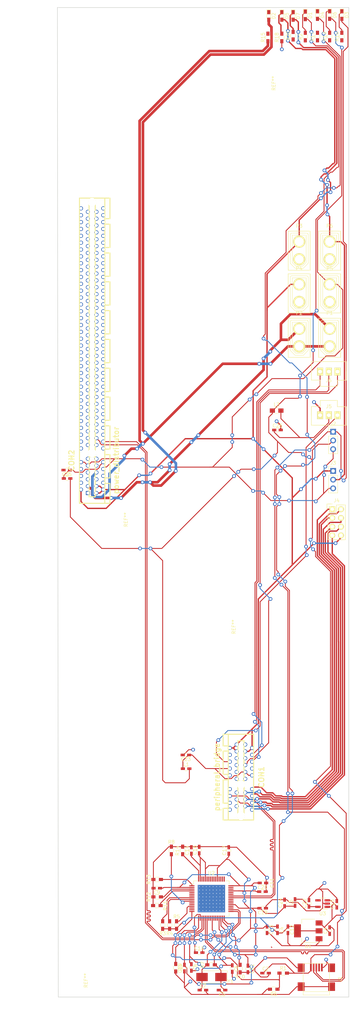
<source format=kicad_pcb>
(kicad_pcb (version 4) (host pcbnew 4.0.7)
  (layers (0 F.Cu signal) (31 B.Cu signal) (34 B.Paste user) (35 F.Paste user) (36 B.SilkS user) (37 F.SilkS user) (38 B.Mask user) (39 F.Mask user) (44 Edge.Cuts user))
  (net 0 "")
  (net 1 VPCIE)
  (net 2 VBUS)
  (net 3 +5V)
  (net 4 "Net-(C5-Pad1)")
  (net 5 "Net-(C11-Pad1)")
  (net 6 "Net-(C7-Pad1)")
  (net 7 "Net-(C10-Pad1)")
  (net 8 +3V3)
  (net 9 "Net-(C14-Pad1)")
  (net 10 "Net-(C23-Pad1)")
  (net 11 "Net-(C25-Pad1)")
  (net 12 "Net-(C26-Pad1)")
  (net 13 "Net-(CON1-PadA12)")
  (net 14 "Net-(CON1-PadA13)")
  (net 15 "Net-(CON1-PadA14)")
  (net 16 "Net-(CON1-PadA15)")
  (net 17 "Net-(CON1-PadA16)")
  (net 18 "Net-(CON1-PadA17)")
  (net 19 "Net-(CON1-PadA18)")
  (net 20 "Net-(CON1-PadB15)")
  (net 21 "Net-(CON1-PadB17)")
  (net 22 "Net-(CON1-PadB12)")
  (net 23 "Net-(CON1-PadB14)")
  (net 24 "Net-(CON1-PadA11)")
  (net 25 "Net-(CON1-PadA7)")
  (net 26 "Net-(CON1-PadA5)")
  (net 27 +12V)
  (net 28 "Net-(CON1-PadA1)")
  (net 29 "Net-(CON1-PadA4)")
  (net 30 "Net-(CON1-PadA6)")
  (net 31 "Net-(CON1-PadA8)")
  (net 32 "Net-(CON1-PadB5)")
  (net 33 "Net-(CON1-PadB6)")
  (net 34 "Net-(CON1-PadB9)")
  (net 35 "Net-(CON1-PadB10)")
  (net 36 "Net-(CON1-PadB11)")
  (net 37 "Net-(CON2-PadA13)")
  (net 38 "Net-(CON2-PadA14)")
  (net 39 "Net-(CON2-PadA16)")
  (net 40 "Net-(CON2-PadA17)")
  (net 41 "Net-(CON2-PadB15)")
  (net 42 "Net-(CON2-PadB17)")
  (net 43 "Net-(CON2-PadB12)")
  (net 44 "Net-(CON2-PadB14)")
  (net 45 "Net-(CON2-PadA11)")
  (net 46 "Net-(CON2-PadA7)")
  (net 47 "Net-(CON2-PadA5)")
  (net 48 +BATT)
  (net 49 "Net-(CON2-PadA1)")
  (net 50 "Net-(CON2-PadA6)")
  (net 51 "Net-(CON2-PadA8)")
  (net 52 "Net-(CON2-PadB5)")
  (net 53 "Net-(CON2-PadB6)")
  (net 54 GNDA)
  (net 55 "Net-(CON2-PadB9)")
  (net 56 "Net-(CON2-PadB11)")
  (net 57 "Net-(CON2-PadB19)")
  (net 58 "Net-(CON2-PadB20)")
  (net 59 "Net-(CON2-PadB21)")
  (net 60 "Net-(CON2-PadB22)")
  (net 61 "Net-(CON2-PadB23)")
  (net 62 "Net-(CON2-PadB24)")
  (net 63 "Net-(CON2-PadB25)")
  (net 64 "Net-(CON2-PadB26)")
  (net 65 "Net-(CON2-PadB27)")
  (net 66 "Net-(CON2-PadB28)")
  (net 67 "Net-(CON2-PadB29)")
  (net 68 "Net-(CON2-PadB30)")
  (net 69 "Net-(CON2-PadB31)")
  (net 70 "Net-(CON2-PadB32)")
  (net 71 "Net-(CON2-PadA19)")
  (net 72 "Net-(CON2-PadA20)")
  (net 73 "Net-(CON2-PadA21)")
  (net 74 "Net-(CON2-PadA22)")
  (net 75 "Net-(CON2-PadA23)")
  (net 76 "Net-(CON2-PadA24)")
  (net 77 "Net-(CON2-PadA25)")
  (net 78 "Net-(CON2-PadA26)")
  (net 79 "Net-(CON2-PadA27)")
  (net 80 "Net-(CON2-PadA28)")
  (net 81 "Net-(CON2-PadA29)")
  (net 82 "Net-(CON2-PadA30)")
  (net 83 "Net-(CON2-PadA31)")
  (net 84 "Net-(CON2-PadA32)")
  (net 85 "Net-(D1-Pad1)")
  (net 86 "Net-(D2-Pad1)")
  (net 87 "Net-(J1-Pad2)")
  (net 88 "Net-(J1-Pad3)")
  (net 89 "Net-(J1-Pad4)")
  (net 90 genPow)
  (net 91 "Net-(R1-Pad1)")
  (net 92 "Net-(R3-Pad2)")
  (net 93 "Net-(R4-Pad2)")
  (net 94 "Net-(R5-Pad2)")
  (net 95 "Net-(R8-Pad1)")
  (net 96 "Net-(R9-Pad1)")
  (net 97 "Net-(R10-Pad1)")
  (net 98 "Net-(R11-Pad2)")
  (net 99 "Net-(R12-Pad2)")
  (net 100 "Net-(R13-Pad2)")
  (net 101 "Net-(R14-Pad2)")
  (net 102 "Net-(U3-Pad4)")
  (net 103 GND)
  (net 104 "Net-(U2-Pad5)")
  (net 105 "Net-(U2-Pad6)")
  (net 106 "Net-(U2-Pad7)")
  (net 107 "Net-(U2-Pad11)")
  (net 108 "Net-(U2-Pad12)")
  (net 109 "Net-(U2-Pad14)")
  (net 110 "Net-(U2-Pad15)")
  (net 111 "Net-(U2-Pad23)")
  (net 112 "Net-(U2-Pad24)")
  (net 113 "Net-(U2-Pad26)")
  (net 114 "Net-(U2-Pad27)")
  (net 115 "Net-(U2-Pad28)")
  (net 116 "Net-(U2-Pad35)")
  (net 117 "Net-(U2-Pad36)")
  (net 118 "Net-(U2-Pad38)")
  (net 119 "Net-(U2-Pad39)")
  (net 120 "Net-(U2-Pad40)")
  (net 121 "Net-(U2-Pad43)")
  (net 122 "Net-(U2-Pad44)")
  (net 123 "Net-(U2-Pad46)")
  (net 124 "Net-(U2-Pad49)")
  (net 125 "Net-(U2-Pad50)")
  (net 126 "Net-(U2-Pad51)")
  (net 127 "Net-(U2-Pad52)")
  (net 128 "Net-(U2-Pad54)")
  (net 129 "Net-(U2-Pad55)")
  (net 130 "Net-(U2-Pad56)")
  (net 131 "Net-(U2-Pad57)")
  (net 132 "Net-(U2-Pad58)")
  (net 133 "Net-(U2-Pad59)")
  (net 134 "Net-(U2-Pad61)")
  (net 135 "Net-(U2-Pad62)")
  (net 136 "Net-(D3-Pad1)")
  (net 137 "Net-(D4-Pad1)")
  (net 138 "Net-(D5-Pad1)")
  (net 139 "Net-(D6-Pad1)")
  (net 140 "Net-(D7-Pad1)")
  (net 141 +1V1)
  (net 142 "Net-(P1-Pad1)")
  (net 143 "Net-(U2-Pad47)")
  (module Connectors:USB_Mini-B (layer F.Cu) (at 156.896 256.038 90)
    (fp_text reference J1 (at -0.65 6.9 90) (layer F.SilkS))
    (fp_text value USB_OTG)
    (pad 1 smd rect (at 2.8 -1.6 90) (size 2.3 0.5) (layers F.Cu F.Paste F.Mask) (net 2 VBUS))
    (pad 2 smd rect (at 2.8 -0.8 90) (size 2.3 0.5) (layers F.Cu F.Paste F.Mask) (net 87 "Net-(J1-Pad2)"))
    (pad 3 smd rect (at 2.8 0 90) (size 2.3 0.5) (layers F.Cu F.Paste F.Mask) (net 88 "Net-(J1-Pad3)"))
    (pad 4 smd rect (at 2.8 0.8 90) (size 2.3 0.5) (layers F.Cu F.Paste F.Mask) (net 89 "Net-(J1-Pad4)"))
    (pad 5 smd rect (at 2.8 1.6 90) (size 2.3 0.5) (layers F.Cu F.Paste F.Mask) (net 103 GND))
    (pad 6 smd rect (at 2.7 -4.45 90) (size 2.5 2) (layers F.Cu F.Paste F.Mask) (net 103 GND))
    (pad 6 smd rect (at -2.8 -4.45 90) (size 2.5 2) (layers F.Cu F.Paste F.Mask) (net 103 GND))
    (pad 6 smd rect (at 2.7 4.45 90) (size 2.5 2) (layers F.Cu F.Paste F.Mask) (net 103 GND))
    (pad 6 smd rect (at -2.8 4.45 90) (size 2.5 2) (layers F.Cu F.Paste F.Mask) (net 103 GND))
    (pad "" np_thru_hole circle (at 0.2 -2.2 90) (size 0.9 0.9) (drill 0.9) (layers *.Cu *.Mask))
    (pad "" np_thru_hole circle (at 0.2 2.2 90) (size 0.9 0.9) (drill 0.9) (layers *.Cu *.Mask))
  )
  (module Resistors_SMD:R_0603_HandSoldering (layer F.Cu) (at 110.406 227.584)
    (fp_text reference R13 (at -2.456 0 90) (layer F.SilkS))
    (fp_text value 4.7k)
    (pad 1 smd rect (at -1.1 0) (size 1.2 0.9) (layers F.Cu F.Paste F.Mask) (net 103 GND))
    (pad 2 smd rect (at 1.1 0) (size 1.2 0.9) (layers F.Cu F.Paste F.Mask) (net 100 "Net-(R13-Pad2)"))
  )
  (module Zeabus:pcie-x1-conn (layer F.Cu) (at 134.874 197.74154 270)
    (fp_text reference CON1 (at 0 -5.99948 270) (layer F.SilkS) (effects (font (thickness 0.3048))))
    (fp_text value peripheral_bridge (at 0 7.00024 270) (layer F.SilkS) (effects (font (thickness 0.3048))))
    (pad "" np_thru_hole circle (at 2.14884 0 270) (size 2.4003 2.4003) (drill 2.4003) (layers *.Cu F.SilkS))
    (pad "" np_thru_hole circle (at 11.30046 0 270) (size 2.4003 2.4003) (drill 2.4003) (layers *.Cu F.SilkS))
    (pad A12 thru_hole circle (at 3.50012 -3.2512 270) (size 1.19888 1.19888) (drill 0.8001) (layers *.Cu *.Mask) (net 13 "Net-(CON1-PadA12)"))
    (pad A13 thru_hole circle (at 4.50088 -1.24968 270) (size 1.19888 1.19888) (drill 0.8001) (layers *.Cu *.Mask) (net 14 "Net-(CON1-PadA13)"))
    (pad A14 thru_hole circle (at 5.4991 -3.2512 270) (size 1.19888 1.19888) (drill 0.8001) (layers *.Cu *.Mask) (net 15 "Net-(CON1-PadA14)"))
    (pad A15 thru_hole circle (at 6.49986 -1.24968 270) (size 1.19888 1.19888) (drill 0.8001) (layers *.Cu *.Mask) (net 16 "Net-(CON1-PadA15)"))
    (pad A16 thru_hole circle (at 7.50062 -3.2512 270) (size 1.19888 1.19888) (drill 0.8001) (layers *.Cu *.Mask) (net 17 "Net-(CON1-PadA16)"))
    (pad A17 thru_hole circle (at 8.49884 -1.24968 270) (size 1.19888 1.19888) (drill 0.8001) (layers *.Cu *.Mask) (net 18 "Net-(CON1-PadA17)"))
    (pad A18 thru_hole circle (at 9.4996 -3.2512 270) (size 1.19888 1.19888) (drill 0.8001) (layers *.Cu *.Mask) (net 19 "Net-(CON1-PadA18)"))
    (pad B13 thru_hole circle (at 4.50088 1.24968 270) (size 1.19888 1.19888) (drill 0.8001) (layers *.Cu *.Mask) (net 103 GND))
    (pad B15 thru_hole circle (at 6.49986 1.24968 270) (size 1.19888 1.19888) (drill 0.8001) (layers *.Cu *.Mask) (net 20 "Net-(CON1-PadB15)"))
    (pad B17 thru_hole circle (at 8.49884 1.24968 270) (size 1.19888 1.19888) (drill 0.8001) (layers *.Cu *.Mask) (net 21 "Net-(CON1-PadB17)"))
    (pad B12 thru_hole circle (at 3.50012 3.2512 270) (size 1.19888 1.19888) (drill 0.8001) (layers *.Cu *.Mask) (net 22 "Net-(CON1-PadB12)"))
    (pad B14 thru_hole circle (at 5.4991 3.2512 270) (size 1.19888 1.19888) (drill 0.8001) (layers *.Cu *.Mask) (net 23 "Net-(CON1-PadB14)"))
    (pad B16 thru_hole circle (at 7.50062 3.2512 270) (size 1.19888 1.19888) (drill 0.8001) (layers *.Cu *.Mask) (net 103 GND))
    (pad B18 thru_hole circle (at 9.4996 3.2512 270) (size 1.19888 1.19888) (drill 0.8001) (layers *.Cu *.Mask) (net 103 GND))
    (pad A11 thru_hole circle (at 0.50038 -1.24968 270) (size 1.19888 1.19888) (drill 0.8001) (layers *.Cu *.Mask) (net 24 "Net-(CON1-PadA11)"))
    (pad A9 thru_hole circle (at -1.50114 -1.24968 270) (size 1.19888 1.19888) (drill 0.8001) (layers *.Cu *.Mask) (net 10 "Net-(C23-Pad1)"))
    (pad A7 thru_hole circle (at -3.50012 -1.24968 270) (size 1.19888 1.19888) (drill 0.8001) (layers *.Cu *.Mask) (net 25 "Net-(CON1-PadA7)"))
    (pad A5 thru_hole circle (at -5.4991 -1.24968 270) (size 1.19888 1.19888) (drill 0.8001) (layers *.Cu *.Mask) (net 26 "Net-(CON1-PadA5)"))
    (pad A3 thru_hole circle (at -7.50062 -1.24968 270) (size 1.19888 1.19888) (drill 0.8001) (layers *.Cu *.Mask) (net 27 +12V))
    (pad A1 thru_hole circle (at -9.4996 -1.24968 270) (size 1.19888 1.19888) (drill 0.8001) (layers *.Cu *.Mask) (net 28 "Net-(CON1-PadA1)"))
    (pad A2 thru_hole circle (at -8.49884 -3.2512 270) (size 1.19888 1.19888) (drill 0.8001) (layers *.Cu *.Mask) (net 27 +12V))
    (pad A4 thru_hole circle (at -6.49986 -3.2512 270) (size 1.19888 1.19888) (drill 0.8001) (layers *.Cu *.Mask) (net 29 "Net-(CON1-PadA4)"))
    (pad A6 thru_hole circle (at -4.50088 -3.2512 270) (size 1.19888 1.19888) (drill 0.8001) (layers *.Cu *.Mask) (net 30 "Net-(CON1-PadA6)"))
    (pad A8 thru_hole circle (at -2.49936 -3.2512 270) (size 1.19888 1.19888) (drill 0.8001) (layers *.Cu *.Mask) (net 31 "Net-(CON1-PadA8)"))
    (pad A10 thru_hole circle (at -0.50038 -3.2512 270) (size 1.19888 1.19888) (drill 0.8001) (layers *.Cu *.Mask) (net 10 "Net-(C23-Pad1)"))
    (pad B1 thru_hole circle (at -9.4996 1.24968 270) (size 1.19888 1.19888) (drill 0.8001) (layers *.Cu *.Mask) (net 27 +12V))
    (pad B2 thru_hole circle (at -8.49884 3.2512 270) (size 1.19888 1.19888) (drill 0.8001) (layers *.Cu *.Mask) (net 27 +12V))
    (pad B3 thru_hole circle (at -7.50062 1.24968 270) (size 1.19888 1.19888) (drill 0.8001) (layers *.Cu *.Mask) (net 27 +12V))
    (pad B4 thru_hole circle (at -6.49986 3.2512 270) (size 1.19888 1.19888) (drill 0.8001) (layers *.Cu *.Mask) (net 103 GND))
    (pad B5 thru_hole circle (at -5.4991 1.24968 270) (size 1.19888 1.19888) (drill 0.8001) (layers *.Cu *.Mask) (net 32 "Net-(CON1-PadB5)"))
    (pad B6 thru_hole circle (at -4.50088 3.2512 270) (size 1.19888 1.19888) (drill 0.8001) (layers *.Cu *.Mask) (net 33 "Net-(CON1-PadB6)"))
    (pad B7 thru_hole circle (at -3.50012 1.24968 270) (size 1.19888 1.19888) (drill 0.8001) (layers *.Cu *.Mask) (net 103 GND))
    (pad B8 thru_hole circle (at -2.49936 3.2512 270) (size 1.19888 1.19888) (drill 0.8001) (layers *.Cu *.Mask) (net 10 "Net-(C23-Pad1)"))
    (pad B9 thru_hole circle (at -1.50114 1.24968 270) (size 1.19888 1.19888) (drill 0.8001) (layers *.Cu *.Mask) (net 34 "Net-(CON1-PadB9)"))
    (pad B10 thru_hole circle (at -0.50038 3.2512 270) (size 1.19888 1.19888) (drill 0.8001) (layers *.Cu *.Mask) (net 35 "Net-(CON1-PadB10)"))
    (pad B11 thru_hole circle (at 0.50038 1.24968 270) (size 1.19888 1.19888) (drill 0.8001) (layers *.Cu *.Mask) (net 36 "Net-(CON1-PadB11)"))
  )
  (module Housings_QFP:HTQFP-64-1EP_10x10mm_Pitch0.5mm_ThermalPad (layer F.Cu) (at 126.246 233.164)
    (fp_text reference U2 (at 0 -7.45) (layer F.SilkS))
    (fp_text value TUSB4041I)
    (pad 1 smd rect (at -5.7 -3.75) (size 1.5 0.3) (layers F.Cu F.Paste F.Mask) (net 100 "Net-(R13-Pad2)"))
    (pad 2 smd rect (at -5.7 -3.25) (size 1.5 0.3) (layers F.Cu F.Paste F.Mask) (net 5 "Net-(C11-Pad1)"))
    (pad 3 smd rect (at -5.7 -2.75) (size 1.5 0.3) (layers F.Cu F.Paste F.Mask) (net 99 "Net-(R12-Pad2)"))
    (pad 4 smd rect (at -5.7 -2.25) (size 1.5 0.3) (layers F.Cu F.Paste F.Mask) (net 98 "Net-(R11-Pad2)"))
    (pad 5 smd rect (at -5.7 -1.75) (size 1.5 0.3) (layers F.Cu F.Paste F.Mask) (net 104 "Net-(U2-Pad5)"))
    (pad 6 smd rect (at -5.7 -1.25) (size 1.5 0.3) (layers F.Cu F.Paste F.Mask) (net 105 "Net-(U2-Pad6)"))
    (pad 7 smd rect (at -5.7 -0.75) (size 1.5 0.3) (layers F.Cu F.Paste F.Mask) (net 106 "Net-(U2-Pad7)"))
    (pad 8 smd rect (at -5.7 -0.25) (size 1.5 0.3) (layers F.Cu F.Paste F.Mask) (net 92 "Net-(R3-Pad2)"))
    (pad 9 smd rect (at -5.7 0.25) (size 1.5 0.3) (layers F.Cu F.Paste F.Mask) (net 93 "Net-(R4-Pad2)"))
    (pad 10 smd rect (at -5.7 0.75) (size 1.5 0.3) (layers F.Cu F.Paste F.Mask) (net 95 "Net-(R8-Pad1)"))
    (pad 11 smd rect (at -5.7 1.25) (size 1.5 0.3) (layers F.Cu F.Paste F.Mask) (net 107 "Net-(U2-Pad11)"))
    (pad 12 smd rect (at -5.7 1.75) (size 1.5 0.3) (layers F.Cu F.Paste F.Mask) (net 108 "Net-(U2-Pad12)"))
    (pad 13 smd rect (at -5.7 2.25) (size 1.5 0.3) (layers F.Cu F.Paste F.Mask) (net 94 "Net-(R5-Pad2)"))
    (pad 14 smd rect (at -5.7 2.75) (size 1.5 0.3) (layers F.Cu F.Paste F.Mask) (net 109 "Net-(U2-Pad14)"))
    (pad 15 smd rect (at -5.7 3.25) (size 1.5 0.3) (layers F.Cu F.Paste F.Mask) (net 110 "Net-(U2-Pad15)"))
    (pad 16 smd rect (at -5.7 3.75) (size 1.5 0.3) (layers F.Cu F.Paste F.Mask) (net 91 "Net-(R1-Pad1)"))
    (pad 17 smd rect (at -3.75 5.7 90) (size 1.5 0.3) (layers F.Cu F.Paste F.Mask) (net 96 "Net-(R9-Pad1)"))
    (pad 18 smd rect (at -3.25 5.7 90) (size 1.5 0.3) (layers F.Cu F.Paste F.Mask) (net 7 "Net-(C10-Pad1)"))
    (pad 19 smd rect (at -2.75 5.7 90) (size 1.5 0.3) (layers F.Cu F.Paste F.Mask) (net 9 "Net-(C14-Pad1)"))
    (pad 20 smd rect (at -2.25 5.7 90) (size 1.5 0.3) (layers F.Cu F.Paste F.Mask) (net 5 "Net-(C11-Pad1)"))
    (pad 21 smd rect (at -1.75 5.7 90) (size 1.5 0.3) (layers F.Cu F.Paste F.Mask) (net 88 "Net-(J1-Pad3)"))
    (pad 22 smd rect (at -1.25 5.7 90) (size 1.5 0.3) (layers F.Cu F.Paste F.Mask) (net 87 "Net-(J1-Pad2)"))
    (pad 23 smd rect (at -0.75 5.7 90) (size 1.5 0.3) (layers F.Cu F.Paste F.Mask) (net 111 "Net-(U2-Pad23)"))
    (pad 24 smd rect (at -0.25 5.7 90) (size 1.5 0.3) (layers F.Cu F.Paste F.Mask) (net 112 "Net-(U2-Pad24)"))
    (pad 25 smd rect (at 0.25 5.7 90) (size 1.5 0.3) (layers F.Cu F.Paste F.Mask) (net 9 "Net-(C14-Pad1)"))
    (pad 26 smd rect (at 0.75 5.7 90) (size 1.5 0.3) (layers F.Cu F.Paste F.Mask) (net 113 "Net-(U2-Pad26)"))
    (pad 27 smd rect (at 1.25 5.7 90) (size 1.5 0.3) (layers F.Cu F.Paste F.Mask) (net 114 "Net-(U2-Pad27)"))
    (pad 28 smd rect (at 1.75 5.7 90) (size 1.5 0.3) (layers F.Cu F.Paste F.Mask) (net 115 "Net-(U2-Pad28)"))
    (pad 29 smd rect (at 2.25 5.7 90) (size 1.5 0.3) (layers F.Cu F.Paste F.Mask) (net 6 "Net-(C7-Pad1)"))
    (pad 30 smd rect (at 2.75 5.7 90) (size 1.5 0.3) (layers F.Cu F.Paste F.Mask) (net 4 "Net-(C5-Pad1)"))
    (pad 31 smd rect (at 3.25 5.7 90) (size 1.5 0.3) (layers F.Cu F.Paste F.Mask) (net 5 "Net-(C11-Pad1)"))
    (pad 32 smd rect (at 3.75 5.7 90) (size 1.5 0.3) (layers F.Cu F.Paste F.Mask) (net 97 "Net-(R10-Pad1)"))
    (pad 33 smd rect (at 5.7 3.75) (size 1.5 0.3) (layers F.Cu F.Paste F.Mask) (net 44 "Net-(CON2-PadB14)"))
    (pad 34 smd rect (at 5.7 3.25) (size 1.5 0.3) (layers F.Cu F.Paste F.Mask) (net 41 "Net-(CON2-PadB15)"))
    (pad 35 smd rect (at 5.7 2.75) (size 1.5 0.3) (layers F.Cu F.Paste F.Mask) (net 116 "Net-(U2-Pad35)"))
    (pad 36 smd rect (at 5.7 2.25) (size 1.5 0.3) (layers F.Cu F.Paste F.Mask) (net 117 "Net-(U2-Pad36)"))
    (pad 37 smd rect (at 5.7 1.75) (size 1.5 0.3) (layers F.Cu F.Paste F.Mask) (net 9 "Net-(C14-Pad1)"))
    (pad 38 smd rect (at 5.7 1.25) (size 1.5 0.3) (layers F.Cu F.Paste F.Mask) (net 118 "Net-(U2-Pad38)"))
    (pad 39 smd rect (at 5.7 0.75) (size 1.5 0.3) (layers F.Cu F.Paste F.Mask) (net 119 "Net-(U2-Pad39)"))
    (pad 40 smd rect (at 5.7 0.25) (size 1.5 0.3) (layers F.Cu F.Paste F.Mask) (net 120 "Net-(U2-Pad40)"))
    (pad 41 smd rect (at 5.7 -0.25) (size 1.5 0.3) (layers F.Cu F.Paste F.Mask) (net 23 "Net-(CON1-PadB14)"))
    (pad 42 smd rect (at 5.7 -0.75) (size 1.5 0.3) (layers F.Cu F.Paste F.Mask) (net 20 "Net-(CON1-PadB15)"))
    (pad 43 smd rect (at 5.7 -1.25) (size 1.5 0.3) (layers F.Cu F.Paste F.Mask) (net 121 "Net-(U2-Pad43)"))
    (pad 44 smd rect (at 5.7 -1.75) (size 1.5 0.3) (layers F.Cu F.Paste F.Mask) (net 122 "Net-(U2-Pad44)"))
    (pad 45 smd rect (at 5.7 -2.25) (size 1.5 0.3) (layers F.Cu F.Paste F.Mask) (net 9 "Net-(C14-Pad1)"))
    (pad 46 smd rect (at 5.7 -2.75) (size 1.5 0.3) (layers F.Cu F.Paste F.Mask) (net 123 "Net-(U2-Pad46)"))
    (pad 47 smd rect (at 5.7 -3.25) (size 1.5 0.3) (layers F.Cu F.Paste F.Mask) (net 143 "Net-(U2-Pad47)"))
    (pad 48 smd rect (at 5.7 -3.75) (size 1.5 0.3) (layers F.Cu F.Paste F.Mask) (net 5 "Net-(C11-Pad1)"))
    (pad 49 smd rect (at 3.75 -5.7 90) (size 1.5 0.3) (layers F.Cu F.Paste F.Mask) (net 124 "Net-(U2-Pad49)"))
    (pad 50 smd rect (at 3.25 -5.7 90) (size 1.5 0.3) (layers F.Cu F.Paste F.Mask) (net 125 "Net-(U2-Pad50)"))
    (pad 51 smd rect (at 2.75 -5.7 90) (size 1.5 0.3) (layers F.Cu F.Paste F.Mask) (net 126 "Net-(U2-Pad51)"))
    (pad 52 smd rect (at 2.25 -5.7 90) (size 1.5 0.3) (layers F.Cu F.Paste F.Mask) (net 127 "Net-(U2-Pad52)"))
    (pad 53 smd rect (at 1.75 -5.7 90) (size 1.5 0.3) (layers F.Cu F.Paste F.Mask) (net 9 "Net-(C14-Pad1)"))
    (pad 54 smd rect (at 1.25 -5.7 90) (size 1.5 0.3) (layers F.Cu F.Paste F.Mask) (net 128 "Net-(U2-Pad54)"))
    (pad 55 smd rect (at 0.75 -5.7 90) (size 1.5 0.3) (layers F.Cu F.Paste F.Mask) (net 129 "Net-(U2-Pad55)"))
    (pad 56 smd rect (at 0.25 -5.7 90) (size 1.5 0.3) (layers F.Cu F.Paste F.Mask) (net 130 "Net-(U2-Pad56)"))
    (pad 57 smd rect (at -0.25 -5.7 90) (size 1.5 0.3) (layers F.Cu F.Paste F.Mask) (net 131 "Net-(U2-Pad57)"))
    (pad 58 smd rect (at -0.75 -5.7 90) (size 1.5 0.3) (layers F.Cu F.Paste F.Mask) (net 132 "Net-(U2-Pad58)"))
    (pad 59 smd rect (at -1.25 -5.7 90) (size 1.5 0.3) (layers F.Cu F.Paste F.Mask) (net 133 "Net-(U2-Pad59)"))
    (pad 60 smd rect (at -1.75 -5.7 90) (size 1.5 0.3) (layers F.Cu F.Paste F.Mask) (net 9 "Net-(C14-Pad1)"))
    (pad 61 smd rect (at -2.25 -5.7 90) (size 1.5 0.3) (layers F.Cu F.Paste F.Mask) (net 134 "Net-(U2-Pad61)"))
    (pad 62 smd rect (at -2.75 -5.7 90) (size 1.5 0.3) (layers F.Cu F.Paste F.Mask) (net 135 "Net-(U2-Pad62)"))
    (pad 63 smd rect (at -3.25 -5.7 90) (size 1.5 0.3) (layers F.Cu F.Paste F.Mask) (net 9 "Net-(C14-Pad1)"))
    (pad 64 smd rect (at -3.75 -5.7 90) (size 1.5 0.3) (layers F.Cu F.Paste F.Mask) (net 101 "Net-(R14-Pad2)"))
    (pad 65 smd rect (at 0 0 180) (size 8 8) (layers F.Cu F.Paste F.Mask) (net 103 GND))
    (pad 65 thru_hole circle (at -3.5 -3.5 90) (size 0.3 0.3) (drill 0.2) (layers *.Cu F.Adhes) (net 103 GND))
    (pad 65 thru_hole circle (at -2.5 -3.5 90) (size 0.3 0.3) (drill 0.2) (layers *.Cu F.Adhes) (net 103 GND))
    (pad 65 thru_hole circle (at -1.5 -3.5 90) (size 0.3 0.3) (drill 0.2) (layers *.Cu F.Adhes) (net 103 GND))
    (pad 65 thru_hole circle (at -0.5 -3.5 90) (size 0.3 0.3) (drill 0.2) (layers *.Cu F.Adhes) (net 103 GND))
    (pad 65 thru_hole circle (at 0.5 -3.5 90) (size 0.3 0.3) (drill 0.2) (layers *.Cu F.Adhes) (net 103 GND))
    (pad 65 thru_hole circle (at 1.5 -3.5 90) (size 0.3 0.3) (drill 0.2) (layers *.Cu F.Adhes) (net 103 GND))
    (pad 65 thru_hole circle (at 2.5 -3.5 90) (size 0.3 0.3) (drill 0.2) (layers *.Cu F.Adhes) (net 103 GND))
    (pad 65 thru_hole circle (at 3.5 -3.5 90) (size 0.3 0.3) (drill 0.2) (layers *.Cu F.Adhes) (net 103 GND))
    (pad 65 thru_hole circle (at 3.5 -2.5 90) (size 0.3 0.3) (drill 0.2) (layers *.Cu F.Adhes) (net 103 GND))
    (pad 65 thru_hole circle (at 2.5 -2.5 90) (size 0.3 0.3) (drill 0.2) (layers *.Cu F.Adhes) (net 103 GND))
    (pad 65 thru_hole circle (at 1.5 -2.5 90) (size 0.3 0.3) (drill 0.2) (layers *.Cu F.Adhes) (net 103 GND))
    (pad 65 thru_hole circle (at 0.5 -2.5 90) (size 0.3 0.3) (drill 0.2) (layers *.Cu F.Adhes) (net 103 GND))
    (pad 65 thru_hole circle (at -0.5 -2.5 90) (size 0.3 0.3) (drill 0.2) (layers *.Cu F.Adhes) (net 103 GND))
    (pad 65 thru_hole circle (at -1.5 -2.5 90) (size 0.3 0.3) (drill 0.2) (layers *.Cu F.Adhes) (net 103 GND))
    (pad 65 thru_hole circle (at -2.5 -2.5 90) (size 0.3 0.3) (drill 0.2) (layers *.Cu F.Adhes) (net 103 GND))
    (pad 65 thru_hole circle (at -3.5 -2.5 90) (size 0.3 0.3) (drill 0.2) (layers *.Cu F.Adhes) (net 103 GND))
    (pad 65 thru_hole circle (at -3.5 -1.5 90) (size 0.3 0.3) (drill 0.2) (layers *.Cu F.Adhes) (net 103 GND))
    (pad 65 thru_hole circle (at -3.5 -0.5 90) (size 0.3 0.3) (drill 0.2) (layers *.Cu F.Adhes) (net 103 GND))
    (pad 65 thru_hole circle (at -2.5 -1.5 90) (size 0.3 0.3) (drill 0.2) (layers *.Cu F.Adhes) (net 103 GND))
    (pad 65 thru_hole circle (at -2.5 -0.5 90) (size 0.3 0.3) (drill 0.2) (layers *.Cu F.Adhes) (net 103 GND))
    (pad 65 thru_hole circle (at -1.5 -0.5 90) (size 0.3 0.3) (drill 0.2) (layers *.Cu F.Adhes) (net 103 GND))
    (pad 65 thru_hole circle (at -1.5 -1.5 90) (size 0.3 0.3) (drill 0.2) (layers *.Cu F.Adhes) (net 103 GND))
    (pad 65 thru_hole circle (at -0.5 -1.5 90) (size 0.3 0.3) (drill 0.2) (layers *.Cu F.Adhes) (net 103 GND))
    (pad 65 thru_hole circle (at -0.5 -0.5 90) (size 0.3 0.3) (drill 0.2) (layers *.Cu F.Adhes) (net 103 GND))
    (pad 65 thru_hole circle (at 0.5 -0.5 90) (size 0.3 0.3) (drill 0.2) (layers *.Cu F.Adhes) (net 103 GND))
    (pad 65 thru_hole circle (at 0.5 -1.5 90) (size 0.3 0.3) (drill 0.2) (layers *.Cu F.Adhes) (net 103 GND))
    (pad 65 thru_hole circle (at 1.5 -1.5 90) (size 0.3 0.3) (drill 0.2) (layers *.Cu F.Adhes) (net 103 GND))
    (pad 65 thru_hole circle (at 1.5 -0.5 90) (size 0.3 0.3) (drill 0.2) (layers *.Cu F.Adhes) (net 103 GND))
    (pad 65 thru_hole circle (at 2.5 -1.5 90) (size 0.3 0.3) (drill 0.2) (layers *.Cu F.Adhes) (net 103 GND))
    (pad 65 thru_hole circle (at 2.5 -0.5 90) (size 0.3 0.3) (drill 0.2) (layers *.Cu F.Adhes) (net 103 GND))
    (pad 65 thru_hole circle (at 3.5 -1.5 90) (size 0.3 0.3) (drill 0.2) (layers *.Cu F.Adhes) (net 103 GND))
    (pad 65 thru_hole circle (at 3.5 -0.5 90) (size 0.3 0.3) (drill 0.2) (layers *.Cu F.Adhes) (net 103 GND))
    (pad 65 thru_hole circle (at -3.5 3.5 90) (size 0.3 0.3) (drill 0.2) (layers *.Cu F.Adhes) (net 103 GND))
    (pad 65 thru_hole circle (at -3.5 2.5 90) (size 0.3 0.3) (drill 0.2) (layers *.Cu F.Adhes) (net 103 GND))
    (pad 65 thru_hole circle (at -3.5 1.5 90) (size 0.3 0.3) (drill 0.2) (layers *.Cu F.Adhes) (net 103 GND))
    (pad 65 thru_hole circle (at -3.5 0.5 90) (size 0.3 0.3) (drill 0.2) (layers *.Cu F.Adhes) (net 103 GND))
    (pad 65 thru_hole circle (at -2.5 0.5 90) (size 0.3 0.3) (drill 0.2) (layers *.Cu F.Adhes) (net 103 GND))
    (pad 65 thru_hole circle (at -2.5 1.5 90) (size 0.3 0.3) (drill 0.2) (layers *.Cu F.Adhes) (net 103 GND))
    (pad 65 thru_hole circle (at -2.5 2.5 90) (size 0.3 0.3) (drill 0.2) (layers *.Cu F.Adhes) (net 103 GND))
    (pad 65 thru_hole circle (at -2.5 3.5 90) (size 0.3 0.3) (drill 0.2) (layers *.Cu F.Adhes) (net 103 GND))
    (pad 65 thru_hole circle (at -1.5 3.5 90) (size 0.3 0.3) (drill 0.2) (layers *.Cu F.Adhes) (net 103 GND))
    (pad 65 thru_hole circle (at -1.5 2.5 90) (size 0.3 0.3) (drill 0.2) (layers *.Cu F.Adhes) (net 103 GND))
    (pad 65 thru_hole circle (at -1.5 1.5 90) (size 0.3 0.3) (drill 0.2) (layers *.Cu F.Adhes) (net 103 GND))
    (pad 65 thru_hole circle (at -1.5 0.5 90) (size 0.3 0.3) (drill 0.2) (layers *.Cu F.Adhes) (net 103 GND))
    (pad 65 thru_hole circle (at -0.5 0.5 90) (size 0.3 0.3) (drill 0.2) (layers *.Cu F.Adhes) (net 103 GND))
    (pad 65 thru_hole circle (at -0.5 1.5 90) (size 0.3 0.3) (drill 0.2) (layers *.Cu F.Adhes) (net 103 GND))
    (pad 65 thru_hole circle (at -0.5 2.5 90) (size 0.3 0.3) (drill 0.2) (layers *.Cu F.Adhes) (net 103 GND))
    (pad 65 thru_hole circle (at -0.5 3.5 90) (size 0.3 0.3) (drill 0.2) (layers *.Cu F.Adhes) (net 103 GND))
    (pad 65 thru_hole circle (at 0.5 3.5 90) (size 0.3 0.3) (drill 0.2) (layers *.Cu F.Adhes) (net 103 GND))
    (pad 65 thru_hole circle (at 0.5 2.5 90) (size 0.3 0.3) (drill 0.2) (layers *.Cu F.Adhes) (net 103 GND))
    (pad 65 thru_hole circle (at 0.5 1.5 90) (size 0.3 0.3) (drill 0.2) (layers *.Cu F.Adhes) (net 103 GND))
    (pad 65 thru_hole circle (at 0.5 0.5 90) (size 0.3 0.3) (drill 0.2) (layers *.Cu F.Adhes) (net 103 GND))
    (pad 65 thru_hole circle (at 1.5 0.5 90) (size 0.3 0.3) (drill 0.2) (layers *.Cu F.Adhes) (net 103 GND))
    (pad 65 thru_hole circle (at 1.5 1.5 90) (size 0.3 0.3) (drill 0.2) (layers *.Cu F.Adhes) (net 103 GND))
    (pad 65 thru_hole circle (at 1.5 2.5 90) (size 0.3 0.3) (drill 0.2) (layers *.Cu F.Adhes) (net 103 GND))
    (pad 65 thru_hole circle (at 1.5 3.5 90) (size 0.3 0.3) (drill 0.2) (layers *.Cu F.Adhes) (net 103 GND))
    (pad 65 thru_hole circle (at 2.5 3.5 90) (size 0.3 0.3) (drill 0.2) (layers *.Cu F.Adhes) (net 103 GND))
    (pad 65 thru_hole circle (at 2.5 2.5 90) (size 0.3 0.3) (drill 0.2) (layers *.Cu F.Adhes) (net 103 GND))
    (pad 65 thru_hole circle (at 2.5 1.5 90) (size 0.3 0.3) (drill 0.2) (layers *.Cu F.Adhes) (net 103 GND))
    (pad 65 thru_hole circle (at 2.5 0.5 90) (size 0.3 0.3) (drill 0.2) (layers *.Cu F.Adhes) (net 103 GND))
    (pad 65 thru_hole circle (at 3.5 0.5 90) (size 0.3 0.3) (drill 0.2) (layers *.Cu F.Adhes) (net 103 GND))
    (pad 65 thru_hole circle (at 3.5 1.5 90) (size 0.3 0.3) (drill 0.2) (layers *.Cu F.Adhes) (net 103 GND))
    (pad 65 thru_hole circle (at 3.5 2.5 90) (size 0.3 0.3) (drill 0.2) (layers *.Cu F.Adhes) (net 103 GND))
    (pad 65 thru_hole circle (at 3.5 3.5 90) (size 0.3 0.3) (drill 0.2) (layers *.Cu F.Adhes) (net 103 GND))
    (pad 65 smd rect (at 0 0 180) (size 8 8) (layers B.Cu) (net 103 GND))
  )
  (module Zeabus:pcie-x16-conn (layer F.Cu) (at 91.41968 105.40238 90)
    (fp_text reference CON2 (at 0 -5.99948 90) (layer F.SilkS) (effects (font (thickness 0.3048))))
    (fp_text value power_distributor (at 0 7.00024 90) (layer F.SilkS) (effects (font (thickness 0.3048))))
    (pad "" np_thru_hole circle (at 2.14884 0 90) (size 2.4003 2.4003) (drill 2.4003) (layers *.Cu F.SilkS))
    (pad "" np_thru_hole circle (at 75.30084 0 90) (size 2.4003 2.4003) (drill 2.4003) (layers *.Cu F.SilkS))
    (pad A12 thru_hole circle (at 3.50012 -3.2512 90) (size 1.19888 1.19888) (drill 0.8001) (layers *.Cu *.Mask) (net 103 GND))
    (pad A13 thru_hole circle (at 4.50088 -1.24968 90) (size 1.19888 1.19888) (drill 0.8001) (layers *.Cu *.Mask) (net 37 "Net-(CON2-PadA13)"))
    (pad A14 thru_hole circle (at 5.4991 -3.2512 90) (size 1.19888 1.19888) (drill 0.8001) (layers *.Cu *.Mask) (net 38 "Net-(CON2-PadA14)"))
    (pad A15 thru_hole circle (at 6.49986 -1.24968 90) (size 1.19888 1.19888) (drill 0.8001) (layers *.Cu *.Mask) (net 103 GND))
    (pad A16 thru_hole circle (at 7.50062 -3.2512 90) (size 1.19888 1.19888) (drill 0.8001) (layers *.Cu *.Mask) (net 39 "Net-(CON2-PadA16)"))
    (pad A17 thru_hole circle (at 8.49884 -1.24968 90) (size 1.19888 1.19888) (drill 0.8001) (layers *.Cu *.Mask) (net 40 "Net-(CON2-PadA17)"))
    (pad A18 thru_hole circle (at 9.4996 -3.2512 90) (size 1.19888 1.19888) (drill 0.8001) (layers *.Cu *.Mask) (net 103 GND))
    (pad B13 thru_hole circle (at 4.50088 1.24968 90) (size 1.19888 1.19888) (drill 0.8001) (layers *.Cu *.Mask) (net 103 GND))
    (pad B15 thru_hole circle (at 6.49986 1.24968 90) (size 1.19888 1.19888) (drill 0.8001) (layers *.Cu *.Mask) (net 41 "Net-(CON2-PadB15)"))
    (pad B17 thru_hole circle (at 8.49884 1.24968 90) (size 1.19888 1.19888) (drill 0.8001) (layers *.Cu *.Mask) (net 42 "Net-(CON2-PadB17)"))
    (pad B12 thru_hole circle (at 3.50012 3.2512 90) (size 1.19888 1.19888) (drill 0.8001) (layers *.Cu *.Mask) (net 43 "Net-(CON2-PadB12)"))
    (pad B14 thru_hole circle (at 5.4991 3.2512 90) (size 1.19888 1.19888) (drill 0.8001) (layers *.Cu *.Mask) (net 44 "Net-(CON2-PadB14)"))
    (pad B16 thru_hole circle (at 7.50062 3.2512 90) (size 1.19888 1.19888) (drill 0.8001) (layers *.Cu *.Mask) (net 103 GND))
    (pad B18 thru_hole circle (at 9.4996 3.2512 90) (size 1.19888 1.19888) (drill 0.8001) (layers *.Cu *.Mask) (net 103 GND))
    (pad A11 thru_hole circle (at 0.50038 -1.24968 90) (size 1.19888 1.19888) (drill 0.8001) (layers *.Cu *.Mask) (net 45 "Net-(CON2-PadA11)"))
    (pad A9 thru_hole circle (at -1.50114 -1.24968 90) (size 1.19888 1.19888) (drill 0.8001) (layers *.Cu *.Mask) (net 1 VPCIE))
    (pad A7 thru_hole circle (at -3.50012 -1.24968 90) (size 1.19888 1.19888) (drill 0.8001) (layers *.Cu *.Mask) (net 46 "Net-(CON2-PadA7)"))
    (pad A5 thru_hole circle (at -5.4991 -1.24968 90) (size 1.19888 1.19888) (drill 0.8001) (layers *.Cu *.Mask) (net 47 "Net-(CON2-PadA5)"))
    (pad A3 thru_hole circle (at -7.50062 -1.24968 90) (size 1.19888 1.19888) (drill 0.8001) (layers *.Cu *.Mask) (net 48 +BATT))
    (pad A1 thru_hole rect (at -9.4996 -1.24968 90) (size 1.19888 1.19888) (drill 0.8001) (layers *.Cu *.Mask) (net 49 "Net-(CON2-PadA1)"))
    (pad A2 thru_hole circle (at -8.49884 -3.2512 90) (size 1.19888 1.19888) (drill 0.8001) (layers *.Cu *.Mask) (net 27 +12V))
    (pad A4 thru_hole circle (at -6.49986 -3.2512 90) (size 1.19888 1.19888) (drill 0.8001) (layers *.Cu *.Mask) (net 103 GND))
    (pad A6 thru_hole circle (at -4.50088 -3.2512 90) (size 1.19888 1.19888) (drill 0.8001) (layers *.Cu *.Mask) (net 50 "Net-(CON2-PadA6)"))
    (pad A8 thru_hole circle (at -2.49936 -3.2512 90) (size 1.19888 1.19888) (drill 0.8001) (layers *.Cu *.Mask) (net 51 "Net-(CON2-PadA8)"))
    (pad A10 thru_hole circle (at -0.50038 -3.2512 90) (size 1.19888 1.19888) (drill 0.8001) (layers *.Cu *.Mask) (net 1 VPCIE))
    (pad B1 thru_hole circle (at -9.4996 1.24968 90) (size 1.19888 1.19888) (drill 0.8001) (layers *.Cu *.Mask) (net 27 +12V))
    (pad B2 thru_hole circle (at -8.49884 3.2512 90) (size 1.19888 1.19888) (drill 0.8001) (layers *.Cu *.Mask) (net 27 +12V))
    (pad B3 thru_hole circle (at -7.50062 1.24968 90) (size 1.19888 1.19888) (drill 0.8001) (layers *.Cu *.Mask) (net 27 +12V))
    (pad B4 thru_hole circle (at -6.49986 3.2512 90) (size 1.19888 1.19888) (drill 0.8001) (layers *.Cu *.Mask) (net 103 GND))
    (pad B5 thru_hole circle (at -5.4991 1.24968 90) (size 1.19888 1.19888) (drill 0.8001) (layers *.Cu *.Mask) (net 52 "Net-(CON2-PadB5)"))
    (pad B6 thru_hole circle (at -4.50088 3.2512 90) (size 1.19888 1.19888) (drill 0.8001) (layers *.Cu *.Mask) (net 53 "Net-(CON2-PadB6)"))
    (pad B7 thru_hole circle (at -3.50012 1.24968 90) (size 1.19888 1.19888) (drill 0.8001) (layers *.Cu *.Mask) (net 54 GNDA))
    (pad B8 thru_hole circle (at -2.49936 3.2512 90) (size 1.19888 1.19888) (drill 0.8001) (layers *.Cu *.Mask) (net 1 VPCIE))
    (pad B9 thru_hole circle (at -1.50114 1.24968 90) (size 1.19888 1.19888) (drill 0.8001) (layers *.Cu *.Mask) (net 55 "Net-(CON2-PadB9)"))
    (pad B10 thru_hole circle (at -0.50038 3.2512 90) (size 1.19888 1.19888) (drill 0.8001) (layers *.Cu *.Mask) (net 11 "Net-(C25-Pad1)"))
    (pad B11 thru_hole circle (at 0.50038 1.24968 90) (size 1.19888 1.19888) (drill 0.8001) (layers *.Cu *.Mask) (net 56 "Net-(CON2-PadB11)"))
    (pad B19 thru_hole circle (at 10.50036 1.24968 90) (size 1.19888 1.19888) (drill 0.8001) (layers *.Cu *.Mask) (net 57 "Net-(CON2-PadB19)"))
    (pad B20 thru_hole circle (at 11.50112 3.2512 90) (size 1.19888 1.19888) (drill 0.8001) (layers *.Cu *.Mask) (net 58 "Net-(CON2-PadB20)"))
    (pad B21 thru_hole circle (at 12.49934 1.24968 90) (size 1.19888 1.19888) (drill 0.8001) (layers *.Cu *.Mask) (net 59 "Net-(CON2-PadB21)"))
    (pad B22 thru_hole circle (at 13.5001 3.2512 90) (size 1.19888 1.19888) (drill 0.8001) (layers *.Cu *.Mask) (net 60 "Net-(CON2-PadB22)"))
    (pad B23 thru_hole circle (at 14.50086 1.24968 90) (size 1.19888 1.19888) (drill 0.8001) (layers *.Cu *.Mask) (net 61 "Net-(CON2-PadB23)"))
    (pad B24 thru_hole circle (at 15.49908 3.2512 90) (size 1.19888 1.19888) (drill 0.8001) (layers *.Cu *.Mask) (net 62 "Net-(CON2-PadB24)"))
    (pad B25 thru_hole circle (at 16.49984 1.24968 90) (size 1.19888 1.19888) (drill 0.8001) (layers *.Cu *.Mask) (net 63 "Net-(CON2-PadB25)"))
    (pad B26 thru_hole circle (at 17.5006 3.2512 90) (size 1.19888 1.19888) (drill 0.8001) (layers *.Cu *.Mask) (net 64 "Net-(CON2-PadB26)"))
    (pad B27 thru_hole circle (at 18.49882 1.24968 90) (size 1.19888 1.19888) (drill 0.8001) (layers *.Cu *.Mask) (net 65 "Net-(CON2-PadB27)"))
    (pad B28 thru_hole circle (at 19.49958 3.2512 90) (size 1.19888 1.19888) (drill 0.8001) (layers *.Cu *.Mask) (net 66 "Net-(CON2-PadB28)"))
    (pad B29 thru_hole circle (at 20.50034 1.24968 90) (size 1.19888 1.19888) (drill 0.8001) (layers *.Cu *.Mask) (net 67 "Net-(CON2-PadB29)"))
    (pad B30 thru_hole circle (at 21.5011 3.2512 90) (size 1.19888 1.19888) (drill 0.8001) (layers *.Cu *.Mask) (net 68 "Net-(CON2-PadB30)"))
    (pad B31 thru_hole circle (at 22.49932 1.24968 90) (size 1.19888 1.19888) (drill 0.8001) (layers *.Cu *.Mask) (net 69 "Net-(CON2-PadB31)"))
    (pad B32 thru_hole circle (at 23.50008 3.2512 90) (size 1.19888 1.19888) (drill 0.8001) (layers *.Cu *.Mask) (net 70 "Net-(CON2-PadB32)"))
    (pad A19 thru_hole circle (at 10.50036 -1.24968 90) (size 1.19888 1.19888) (drill 0.8001) (layers *.Cu *.Mask) (net 71 "Net-(CON2-PadA19)"))
    (pad A20 thru_hole circle (at 11.50112 -3.2512 90) (size 1.19888 1.19888) (drill 0.8001) (layers *.Cu *.Mask) (net 72 "Net-(CON2-PadA20)"))
    (pad A21 thru_hole circle (at 12.49934 -1.24968 90) (size 1.19888 1.19888) (drill 0.8001) (layers *.Cu *.Mask) (net 73 "Net-(CON2-PadA21)"))
    (pad A22 thru_hole circle (at 13.5001 -3.2512 90) (size 1.19888 1.19888) (drill 0.8001) (layers *.Cu *.Mask) (net 74 "Net-(CON2-PadA22)"))
    (pad A23 thru_hole circle (at 14.50086 -1.24968 90) (size 1.19888 1.19888) (drill 0.8001) (layers *.Cu *.Mask) (net 75 "Net-(CON2-PadA23)"))
    (pad A24 thru_hole circle (at 15.49908 -3.2512 90) (size 1.19888 1.19888) (drill 0.8001) (layers *.Cu *.Mask) (net 76 "Net-(CON2-PadA24)"))
    (pad A25 thru_hole circle (at 16.49984 -1.24968 90) (size 1.19888 1.19888) (drill 0.8001) (layers *.Cu *.Mask) (net 77 "Net-(CON2-PadA25)"))
    (pad A26 thru_hole circle (at 17.5006 -3.2512 90) (size 1.19888 1.19888) (drill 0.8001) (layers *.Cu *.Mask) (net 78 "Net-(CON2-PadA26)"))
    (pad A27 thru_hole circle (at 18.49882 -1.24968 90) (size 1.19888 1.19888) (drill 0.8001) (layers *.Cu *.Mask) (net 79 "Net-(CON2-PadA27)"))
    (pad A28 thru_hole circle (at 19.49958 -3.2512 90) (size 1.19888 1.19888) (drill 0.8001) (layers *.Cu *.Mask) (net 80 "Net-(CON2-PadA28)"))
    (pad A29 thru_hole circle (at 20.50034 -1.24968 90) (size 1.19888 1.19888) (drill 0.8001) (layers *.Cu *.Mask) (net 81 "Net-(CON2-PadA29)"))
    (pad A30 thru_hole circle (at 21.5011 -3.2512 90) (size 1.19888 1.19888) (drill 0.8001) (layers *.Cu *.Mask) (net 82 "Net-(CON2-PadA30)"))
    (pad A31 thru_hole circle (at 22.49932 -1.24968 90) (size 1.19888 1.19888) (drill 0.8001) (layers *.Cu *.Mask) (net 83 "Net-(CON2-PadA31)"))
    (pad A32 thru_hole circle (at 23.50008 -3.2512 90) (size 1.19888 1.19888) (drill 0.8001) (layers *.Cu *.Mask) (net 84 "Net-(CON2-PadA32)"))
    (pad B33 thru_hole circle (at 24.50084 1.24968 90) (size 1.19888 1.19888) (drill 0.8001) (layers *.Cu *.Mask))
    (pad B34 thru_hole circle (at 25.49906 3.2512 90) (size 1.19888 1.19888) (drill 0.8001) (layers *.Cu *.Mask))
    (pad B35 thru_hole circle (at 26.49982 1.24968 90) (size 1.19888 1.19888) (drill 0.8001) (layers *.Cu *.Mask))
    (pad B36 thru_hole circle (at 27.50058 3.2512 90) (size 1.19888 1.19888) (drill 0.8001) (layers *.Cu *.Mask))
    (pad B37 thru_hole circle (at 28.4988 1.24968 90) (size 1.19888 1.19888) (drill 0.8001) (layers *.Cu *.Mask))
    (pad B38 thru_hole circle (at 29.49956 3.2512 90) (size 1.19888 1.19888) (drill 0.8001) (layers *.Cu *.Mask))
    (pad B39 thru_hole circle (at 30.50032 1.24968 90) (size 1.19888 1.19888) (drill 0.8001) (layers *.Cu *.Mask))
    (pad B40 thru_hole circle (at 31.50108 3.2512 90) (size 1.19888 1.19888) (drill 0.8001) (layers *.Cu *.Mask))
    (pad B41 thru_hole circle (at 32.4993 1.24968 90) (size 1.19888 1.19888) (drill 0.8001) (layers *.Cu *.Mask))
    (pad B42 thru_hole circle (at 33.50006 3.2512 90) (size 1.19888 1.19888) (drill 0.8001) (layers *.Cu *.Mask))
    (pad B43 thru_hole circle (at 34.50082 1.24968 90) (size 1.19888 1.19888) (drill 0.8001) (layers *.Cu *.Mask))
    (pad B44 thru_hole circle (at 35.49904 3.2512 90) (size 1.19888 1.19888) (drill 0.8001) (layers *.Cu *.Mask))
    (pad B45 thru_hole circle (at 36.4998 1.24968 90) (size 1.19888 1.19888) (drill 0.8001) (layers *.Cu *.Mask))
    (pad B46 thru_hole circle (at 37.50056 3.2512 90) (size 1.19888 1.19888) (drill 0.8001) (layers *.Cu *.Mask))
    (pad B47 thru_hole circle (at 38.49878 1.24968 90) (size 1.19888 1.19888) (drill 0.8001) (layers *.Cu *.Mask))
    (pad B48 thru_hole circle (at 39.49954 3.2512 90) (size 1.19888 1.19888) (drill 0.8001) (layers *.Cu *.Mask))
    (pad B49 thru_hole circle (at 40.5003 1.24968 90) (size 1.19888 1.19888) (drill 0.8001) (layers *.Cu *.Mask))
    (pad A33 thru_hole circle (at 24.50084 -1.24968 90) (size 1.19888 1.19888) (drill 0.8001) (layers *.Cu *.Mask))
    (pad A34 thru_hole circle (at 25.49906 -3.2512 90) (size 1.19888 1.19888) (drill 0.8001) (layers *.Cu *.Mask))
    (pad A35 thru_hole circle (at 26.49982 -1.24968 90) (size 1.19888 1.19888) (drill 0.8001) (layers *.Cu *.Mask))
    (pad A36 thru_hole circle (at 27.50058 -3.2512 90) (size 1.19888 1.19888) (drill 0.8001) (layers *.Cu *.Mask))
    (pad A37 thru_hole circle (at 28.4988 -1.24968 90) (size 1.19888 1.19888) (drill 0.8001) (layers *.Cu *.Mask))
    (pad A38 thru_hole circle (at 29.49956 -3.2512 90) (size 1.19888 1.19888) (drill 0.8001) (layers *.Cu *.Mask))
    (pad A39 thru_hole circle (at 30.50032 -1.24968 90) (size 1.19888 1.19888) (drill 0.8001) (layers *.Cu *.Mask))
    (pad A40 thru_hole circle (at 31.50108 -3.2512 90) (size 1.19888 1.19888) (drill 0.8001) (layers *.Cu *.Mask))
    (pad A41 thru_hole circle (at 32.4993 -1.24968 90) (size 1.19888 1.19888) (drill 0.8001) (layers *.Cu *.Mask))
    (pad A42 thru_hole circle (at 33.50006 -3.2512 90) (size 1.19888 1.19888) (drill 0.8001) (layers *.Cu *.Mask))
    (pad A43 thru_hole circle (at 34.50082 -1.24968 90) (size 1.19888 1.19888) (drill 0.8001) (layers *.Cu *.Mask))
    (pad A44 thru_hole circle (at 35.49904 -3.2512 90) (size 1.19888 1.19888) (drill 0.8001) (layers *.Cu *.Mask))
    (pad A45 thru_hole circle (at 36.4998 -1.24968 90) (size 1.19888 1.19888) (drill 0.8001) (layers *.Cu *.Mask))
    (pad A46 thru_hole circle (at 37.50056 -3.2512 90) (size 1.19888 1.19888) (drill 0.8001) (layers *.Cu *.Mask))
    (pad A47 thru_hole circle (at 38.49878 -1.24968 90) (size 1.19888 1.19888) (drill 0.8001) (layers *.Cu *.Mask))
    (pad A48 thru_hole circle (at 39.49954 -3.2512 90) (size 1.19888 1.19888) (drill 0.8001) (layers *.Cu *.Mask))
    (pad A49 thru_hole circle (at 40.5003 -1.24968 90) (size 1.19888 1.19888) (drill 0.8001) (layers *.Cu *.Mask))
    (pad B50 thru_hole circle (at 41.50106 3.2512 90) (size 1.19888 1.19888) (drill 0.8001) (layers *.Cu *.Mask))
    (pad B51 thru_hole circle (at 42.49928 1.24968 90) (size 1.19888 1.19888) (drill 0.8001) (layers *.Cu *.Mask))
    (pad B52 thru_hole circle (at 43.50004 3.2512 90) (size 1.19888 1.19888) (drill 0.8001) (layers *.Cu *.Mask))
    (pad B53 thru_hole circle (at 44.5008 1.24968 90) (size 1.19888 1.19888) (drill 0.8001) (layers *.Cu *.Mask))
    (pad B54 thru_hole circle (at 45.49902 3.2512 90) (size 1.19888 1.19888) (drill 0.8001) (layers *.Cu *.Mask))
    (pad B55 thru_hole circle (at 46.49978 1.24968 90) (size 1.19888 1.19888) (drill 0.8001) (layers *.Cu *.Mask))
    (pad B56 thru_hole circle (at 47.50054 3.2512 90) (size 1.19888 1.19888) (drill 0.8001) (layers *.Cu *.Mask))
    (pad B57 thru_hole circle (at 48.49876 1.24968 90) (size 1.19888 1.19888) (drill 0.8001) (layers *.Cu *.Mask))
    (pad B58 thru_hole circle (at 49.49952 3.2512 90) (size 1.19888 1.19888) (drill 0.8001) (layers *.Cu *.Mask))
    (pad B59 thru_hole circle (at 50.50028 1.24968 90) (size 1.19888 1.19888) (drill 0.8001) (layers *.Cu *.Mask))
    (pad B60 thru_hole circle (at 51.50104 3.2512 90) (size 1.19888 1.19888) (drill 0.8001) (layers *.Cu *.Mask))
    (pad B61 thru_hole circle (at 52.49926 1.24968 90) (size 1.19888 1.19888) (drill 0.8001) (layers *.Cu *.Mask))
    (pad B62 thru_hole circle (at 53.50002 3.2512 90) (size 1.19888 1.19888) (drill 0.8001) (layers *.Cu *.Mask))
    (pad B63 thru_hole circle (at 54.50078 1.24968 90) (size 1.19888 1.19888) (drill 0.8001) (layers *.Cu *.Mask))
    (pad B64 thru_hole circle (at 55.499 3.2512 90) (size 1.19888 1.19888) (drill 0.8001) (layers *.Cu *.Mask))
    (pad B65 thru_hole circle (at 56.49976 1.24968 90) (size 1.19888 1.19888) (drill 0.8001) (layers *.Cu *.Mask))
    (pad B66 thru_hole circle (at 57.50052 3.2512 90) (size 1.19888 1.19888) (drill 0.8001) (layers *.Cu *.Mask))
    (pad B67 thru_hole circle (at 58.49874 1.24968 90) (size 1.19888 1.19888) (drill 0.8001) (layers *.Cu *.Mask))
    (pad B68 thru_hole circle (at 59.4995 3.2512 90) (size 1.19888 1.19888) (drill 0.8001) (layers *.Cu *.Mask))
    (pad B69 thru_hole circle (at 60.50026 1.24968 90) (size 1.19888 1.19888) (drill 0.8001) (layers *.Cu *.Mask))
    (pad B70 thru_hole circle (at 61.50102 3.2512 90) (size 1.19888 1.19888) (drill 0.8001) (layers *.Cu *.Mask))
    (pad B71 thru_hole circle (at 62.49924 1.24968 90) (size 1.19888 1.19888) (drill 0.8001) (layers *.Cu *.Mask))
    (pad B72 thru_hole circle (at 63.5 3.2512 90) (size 1.19888 1.19888) (drill 0.8001) (layers *.Cu *.Mask))
    (pad B73 thru_hole circle (at 64.50076 1.24968 90) (size 1.19888 1.19888) (drill 0.8001) (layers *.Cu *.Mask))
    (pad B74 thru_hole circle (at 65.49898 3.2512 90) (size 1.19888 1.19888) (drill 0.8001) (layers *.Cu *.Mask))
    (pad B75 thru_hole circle (at 66.49974 1.24968 90) (size 1.19888 1.19888) (drill 0.8001) (layers *.Cu *.Mask))
    (pad B76 thru_hole circle (at 67.5005 3.2512 90) (size 1.19888 1.19888) (drill 0.8001) (layers *.Cu *.Mask))
    (pad B77 thru_hole circle (at 68.50126 1.24968 90) (size 1.19888 1.19888) (drill 0.8001) (layers *.Cu *.Mask))
    (pad B78 thru_hole circle (at 69.49948 3.2512 90) (size 1.19888 1.19888) (drill 0.8001) (layers *.Cu *.Mask))
    (pad B79 thru_hole circle (at 70.50024 1.24968 90) (size 1.19888 1.19888) (drill 0.8001) (layers *.Cu *.Mask))
    (pad B80 thru_hole circle (at 71.501 3.2512 90) (size 1.19888 1.19888) (drill 0.8001) (layers *.Cu *.Mask))
    (pad B81 thru_hole circle (at 72.49922 1.24968 90) (size 1.19888 1.19888) (drill 0.8001) (layers *.Cu *.Mask))
    (pad B82 thru_hole circle (at 73.49998 3.2512 90) (size 1.19888 1.19888) (drill 0.8001) (layers *.Cu *.Mask))
    (pad A50 thru_hole circle (at 41.50106 -3.2512 90) (size 1.19888 1.19888) (drill 0.8001) (layers *.Cu *.Mask))
    (pad A51 thru_hole circle (at 42.49928 -1.24968 90) (size 1.19888 1.19888) (drill 0.8001) (layers *.Cu *.Mask))
    (pad A52 thru_hole circle (at 43.50004 -3.2512 90) (size 1.19888 1.19888) (drill 0.8001) (layers *.Cu *.Mask))
    (pad A53 thru_hole circle (at 44.5008 -1.24968 90) (size 1.19888 1.19888) (drill 0.8001) (layers *.Cu *.Mask))
    (pad A54 thru_hole circle (at 45.49902 -3.2512 90) (size 1.19888 1.19888) (drill 0.8001) (layers *.Cu *.Mask))
    (pad A55 thru_hole circle (at 46.49978 -1.24968 90) (size 1.19888 1.19888) (drill 0.8001) (layers *.Cu *.Mask))
    (pad A56 thru_hole circle (at 47.50054 -3.2512 90) (size 1.19888 1.19888) (drill 0.8001) (layers *.Cu *.Mask))
    (pad A57 thru_hole circle (at 48.49876 -1.24968 90) (size 1.19888 1.19888) (drill 0.8001) (layers *.Cu *.Mask))
    (pad A58 thru_hole circle (at 49.49952 -3.2512 90) (size 1.19888 1.19888) (drill 0.8001) (layers *.Cu *.Mask))
    (pad A59 thru_hole circle (at 50.50028 -1.24968 90) (size 1.19888 1.19888) (drill 0.8001) (layers *.Cu *.Mask))
    (pad A60 thru_hole circle (at 51.50104 -3.2512 90) (size 1.19888 1.19888) (drill 0.8001) (layers *.Cu *.Mask))
    (pad A61 thru_hole circle (at 52.49926 -1.24968 90) (size 1.19888 1.19888) (drill 0.8001) (layers *.Cu *.Mask))
    (pad A62 thru_hole circle (at 53.50002 -3.2512 90) (size 1.19888 1.19888) (drill 0.8001) (layers *.Cu *.Mask))
    (pad A63 thru_hole circle (at 54.50078 -1.24968 90) (size 1.19888 1.19888) (drill 0.8001) (layers *.Cu *.Mask))
    (pad A64 thru_hole circle (at 55.499 -3.2512 90) (size 1.19888 1.19888) (drill 0.8001) (layers *.Cu *.Mask))
    (pad A65 thru_hole circle (at 56.49976 -1.24968 90) (size 1.19888 1.19888) (drill 0.8001) (layers *.Cu *.Mask))
    (pad A66 thru_hole circle (at 57.50052 -3.2512 90) (size 1.19888 1.19888) (drill 0.8001) (layers *.Cu *.Mask))
    (pad A67 thru_hole circle (at 58.49874 -1.24968 90) (size 1.19888 1.19888) (drill 0.8001) (layers *.Cu *.Mask))
    (pad A68 thru_hole circle (at 59.4995 -3.2512 90) (size 1.19888 1.19888) (drill 0.8001) (layers *.Cu *.Mask))
    (pad A69 thru_hole circle (at 60.50026 -1.24968 90) (size 1.19888 1.19888) (drill 0.8001) (layers *.Cu *.Mask))
    (pad A70 thru_hole circle (at 61.50102 -3.2512 90) (size 1.19888 1.19888) (drill 0.8001) (layers *.Cu *.Mask))
    (pad A71 thru_hole circle (at 62.49924 -1.24968 90) (size 1.19888 1.19888) (drill 0.8001) (layers *.Cu *.Mask))
    (pad A72 thru_hole circle (at 63.5 -3.2512 90) (size 1.19888 1.19888) (drill 0.8001) (layers *.Cu *.Mask))
    (pad A73 thru_hole circle (at 64.50076 -1.24968 90) (size 1.19888 1.19888) (drill 0.8001) (layers *.Cu *.Mask))
    (pad A74 thru_hole circle (at 65.49898 -3.2512 90) (size 1.19888 1.19888) (drill 0.8001) (layers *.Cu *.Mask))
    (pad A75 thru_hole circle (at 66.49974 -1.24968 90) (size 1.19888 1.19888) (drill 0.8001) (layers *.Cu *.Mask))
    (pad A76 thru_hole circle (at 67.5005 -3.2512 90) (size 1.19888 1.19888) (drill 0.8001) (layers *.Cu *.Mask))
    (pad A77 thru_hole circle (at 68.50126 -1.24968 90) (size 1.19888 1.19888) (drill 0.8001) (layers *.Cu *.Mask))
    (pad A78 thru_hole circle (at 69.49948 -3.2512 90) (size 1.19888 1.19888) (drill 0.8001) (layers *.Cu *.Mask))
    (pad A79 thru_hole circle (at 70.50024 -1.24968 90) (size 1.19888 1.19888) (drill 0.8001) (layers *.Cu *.Mask))
    (pad A80 thru_hole circle (at 71.501 -3.2512 90) (size 1.19888 1.19888) (drill 0.8001) (layers *.Cu *.Mask))
    (pad A81 thru_hole circle (at 72.49922 -1.24968 90) (size 1.19888 1.19888) (drill 0.8001) (layers *.Cu *.Mask))
    (pad A82 thru_hole circle (at 73.49998 -3.2512 90) (size 1.19888 1.19888) (drill 0.8001) (layers *.Cu *.Mask))
  )
  (module Zeabus:Pin_Header_Straight_2x04 (layer F.Cu) (at 161.544 119.634)
    (fp_text reference J4 (at 1.27 -2.54) (layer F.SilkS))
    (fp_text value pneumatic)
    (pad 1 thru_hole rect (at 0 0) (size 1.7272 1.7272) (drill 1.016) (layers *.Cu *.Mask F.SilkS) (net 13 "Net-(CON1-PadA12)"))
    (pad 2 thru_hole oval (at 2.54 0) (size 1.7272 1.7272) (drill 1.016) (layers *.Cu *.Mask F.SilkS) (net 14 "Net-(CON1-PadA13)"))
    (pad 3 thru_hole oval (at 0 2.54) (size 1.7272 1.7272) (drill 1.016) (layers *.Cu *.Mask F.SilkS) (net 15 "Net-(CON1-PadA14)"))
    (pad 4 thru_hole oval (at 2.54 2.54) (size 1.7272 1.7272) (drill 1.016) (layers *.Cu *.Mask F.SilkS) (net 16 "Net-(CON1-PadA15)"))
    (pad 5 thru_hole oval (at 0 5.08) (size 1.7272 1.7272) (drill 1.016) (layers *.Cu *.Mask F.SilkS) (net 17 "Net-(CON1-PadA16)"))
    (pad 6 thru_hole oval (at 2.54 5.08) (size 1.7272 1.7272) (drill 1.016) (layers *.Cu *.Mask F.SilkS) (net 18 "Net-(CON1-PadA17)"))
    (pad 7 thru_hole oval (at 0 7.62) (size 1.7272 1.7272) (drill 1.016) (layers *.Cu *.Mask F.SilkS) (net 19 "Net-(CON1-PadA18)"))
    (pad 8 thru_hole oval (at 2.54 7.62) (size 1.7272 1.7272) (drill 1.016) (layers *.Cu *.Mask F.SilkS) (net 27 +12V))
  )
  (module Zeabus:XT30_New (layer F.Cu) (at 151.892 69.342 180)
    (fp_text reference P2 (at 0 6.92 180) (layer F.SilkS))
    (fp_text value DVL)
    (pad 2 thru_hole circle (at 0 -2.794 180) (size 3.556 3.556) (drill 2.54) (layers *.Cu *.Mask F.SilkS) (net 54 GNDA))
    (pad 1 thru_hole circle (at 0 2.3368 180) (size 3.556 3.556) (drill 2.6416) (layers *.Cu *.Mask F.SilkS) (net 142 "Net-(P1-Pad1)"))
  )
  (module Mounting_Holes:MountingHole_3mm (layer F.Cu) (at 85.598 257.048 270)
    (fp_text reference REF** (at 0 -4 270) (layer F.SilkS))
    (fp_text value MountingHole_3mm)
    (pad 1 np_thru_hole circle (at 0 0 270) (size 3 3) (drill 3) (layers *.Cu *.Mask))
  )
  (module Mounting_Holes:MountingHole_3mm (layer F.Cu) (at 97.282 122.682 270)
    (fp_text reference REF** (at 0 -4 270) (layer F.SilkS))
    (fp_text value MountingHole_3mm)
    (pad 1 np_thru_hole circle (at 0 0 270) (size 3 3) (drill 3) (layers *.Cu *.Mask))
  )
  (module Mounting_Holes:MountingHole_3mm (layer F.Cu) (at 140.462 -4.572 270)
    (fp_text reference REF** (at 0 -4 270) (layer F.SilkS))
    (fp_text value MountingHole_3mm)
    (pad 1 np_thru_hole circle (at 0 0 270) (size 3 3) (drill 3) (layers *.Cu *.Mask))
  )
  (module Capacitors_SMD:C_0603_HandSoldering (layer F.Cu) (at 142.072 254.89)
    (fp_text reference C2 (at 0 -1.25) (layer F.SilkS))
    (fp_text value 10uF)
    (pad 1 smd rect (at -0.95 0) (size 1.2 0.75) (layers F.Cu F.Paste F.Mask) (net 2 VBUS))
    (pad 2 smd rect (at 0.95 0) (size 1.2 0.75) (layers F.Cu F.Paste F.Mask) (net 103 GND))
  )
  (module Capacitors_SMD:C_0603_HandSoldering (layer F.Cu) (at 160.782 242.504 90)
    (fp_text reference C4 (at 0 -1.25 90) (layer F.SilkS))
    (fp_text value 10uF)
    (pad 1 smd rect (at -0.95 0 90) (size 1.2 0.75) (layers F.Cu F.Paste F.Mask) (net 3 +5V))
    (pad 2 smd rect (at 0.95 0 90) (size 1.2 0.75) (layers F.Cu F.Paste F.Mask) (net 103 GND))
  )
  (module Capacitors_SMD:C_0603_HandSoldering (layer F.Cu) (at 129.352 259.842 180)
    (fp_text reference C5 (at 0 -1.25 180) (layer F.SilkS))
    (fp_text value 18pF)
    (pad 1 smd rect (at -0.95 0 180) (size 1.2 0.75) (layers F.Cu F.Paste F.Mask) (net 4 "Net-(C5-Pad1)"))
    (pad 2 smd rect (at 0.95 0 180) (size 1.2 0.75) (layers F.Cu F.Paste F.Mask) (net 103 GND))
  )
  (module Capacitors_SMD:C_0603_HandSoldering (layer F.Cu) (at 132.334 253.558 270)
    (fp_text reference C6 (at 0 -1.27 270) (layer F.SilkS))
    (fp_text value 0.1uF)
    (pad 1 smd rect (at -0.95 0 270) (size 1.2 0.75) (layers F.Cu F.Paste F.Mask) (net 5 "Net-(C11-Pad1)"))
    (pad 2 smd rect (at 0.95 0 270) (size 1.2 0.75) (layers F.Cu F.Paste F.Mask) (net 103 GND))
  )
  (module Capacitors_SMD:C_0603_HandSoldering (layer F.Cu) (at 123.764 259.842)
    (fp_text reference C7 (at 0 -1.25) (layer F.SilkS))
    (fp_text value 18pF)
    (pad 1 smd rect (at -0.95 0) (size 1.2 0.75) (layers F.Cu F.Paste F.Mask) (net 6 "Net-(C7-Pad1)"))
    (pad 2 smd rect (at 0.95 0) (size 1.2 0.75) (layers F.Cu F.Paste F.Mask) (net 103 GND))
  )
  (module Capacitors_SMD:C_0603_HandSoldering (layer F.Cu) (at 120.396 253.238 270)
    (fp_text reference C8 (at 0 -1.25 270) (layer F.SilkS))
    (fp_text value 0.1uF)
    (pad 1 smd rect (at -0.95 0 270) (size 1.2 0.75) (layers F.Cu F.Paste F.Mask) (net 5 "Net-(C11-Pad1)"))
    (pad 2 smd rect (at 0.95 0 270) (size 1.2 0.75) (layers F.Cu F.Paste F.Mask) (net 103 GND))
  )
  (module Capacitors_SMD:C_0603_HandSoldering (layer F.Cu) (at 110.302 230.124 180)
    (fp_text reference C9 (at 0 -1.25 180) (layer F.SilkS))
    (fp_text value 0.1uF)
    (pad 1 smd rect (at -0.95 0 180) (size 1.2 0.75) (layers F.Cu F.Paste F.Mask) (net 5 "Net-(C11-Pad1)"))
    (pad 2 smd rect (at 0.95 0 180) (size 1.2 0.75) (layers F.Cu F.Paste F.Mask) (net 103 GND))
  )
  (module Capacitors_SMD:C_0603_HandSoldering (layer F.Cu) (at 122.682 248.92)
    (fp_text reference C10 (at 0 -1.25) (layer F.SilkS))
    (fp_text value 1uF)
    (pad 1 smd rect (at -0.95 0) (size 1.2 0.75) (layers F.Cu F.Paste F.Mask) (net 7 "Net-(C10-Pad1)"))
    (pad 2 smd rect (at 0.95 0) (size 1.2 0.75) (layers F.Cu F.Paste F.Mask) (net 103 GND))
  )
  (module Capacitors_SMD:C_0603_HandSoldering (layer F.Cu) (at 141.29 228.6)
    (fp_text reference C11 (at 2.728 0 90) (layer F.SilkS))
    (fp_text value 0.1uF)
    (pad 1 smd rect (at -0.95 0) (size 1.2 0.75) (layers F.Cu F.Paste F.Mask) (net 5 "Net-(C11-Pad1)"))
    (pad 2 smd rect (at 0.95 0) (size 1.2 0.75) (layers F.Cu F.Paste F.Mask) (net 103 GND))
  )
  (module Capacitors_SMD:C_0603_HandSoldering (layer F.Cu) (at 148.59 242.25 270)
    (fp_text reference C12 (at 0 -1.25 270) (layer F.SilkS))
    (fp_text value 10uF)
    (pad 1 smd rect (at -0.95 0 270) (size 1.2 0.75) (layers F.Cu F.Paste F.Mask) (net 8 +3V3))
    (pad 2 smd rect (at 0.95 0 270) (size 1.2 0.75) (layers F.Cu F.Paste F.Mask) (net 103 GND))
  )
  (module Capacitors_SMD:C_0603_HandSoldering (layer F.Cu) (at 142.494 242.25 270)
    (fp_text reference C13 (at 0 -1.25 270) (layer F.SilkS))
    (fp_text value 10uF)
    (pad 1 smd rect (at -0.95 0 270) (size 1.2 0.75) (layers F.Cu F.Paste F.Mask) (net 5 "Net-(C11-Pad1)"))
    (pad 2 smd rect (at 0.95 0 270) (size 1.2 0.75) (layers F.Cu F.Paste F.Mask) (net 103 GND))
  )
  (module Capacitors_SMD:C_0603_HandSoldering (layer F.Cu) (at 120.396 219.136 90)
    (fp_text reference C14 (at 0 -1.25 90) (layer F.SilkS))
    (fp_text value 0.1uF)
    (pad 1 smd rect (at -0.95 0 90) (size 1.2 0.75) (layers F.Cu F.Paste F.Mask) (net 9 "Net-(C14-Pad1)"))
    (pad 2 smd rect (at 0.95 0 90) (size 1.2 0.75) (layers F.Cu F.Paste F.Mask) (net 103 GND))
  )
  (module Capacitors_SMD:C_0603_HandSoldering (layer F.Cu) (at 162.864733 234.808251 90)
    (fp_text reference C15 (at 0 -1.25 90) (layer F.SilkS))
    (fp_text value 1uF)
    (pad 1 smd rect (at -0.95 0 90) (size 1.2 0.75) (layers F.Cu F.Paste F.Mask) (net 3 +5V))
    (pad 2 smd rect (at 0.95 0 90) (size 1.2 0.75) (layers F.Cu F.Paste F.Mask) (net 103 GND))
  )
  (module Capacitors_SMD:C_0603_HandSoldering (layer F.Cu) (at 122.682 219.014 90)
    (fp_text reference C16 (at 0 -1.25 90) (layer F.SilkS))
    (fp_text value 0.1uF)
    (pad 1 smd rect (at -0.95 0 90) (size 1.2 0.75) (layers F.Cu F.Paste F.Mask) (net 9 "Net-(C14-Pad1)"))
    (pad 2 smd rect (at 0.95 0 90) (size 1.2 0.75) (layers F.Cu F.Paste F.Mask) (net 103 GND))
  )
  (module Capacitors_SMD:C_0603_HandSoldering (layer F.Cu) (at 131.318 219.136 90)
    (fp_text reference C17 (at 0 -1.27 90) (layer F.SilkS))
    (fp_text value 0.1uF)
    (pad 1 smd rect (at -0.95 0 90) (size 1.2 0.75) (layers F.Cu F.Paste F.Mask) (net 9 "Net-(C14-Pad1)"))
    (pad 2 smd rect (at 0.95 0 90) (size 1.2 0.75) (layers F.Cu F.Paste F.Mask) (net 103 GND))
  )
  (module Capacitors_SMD:C_0603_HandSoldering (layer F.Cu) (at 141.224 235.966)
    (fp_text reference C18 (at 0 1.27 180) (layer F.SilkS))
    (fp_text value 0.1uF)
    (pad 1 smd rect (at -0.95 0) (size 1.2 0.75) (layers F.Cu F.Paste F.Mask) (net 9 "Net-(C14-Pad1)"))
    (pad 2 smd rect (at 0.95 0) (size 1.2 0.75) (layers F.Cu F.Paste F.Mask) (net 103 GND))
  )
  (module Capacitors_SMD:C_0603_HandSoldering (layer F.Cu) (at 118.364 253.426 270)
    (fp_text reference C19 (at 0 1.27 270) (layer F.SilkS))
    (fp_text value 0.1uF)
    (pad 1 smd rect (at -0.95 0 270) (size 1.2 0.75) (layers F.Cu F.Paste F.Mask) (net 9 "Net-(C14-Pad1)"))
    (pad 2 smd rect (at 0.95 0 270) (size 1.2 0.75) (layers F.Cu F.Paste F.Mask) (net 103 GND))
  )
  (module Capacitors_SMD:C_0603_HandSoldering (layer F.Cu) (at 141.158 231.14)
    (fp_text reference C20 (at 0 -1.25) (layer F.SilkS))
    (fp_text value 0.1uF)
    (pad 1 smd rect (at -0.95 0) (size 1.2 0.75) (layers F.Cu F.Paste F.Mask) (net 9 "Net-(C14-Pad1)"))
    (pad 2 smd rect (at 0.95 0) (size 1.2 0.75) (layers F.Cu F.Paste F.Mask) (net 103 GND))
  )
  (module Capacitors_SMD:C_0603_HandSoldering (layer F.Cu) (at 136.906 253.68 270)
    (fp_text reference C21 (at -0.066 -1.27 270) (layer F.SilkS))
    (fp_text value 0.1uF)
    (pad 1 smd rect (at -0.95 0 270) (size 1.2 0.75) (layers F.Cu F.Paste F.Mask) (net 9 "Net-(C14-Pad1)"))
    (pad 2 smd rect (at 0.95 0 270) (size 1.2 0.75) (layers F.Cu F.Paste F.Mask) (net 103 GND))
  )
  (module Capacitors_SMD:C_0603_HandSoldering (layer F.Cu) (at 154.736733 234.554251 90)
    (fp_text reference C22 (at 0 -1.25 90) (layer F.SilkS))
    (fp_text value 1uF)
    (pad 1 smd rect (at -0.95 0 90) (size 1.2 0.75) (layers F.Cu F.Paste F.Mask) (net 141 +1V1))
    (pad 2 smd rect (at 0.95 0 90) (size 1.2 0.75) (layers F.Cu F.Paste F.Mask) (net 103 GND))
  )
  (module Capacitors_SMD:C_0603_HandSoldering (layer F.Cu) (at 118.812 191.282 180)
    (fp_text reference C23 (at 0 -1.25 180) (layer F.SilkS))
    (fp_text value 0.1uF)
    (pad 1 smd rect (at -0.95 0 180) (size 1.2 0.75) (layers F.Cu F.Paste F.Mask) (net 10 "Net-(C23-Pad1)"))
    (pad 2 smd rect (at 0.95 0 180) (size 1.2 0.75) (layers F.Cu F.Paste F.Mask) (net 103 GND))
  )
  (module Capacitors_SMD:C_0603_HandSoldering (layer F.Cu) (at 147.624733 234.432251 90)
    (fp_text reference C24 (at 0 -1.25 90) (layer F.SilkS))
    (fp_text value 10uF)
    (pad 1 smd rect (at -0.95 0 90) (size 1.2 0.75) (layers F.Cu F.Paste F.Mask) (net 9 "Net-(C14-Pad1)"))
    (pad 2 smd rect (at 0.95 0 90) (size 1.2 0.75) (layers F.Cu F.Paste F.Mask) (net 103 GND))
  )
  (module Capacitors_SMD:C_0603_HandSoldering (layer F.Cu) (at 84.008 108.204 180)
    (fp_text reference C25 (at 0 -1.25 180) (layer F.SilkS))
    (fp_text value 0.1uF)
    (pad 1 smd rect (at -0.95 0 180) (size 1.2 0.75) (layers F.Cu F.Paste F.Mask) (net 11 "Net-(C25-Pad1)"))
    (pad 2 smd rect (at 0.95 0 180) (size 1.2 0.75) (layers F.Cu F.Paste F.Mask) (net 103 GND))
  )
  (module Capacitors_SMD:C_0603_HandSoldering (layer F.Cu) (at 145.542 96.52)
    (fp_text reference C26 (at 0 -1.25) (layer F.SilkS))
    (fp_text value 100nF)
    (pad 1 smd rect (at -0.95 0) (size 1.2 0.75) (layers F.Cu F.Paste F.Mask) (net 12 "Net-(C26-Pad1)"))
    (pad 2 smd rect (at 0.95 0) (size 1.2 0.75) (layers F.Cu F.Paste F.Mask) (net 103 GND))
  )
  (module Pin_Headers:Pin_Header_Straight_1x03_Pitch2.54mm (layer F.Cu) (at 161.798 97.028)
    (fp_text reference J2 (at 0 -2.33) (layer F.SilkS))
    (fp_text value power_source_mode)
    (pad 1 thru_hole rect (at 0 0) (size 1.7 1.7) (drill 1) (layers *.Cu *.Mask) (net 2 VBUS))
    (pad 2 thru_hole oval (at 0 2.54) (size 1.7 1.7) (drill 1) (layers *.Cu *.Mask) (net 3 +5V))
    (pad 3 thru_hole oval (at 0 5.08) (size 1.7 1.7) (drill 1) (layers *.Cu *.Mask) (net 1 VPCIE))
  )
  (module Pin_Headers:Pin_Header_Straight_1x03_Pitch2.54mm (layer F.Cu) (at 161.798 108.458)
    (fp_text reference J3 (at 0 -2.33) (layer F.SilkS))
    (fp_text value general_power_source)
    (pad 1 thru_hole rect (at 0 0) (size 1.7 1.7) (drill 1) (layers *.Cu *.Mask) (net 27 +12V))
    (pad 2 thru_hole oval (at 0 2.54) (size 1.7 1.7) (drill 1) (layers *.Cu *.Mask) (net 90 genPow))
    (pad 3 thru_hole oval (at 0 5.08) (size 1.7 1.7) (drill 1) (layers *.Cu *.Mask) (net 1 VPCIE))
  )
  (module Zeabus:70543-0002 (layer F.Cu) (at 160.528 92.202)
    (fp_text reference J5 (at 0.025 -2.55) (layer F.SilkS))
    (fp_text value pressure_sensor hide)
    (pad 3 thru_hole rect (at -2.54 0) (size 1.778 2.286) (drill 1.09) (layers *.Cu *.Mask F.SilkS) (net 103 GND))
    (pad 2 thru_hole rect (at 0 0) (size 1.778 2.286) (drill 1.09) (layers *.Cu *.Mask F.SilkS) (net 12 "Net-(C26-Pad1)"))
    (pad 1 thru_hole rect (at 2.54 0) (size 1.778 2.286) (drill 1.09) (layers *.Cu *.Mask F.SilkS) (net 33 "Net-(CON1-PadB6)"))
  )
  (module Zeabus:70543-0002 (layer F.Cu) (at 160.528 79.502 180)
    (fp_text reference J6 (at 0.025 -2.55 180) (layer F.SilkS))
    (fp_text value RS232_DVL hide)
    (pad 3 thru_hole rect (at -2.54 0 180) (size 1.778 2.286) (drill 1.09) (layers *.Cu *.Mask F.SilkS) (net 25 "Net-(CON1-PadA7)"))
    (pad 2 thru_hole rect (at 0 0 180) (size 1.778 2.286) (drill 1.09) (layers *.Cu *.Mask F.SilkS) (net 30 "Net-(CON1-PadA6)"))
    (pad 1 thru_hole rect (at 2.54 0 180) (size 1.778 2.286) (drill 1.09) (layers *.Cu *.Mask F.SilkS) (net 29 "Net-(CON1-PadA4)"))
  )
  (module Capacitors_SMD:C_0603_HandSoldering (layer F.Cu) (at 118.862 195.282)
    (fp_text reference L1 (at 0 -1.25) (layer F.SilkS))
    (fp_text value "220 @ 100Mhz")
    (pad 1 smd rect (at -0.95 0) (size 1.2 0.75) (layers F.Cu F.Paste F.Mask) (net 10 "Net-(C23-Pad1)"))
    (pad 2 smd rect (at 0.95 0) (size 1.2 0.75) (layers F.Cu F.Paste F.Mask) (net 3 +5V))
  )
  (module Capacitors_SMD:C_0603_HandSoldering (layer F.Cu) (at 84.098 110.662)
    (fp_text reference L2 (at 0 -1.25) (layer F.SilkS))
    (fp_text value "220 @ 100Mhz")
    (pad 1 smd rect (at -0.95 0) (size 1.2 0.75) (layers F.Cu F.Paste F.Mask) (net 11 "Net-(C25-Pad1)"))
    (pad 2 smd rect (at 0.95 0) (size 1.2 0.75) (layers F.Cu F.Paste F.Mask) (net 3 +5V))
  )
  (module Capacitors_SMD:C_0805_HandSoldering (layer F.Cu) (at 145.294724 90.8682)
    (fp_text reference L3 (at 0 -1.75) (layer F.SilkS))
    (fp_text value "600R  0.5A")
    (pad 1 smd rect (at -1.25 0) (size 1.5 1.25) (layers F.Cu F.Paste F.Mask) (net 3 +5V))
    (pad 2 smd rect (at 1.25 0) (size 1.5 1.25) (layers F.Cu F.Paste F.Mask) (net 12 "Net-(C26-Pad1)"))
  )
  (module Capacitors_SMD:C_0603_HandSoldering (layer F.Cu) (at 145.542 242.25 270)
    (fp_text reference L4 (at 0 -1.25 270) (layer F.SilkS))
    (fp_text value "220 @ 100Mhz")
    (pad 1 smd rect (at -0.95 0 270) (size 1.2 0.75) (layers F.Cu F.Paste F.Mask) (net 5 "Net-(C11-Pad1)"))
    (pad 2 smd rect (at 0.95 0 270) (size 1.2 0.75) (layers F.Cu F.Paste F.Mask) (net 8 +3V3))
  )
  (module Capacitors_SMD:C_0603_HandSoldering (layer F.Cu) (at 150.672733 234.300251 90)
    (fp_text reference L5 (at 0 -1.25 90) (layer F.SilkS))
    (fp_text value "220 @ 100Mhz")
    (pad 1 smd rect (at -0.95 0 90) (size 1.2 0.75) (layers F.Cu F.Paste F.Mask) (net 9 "Net-(C14-Pad1)"))
    (pad 2 smd rect (at 0.95 0 90) (size 1.2 0.75) (layers F.Cu F.Paste F.Mask) (net 141 +1V1))
  )
  (module Zeabus:XT30_New (layer F.Cu) (at 160.782 69.342 180)
    (fp_text reference P1 (at 0 6.92 180) (layer F.SilkS))
    (fp_text value imaging_sonar)
    (pad 2 thru_hole circle (at 0 -2.794 180) (size 3.556 3.556) (drill 2.54) (layers *.Cu *.Mask F.SilkS) (net 54 GNDA))
    (pad 1 thru_hole circle (at 0 2.3368 180) (size 3.556 3.556) (drill 2.6416) (layers *.Cu *.Mask F.SilkS) (net 142 "Net-(P1-Pad1)"))
  )
  (module Zeabus:XT30_New (layer F.Cu) (at 151.892 43.942 180)
    (fp_text reference P3 (at 0 6.92 180) (layer F.SilkS))
    (fp_text value computer1)
    (pad 2 thru_hole circle (at 0 -2.794 180) (size 3.556 3.556) (drill 2.54) (layers *.Cu *.Mask F.SilkS) (net 103 GND))
    (pad 1 thru_hole circle (at 0 2.3368 180) (size 3.556 3.556) (drill 2.6416) (layers *.Cu *.Mask F.SilkS) (net 27 +12V))
  )
  (module Zeabus:XT30_New (layer F.Cu) (at 151.892 56.388 180)
    (fp_text reference P4 (at 0 6.92 180) (layer F.SilkS))
    (fp_text value computer2)
    (pad 2 thru_hole circle (at 0 -2.794 180) (size 3.556 3.556) (drill 2.54) (layers *.Cu *.Mask F.SilkS) (net 103 GND))
    (pad 1 thru_hole circle (at 0 2.3368 180) (size 3.556 3.556) (drill 2.6416) (layers *.Cu *.Mask F.SilkS) (net 27 +12V))
  )
  (module Zeabus:XT30_New (layer F.Cu) (at 160.782 56.388 180)
    (fp_text reference P5 (at 0 6.92 180) (layer F.SilkS))
    (fp_text value ethernet_switch)
    (pad 2 thru_hole circle (at 0 -2.794 180) (size 3.556 3.556) (drill 2.54) (layers *.Cu *.Mask F.SilkS) (net 103 GND))
    (pad 1 thru_hole circle (at 0 2.3368 180) (size 3.556 3.556) (drill 2.6416) (layers *.Cu *.Mask F.SilkS) (net 1 VPCIE))
  )
  (module Zeabus:XT30_New (layer F.Cu) (at 160.782 43.942 180)
    (fp_text reference P6 (at 0 6.92 180) (layer F.SilkS))
    (fp_text value general)
    (pad 2 thru_hole circle (at 0 -2.794 180) (size 3.556 3.556) (drill 2.54) (layers *.Cu *.Mask F.SilkS) (net 103 GND))
    (pad 1 thru_hole circle (at 0 2.3368 180) (size 3.556 3.556) (drill 2.6416) (layers *.Cu *.Mask F.SilkS) (net 90 genPow))
  )
  (module Resistors_SMD:R_0603_HandSoldering (layer F.Cu) (at 147.222 254.89)
    (fp_text reference R1 (at 0 -1.45) (layer F.SilkS))
    (fp_text value 90.9K)
    (pad 1 smd rect (at -1.1 0) (size 1.2 0.9) (layers F.Cu F.Paste F.Mask) (net 91 "Net-(R1-Pad1)"))
    (pad 2 smd rect (at 1.1 0) (size 1.2 0.9) (layers F.Cu F.Paste F.Mask) (net 2 VBUS))
  )
  (module Resistors_SMD:R_0603_HandSoldering (layer F.Cu) (at 112.014 240.876 90)
    (fp_text reference R3 (at -2.456 0 180) (layer F.SilkS))
    (fp_text value 4.7K)
    (pad 1 smd rect (at -1.1 0 90) (size 1.2 0.9) (layers F.Cu F.Paste F.Mask) (net 8 +3V3))
    (pad 2 smd rect (at 1.1 0 90) (size 1.2 0.9) (layers F.Cu F.Paste F.Mask) (net 92 "Net-(R3-Pad2)"))
  )
  (module Resistors_SMD:R_0603_HandSoldering (layer F.Cu) (at 114.046 240.876 90)
    (fp_text reference R4 (at -2.456 0 180) (layer F.SilkS))
    (fp_text value 4.7K)
    (pad 1 smd rect (at -1.1 0 90) (size 1.2 0.9) (layers F.Cu F.Paste F.Mask) (net 8 +3V3))
    (pad 2 smd rect (at 1.1 0 90) (size 1.2 0.9) (layers F.Cu F.Paste F.Mask) (net 93 "Net-(R4-Pad2)"))
  )
  (module Resistors_SMD:R_0603_HandSoldering (layer F.Cu) (at 116.078 240.876 90)
    (fp_text reference R5 (at 2.456 0 180) (layer F.SilkS))
    (fp_text value 4.7K)
    (pad 1 smd rect (at -1.1 0 90) (size 1.2 0.9) (layers F.Cu F.Paste F.Mask) (net 8 +3V3))
    (pad 2 smd rect (at 1.1 0 90) (size 1.2 0.9) (layers F.Cu F.Paste F.Mask) (net 94 "Net-(R5-Pad2)"))
  )
  (module Resistors_SMD:R_0603_HandSoldering (layer F.Cu) (at 144.442 259.588 180)
    (fp_text reference R6 (at 0 -1.45 180) (layer F.SilkS))
    (fp_text value 10K1%)
    (pad 1 smd rect (at -1.1 0 180) (size 1.2 0.9) (layers F.Cu F.Paste F.Mask) (net 91 "Net-(R1-Pad1)"))
    (pad 2 smd rect (at 1.1 0 180) (size 1.2 0.9) (layers F.Cu F.Paste F.Mask) (net 103 GND))
  )
  (module Resistors_SMD:R_0603_HandSoldering (layer F.Cu) (at 126.154 252.476)
    (fp_text reference R7 (at -2.456 0 270) (layer F.SilkS))
    (fp_text value 1M)
    (pad 1 smd rect (at -1.1 0) (size 1.2 0.9) (layers F.Cu F.Paste F.Mask) (net 6 "Net-(C7-Pad1)"))
    (pad 2 smd rect (at 1.1 0) (size 1.2 0.9) (layers F.Cu F.Paste F.Mask) (net 4 "Net-(C5-Pad1)"))
  )
  (module Resistors_SMD:R_0603_HandSoldering (layer F.Cu) (at 114.554 219.118 90)
    (fp_text reference R8 (at 2.456 0 180) (layer F.SilkS))
    (fp_text value 4.7K)
    (pad 1 smd rect (at -1.1 0 90) (size 1.2 0.9) (layers F.Cu F.Paste F.Mask) (net 95 "Net-(R8-Pad1)"))
    (pad 2 smd rect (at 1.1 0 90) (size 1.2 0.9) (layers F.Cu F.Paste F.Mask) (net 103 GND))
  )
  (module Resistors_SMD:R_0603_HandSoldering (layer F.Cu) (at 115.824 253.322 270)
    (fp_text reference R9 (at 0 -1.45 270) (layer F.SilkS))
    (fp_text value 4.7K)
    (pad 1 smd rect (at -1.1 0 270) (size 1.2 0.9) (layers F.Cu F.Paste F.Mask) (net 96 "Net-(R9-Pad1)"))
    (pad 2 smd rect (at 1.1 0 270) (size 1.2 0.9) (layers F.Cu F.Paste F.Mask) (net 103 GND))
  )
  (module Resistors_SMD:R_0603_HandSoldering (layer F.Cu) (at 134.62 253.576 270)
    (fp_text reference R10 (at 2.37 0 360) (layer F.SilkS))
    (fp_text value 9.53K)
    (pad 1 smd rect (at -1.1 0 270) (size 1.2 0.9) (layers F.Cu F.Paste F.Mask) (net 97 "Net-(R10-Pad1)"))
    (pad 2 smd rect (at 1.1 0 270) (size 1.2 0.9) (layers F.Cu F.Paste F.Mask) (net 103 GND))
  )
  (module Resistors_SMD:R_0603_HandSoldering (layer F.Cu) (at 110.32 235.204)
    (fp_text reference R11 (at 2.456 0 90) (layer F.SilkS))
    (fp_text value 4.7k)
    (pad 1 smd rect (at -1.1 0) (size 1.2 0.9) (layers F.Cu F.Paste F.Mask) (net 103 GND))
    (pad 2 smd rect (at 1.1 0) (size 1.2 0.9) (layers F.Cu F.Paste F.Mask) (net 98 "Net-(R11-Pad2)"))
  )
  (module Resistors_SMD:R_0603_HandSoldering (layer F.Cu) (at 110.406 232.664)
    (fp_text reference R12 (at -2.456 0 90) (layer F.SilkS))
    (fp_text value 4.7k)
    (pad 1 smd rect (at -1.1 0) (size 1.2 0.9) (layers F.Cu F.Paste F.Mask) (net 103 GND))
    (pad 2 smd rect (at 1.1 0) (size 1.2 0.9) (layers F.Cu F.Paste F.Mask) (net 99 "Net-(R12-Pad2)"))
  )
  (module Resistors_SMD:R_0603_HandSoldering (layer F.Cu) (at 117.856 219.118 270)
    (fp_text reference R14 (at 0.084 1.524 270) (layer F.SilkS))
    (fp_text value 4.7k)
    (pad 1 smd rect (at -1.1 0 270) (size 1.2 0.9) (layers F.Cu F.Paste F.Mask) (net 103 GND))
    (pad 2 smd rect (at 1.1 0 270) (size 1.2 0.9) (layers F.Cu F.Paste F.Mask) (net 101 "Net-(R14-Pad2)"))
  )
  (module TO_SOT_Packages_SMD:SOT-223 (layer F.Cu) (at 154.534 242.57 180)
    (fp_text reference U1 (at 0 -4.5 180) (layer F.SilkS))
    (fp_text value LM1117-3.3)
    (pad 4 smd rect (at 3.15 0 180) (size 2 3.8) (layers F.Cu F.Paste F.Mask) (net 8 +3V3))
    (pad 2 smd rect (at -3.15 0 180) (size 2 1.5) (layers F.Cu F.Paste F.Mask) (net 8 +3V3))
    (pad 3 smd rect (at -3.15 2.3 180) (size 2 1.5) (layers F.Cu F.Paste F.Mask) (net 3 +5V))
    (pad 1 smd rect (at -3.15 -2.3 180) (size 2 1.5) (layers F.Cu F.Paste F.Mask) (net 103 GND))
  )
  (module TO_SOT_Packages_SMD:SOT-23-5_HandSoldering (layer F.Cu) (at 158.720733 234.620251 180)
    (fp_text reference U3 (at 0 -2.9 180) (layer F.SilkS))
    (fp_text value TLV73311PDBVT)
    (pad 1 smd rect (at -1.35 -0.95 180) (size 1.56 0.65) (layers F.Cu F.Paste F.Mask) (net 3 +5V))
    (pad 2 smd rect (at -1.35 0 180) (size 1.56 0.65) (layers F.Cu F.Paste F.Mask) (net 103 GND))
    (pad 3 smd rect (at -1.35 0.95 180) (size 1.56 0.65) (layers F.Cu F.Paste F.Mask) (net 3 +5V))
    (pad 4 smd rect (at 1.35 0.95 180) (size 1.56 0.65) (layers F.Cu F.Paste F.Mask) (net 102 "Net-(U3-Pad4)"))
    (pad 5 smd rect (at 1.35 -0.95 180) (size 1.56 0.65) (layers F.Cu F.Paste F.Mask) (net 141 +1V1))
  )
  (module Crystals:Crystal_SMD_Abracon_ABM3-2pin_5.0x3.2mm_HandSoldering (layer F.Cu) (at 126.2695 256.032 180)
    (fp_text reference Y1 (at -5.5565 -1.27 180) (layer F.SilkS))
    (fp_text value 24MHz)
    (pad 1 smd rect (at -2.7625 0 180) (size 3.325 2.4) (layers F.Cu F.Paste F.Mask) (net 4 "Net-(C5-Pad1)"))
    (pad 2 smd rect (at 2.7625 0 180) (size 3.325 2.4) (layers F.Cu F.Paste F.Mask) (net 6 "Net-(C7-Pad1)"))
  )
  (module Mounting_Holes:MountingHole_3mm (layer F.Cu) (at 128.778 153.924 270)
    (fp_text reference REF** (at 0 -4 270) (layer F.SilkS))
    (fp_text value MountingHole_3mm)
    (pad 1 np_thru_hole circle (at 0 0 270) (size 3 3) (drill 3) (layers *.Cu *.Mask))
  )
  (module LEDs:LED_0603_HandSoldering (layer F.Cu) (at 153.67 -24.384 270)
    (fp_text reference D1 (at 0 -1.45 270) (layer F.SilkS))
    (fp_text value LED_5V)
    (pad 1 smd rect (at -1.1 0 270) (size 1.2 0.9) (layers F.Cu F.Paste F.Mask) (net 85 "Net-(D1-Pad1)"))
    (pad 2 smd rect (at 1.1 0 270) (size 1.2 0.9) (layers F.Cu F.Paste F.Mask) (net 3 +5V))
  )
  (module LEDs:LED_0603_HandSoldering (layer F.Cu) (at 143.002 -24.214 270)
    (fp_text reference D2 (at 0 -1.45 270) (layer F.SilkS))
    (fp_text value LED_BATT)
    (pad 1 smd rect (at -1.1 0 270) (size 1.2 0.9) (layers F.Cu F.Paste F.Mask) (net 86 "Net-(D2-Pad1)"))
    (pad 2 smd rect (at 1.1 0 270) (size 1.2 0.9) (layers F.Cu F.Paste F.Mask) (net 48 +BATT))
  )
  (module LEDs:LED_0603_HandSoldering (layer F.Cu) (at 164.338 -24.468 270)
    (fp_text reference D3 (at 0 -1.45 270) (layer F.SilkS))
    (fp_text value LED_VBUS)
    (pad 1 smd rect (at -1.1 0 270) (size 1.2 0.9) (layers F.Cu F.Paste F.Mask) (net 136 "Net-(D3-Pad1)"))
    (pad 2 smd rect (at 1.1 0 270) (size 1.2 0.9) (layers F.Cu F.Paste F.Mask) (net 2 VBUS))
  )
  (module LEDs:LED_0603_HandSoldering (layer F.Cu) (at 157.226 -24.468 270)
    (fp_text reference D4 (at 0 -1.45 270) (layer F.SilkS))
    (fp_text value LED_3V3)
    (pad 1 smd rect (at -1.1 0 270) (size 1.2 0.9) (layers F.Cu F.Paste F.Mask) (net 137 "Net-(D4-Pad1)"))
    (pad 2 smd rect (at 1.1 0 270) (size 1.2 0.9) (layers F.Cu F.Paste F.Mask) (net 8 +3V3))
  )
  (module LEDs:LED_0603_HandSoldering (layer F.Cu) (at 146.812 -24.214 270)
    (fp_text reference D5 (at 0 -1.45 270) (layer F.SilkS))
    (fp_text value LED_12V)
    (pad 1 smd rect (at -1.1 0 270) (size 1.2 0.9) (layers F.Cu F.Paste F.Mask) (net 138 "Net-(D5-Pad1)"))
    (pad 2 smd rect (at 1.1 0 270) (size 1.2 0.9) (layers F.Cu F.Paste F.Mask) (net 27 +12V))
  )
  (module LEDs:LED_0603_HandSoldering (layer F.Cu) (at 160.782 -24.468 270)
    (fp_text reference D6 (at 0 -1.45 270) (layer F.SilkS))
    (fp_text value LED_PCIe)
    (pad 1 smd rect (at -1.1 0 270) (size 1.2 0.9) (layers F.Cu F.Paste F.Mask) (net 139 "Net-(D6-Pad1)"))
    (pad 2 smd rect (at 1.1 0 270) (size 1.2 0.9) (layers F.Cu F.Paste F.Mask) (net 1 VPCIE))
  )
  (module LEDs:LED_0603_HandSoldering (layer F.Cu) (at 150.114 -24.214 270)
    (fp_text reference D7 (at 0 -1.45 270) (layer F.SilkS))
    (fp_text value LED_general)
    (pad 1 smd rect (at -1.1 0 270) (size 1.2 0.9) (layers F.Cu F.Paste F.Mask) (net 140 "Net-(D7-Pad1)"))
    (pad 2 smd rect (at 1.1 0 270) (size 1.2 0.9) (layers F.Cu F.Paste F.Mask) (net 90 genPow))
  )
  (module Resistors_SMD:R_0603_HandSoldering (layer F.Cu) (at 153.67 -18.204 90)
    (fp_text reference R2 (at 0 -1.45 90) (layer F.SilkS))
    (fp_text value 1K)
    (pad 1 smd rect (at -1.1 0 90) (size 1.2 0.9) (layers F.Cu F.Paste F.Mask) (net 103 GND))
    (pad 2 smd rect (at 1.1 0 90) (size 1.2 0.9) (layers F.Cu F.Paste F.Mask) (net 85 "Net-(D1-Pad1)"))
  )
  (module Resistors_SMD:R_0603_HandSoldering (layer F.Cu) (at 142.748 -17.95 90)
    (fp_text reference R15 (at 0 -1.45 90) (layer F.SilkS))
    (fp_text value 10K)
    (pad 1 smd rect (at -1.1 0 90) (size 1.2 0.9) (layers F.Cu F.Paste F.Mask) (net 54 GNDA))
    (pad 2 smd rect (at 1.1 0 90) (size 1.2 0.9) (layers F.Cu F.Paste F.Mask) (net 86 "Net-(D2-Pad1)"))
  )
  (module Resistors_SMD:R_0603_HandSoldering (layer F.Cu) (at 164.338 -18.204 90)
    (fp_text reference R16 (at 0 -1.45 90) (layer F.SilkS))
    (fp_text value 1K)
    (pad 1 smd rect (at -1.1 0 90) (size 1.2 0.9) (layers F.Cu F.Paste F.Mask) (net 103 GND))
    (pad 2 smd rect (at 1.1 0 90) (size 1.2 0.9) (layers F.Cu F.Paste F.Mask) (net 136 "Net-(D3-Pad1)"))
  )
  (module Resistors_SMD:R_0603_HandSoldering (layer F.Cu) (at 157.226 -18.204 90)
    (fp_text reference R17 (at 0 -1.45 90) (layer F.SilkS))
    (fp_text value 150)
    (pad 1 smd rect (at -1.1 0 90) (size 1.2 0.9) (layers F.Cu F.Paste F.Mask) (net 103 GND))
    (pad 2 smd rect (at 1.1 0 90) (size 1.2 0.9) (layers F.Cu F.Paste F.Mask) (net 137 "Net-(D4-Pad1)"))
  )
  (module Resistors_SMD:R_0603_HandSoldering (layer F.Cu) (at 146.812 -17.95 90)
    (fp_text reference R18 (at 0 -1.45 90) (layer F.SilkS))
    (fp_text value 1K)
    (pad 1 smd rect (at -1.1 0 90) (size 1.2 0.9) (layers F.Cu F.Paste F.Mask) (net 103 GND))
    (pad 2 smd rect (at 1.1 0 90) (size 1.2 0.9) (layers F.Cu F.Paste F.Mask) (net 138 "Net-(D5-Pad1)"))
  )
  (module Resistors_SMD:R_0603_HandSoldering (layer F.Cu) (at 160.782 -18.204 90)
    (fp_text reference R19 (at 0 -1.45 90) (layer F.SilkS))
    (fp_text value 1K)
    (pad 1 smd rect (at -1.1 0 90) (size 1.2 0.9) (layers F.Cu F.Paste F.Mask) (net 103 GND))
    (pad 2 smd rect (at 1.1 0 90) (size 1.2 0.9) (layers F.Cu F.Paste F.Mask) (net 139 "Net-(D6-Pad1)"))
  )
  (module Resistors_SMD:R_0603_HandSoldering (layer F.Cu) (at 150.114 -18.458 90)
    (fp_text reference R20 (at 0 -1.45 90) (layer F.SilkS))
    (fp_text value 1K)
    (pad 1 smd rect (at -1.1 0 90) (size 1.2 0.9) (layers F.Cu F.Paste F.Mask) (net 103 GND))
    (pad 2 smd rect (at 1.1 0 90) (size 1.2 0.9) (layers F.Cu F.Paste F.Mask) (net 140 "Net-(D7-Pad1)"))
  )
  (gr_line (start 81.534 261.874) (end 166.37 261.874) (layer Edge.Cuts) (width 0.15))
  (gr_line (start 81.28 -26.67) (end 166.37 -26.67) (layer Edge.Cuts) (width 0.15))
  (gr_line (start 166.37 261.874) (end 166.37 -26.67) (layer Edge.Cuts) (width 0.15))
  (gr_line (start 81.534 261.874) (end 81.28 -26.67) (layer Edge.Cuts) (width 0.15))
  (segment (start 143.88338 247.396) (end 143.764 247.27662) (width 0.254) (layer F.Cu) (net 0))
  (segment (start 162.56 -19.304) (end 162.56 -22.294) (width 0.254) (layer F.Cu) (net 1))
  (segment (start 162.56 -22.294) (end 161.486 -23.368) (width 0.254) (layer F.Cu) (net 1))
  (segment (start 161.486 -23.368) (end 160.782 -23.368) (width 0.254) (layer F.Cu) (net 1))
  (segment (start 162.56 -16.256) (end 162.56 -19.304) (width 0.254) (layer B.Cu) (net 1))
  (via (at 162.56 -19.304) (size 1.10236) (drill 0.6096) (layers F.Cu B.Cu) (net 1))
  (segment (start 163.278821 -15.537179) (end 162.56 -16.256) (width 0.254) (layer B.Cu) (net 1))
  (segment (start 164.338 -14.986) (end 163.786821 -15.537179) (width 0.254) (layer B.Cu) (net 1))
  (segment (start 163.786821 -15.537179) (end 163.278821 -15.537179) (width 0.254) (layer B.Cu) (net 1))
  (segment (start 164.303638 -11.938) (end 164.303638 -14.951638) (width 0.254) (layer F.Cu) (net 1))
  (segment (start 164.303638 -14.951638) (end 164.338 -14.986) (width 0.254) (layer F.Cu) (net 1))
  (via (at 164.338 -14.986) (size 1.10236) (drill 0.6096) (layers F.Cu B.Cu) (net 1))
  (segment (start 164.303638 -11.938) (end 164.303638 28.228362) (width 0.254) (layer F.Cu) (net 1))
  (segment (start 164.303638 28.228362) (end 157.226 35.306) (width 0.254) (layer F.Cu) (net 1))
  (segment (start 157.226 50.4952) (end 160.782 54.0512) (width 0.254) (layer F.Cu) (net 1))
  (segment (start 157.226 35.306) (end 157.226 50.4952) (width 0.254) (layer F.Cu) (net 1))
  (segment (start 139.37488 86.106) (end 143.94688 81.534) (width 0.254) (layer F.Cu) (net 1))
  (segment (start 143.94688 81.534) (end 153.162 81.534) (width 0.254) (layer F.Cu) (net 1))
  (segment (start 159.766 74.93) (end 162.306 74.93) (width 0.254) (layer F.Cu) (net 1))
  (segment (start 153.162 81.534) (end 159.766 74.93) (width 0.254) (layer F.Cu) (net 1))
  (segment (start 162.306 74.93) (end 164.57929 72.65671) (width 0.254) (layer F.Cu) (net 1))
  (segment (start 164.57929 72.65671) (end 164.57929 55.61329) (width 0.254) (layer F.Cu) (net 1))
  (segment (start 164.57929 55.61329) (end 163.0172 54.0512) (width 0.254) (layer F.Cu) (net 1))
  (segment (start 163.0172 54.0512) (end 160.782 54.0512) (width 0.254) (layer F.Cu) (net 1))
  (segment (start 137.414 87.63) (end 138.938 86.106) (width 0.254) (layer B.Cu) (net 1))
  (segment (start 138.938 86.106) (end 139.37488 86.106) (width 0.254) (layer B.Cu) (net 1))
  (via (at 139.37488 86.106) (size 1.10236) (drill 0.6096) (layers F.Cu B.Cu) (net 1))
  (segment (start 132.334 98.044) (end 132.334 92.71) (width 0.254) (layer F.Cu) (net 1))
  (segment (start 132.334 92.71) (end 137.414 87.63) (width 0.254) (layer F.Cu) (net 1))
  (via (at 137.414 87.63) (size 1.10236) (drill 0.6096) (layers F.Cu B.Cu) (net 1))
  (segment (start 132.334 100.00488) (end 132.334 98.044) (width 0.254) (layer B.Cu) (net 1))
  (via (at 132.334 98.044) (size 1.10236) (drill 0.6096) (layers F.Cu B.Cu) (net 1))
  (segment (start 126.585868 107.348132) (end 132.334 101.6) (width 0.254) (layer F.Cu) (net 1))
  (segment (start 132.334 101.6) (end 132.334 100.00488) (width 0.254) (layer F.Cu) (net 1))
  (via (at 132.334 100.00488) (size 1.10236) (drill 0.6096) (layers F.Cu B.Cu) (net 1))
  (segment (start 125.73 107.348132) (end 131.478132 107.348132) (width 0.254) (layer F.Cu) (net 1))
  (segment (start 111.666132 107.348132) (end 125.73 107.348132) (width 0.254) (layer F.Cu) (net 1))
  (segment (start 125.73 107.348132) (end 126.585868 107.348132) (width 0.254) (layer F.Cu) (net 1))
  (segment (start 159.512 107.188) (end 161.798 104.902) (width 0.254) (layer F.Cu) (net 1))
  (segment (start 161.798 104.902) (end 161.798 102.108) (width 0.254) (layer F.Cu) (net 1))
  (segment (start 159.164132 109.634132) (end 159.164132 107.535868) (width 0.254) (layer B.Cu) (net 1))
  (segment (start 159.164132 107.535868) (end 159.512 107.188) (width 0.254) (layer B.Cu) (net 1))
  (via (at 159.512 107.188) (size 1.10236) (drill 0.6096) (layers F.Cu B.Cu) (net 1))
  (segment (start 159.004 115.062) (end 160.528 113.538) (width 0.254) (layer F.Cu) (net 1))
  (segment (start 156.718 117.348) (end 159.004 115.062) (width 0.254) (layer F.Cu) (net 1))
  (segment (start 159.004 115.062) (end 159.004 109.794264) (width 0.254) (layer F.Cu) (net 1))
  (segment (start 159.004 109.794264) (end 159.164132 109.634132) (width 0.254) (layer F.Cu) (net 1))
  (via (at 159.164132 109.634132) (size 1.10236) (drill 0.6096) (layers F.Cu B.Cu) (net 1))
  (segment (start 160.528 113.538) (end 161.798 113.538) (width 0.254) (layer F.Cu) (net 1))
  (segment (start 148.91512 117.094) (end 156.464 117.094) (width 0.254) (layer B.Cu) (net 1))
  (segment (start 156.464 117.094) (end 156.718 117.348) (width 0.254) (layer B.Cu) (net 1))
  (via (at 156.718 117.348) (size 1.10236) (drill 0.6096) (layers F.Cu B.Cu) (net 1))
  (segment (start 141.34338 114.808) (end 143.62938 117.094) (width 0.254) (layer F.Cu) (net 1))
  (segment (start 143.62938 117.094) (end 148.91512 117.094) (width 0.254) (layer F.Cu) (net 1))
  (via (at 148.91512 117.094) (size 1.10236) (drill 0.6096) (layers F.Cu B.Cu) (net 1))
  (segment (start 138.43 114.3) (end 140.83538 114.3) (width 0.254) (layer B.Cu) (net 1))
  (segment (start 140.83538 114.3) (end 141.34338 114.808) (width 0.254) (layer B.Cu) (net 1))
  (via (at 141.34338 114.808) (size 1.10236) (drill 0.6096) (layers F.Cu B.Cu) (net 1))
  (segment (start 131.478132 107.348132) (end 138.43 114.3) (width 0.254) (layer F.Cu) (net 1))
  (via (at 138.43 114.3) (size 1.10236) (drill 0.6096) (layers F.Cu B.Cu) (net 1))
  (segment (start 106.10341 105.156) (end 108.295542 107.348132) (width 0.254) (layer B.Cu) (net 1))
  (segment (start 108.295542 107.348132) (end 111.666132 107.348132) (width 0.254) (layer B.Cu) (net 1))
  (via (at 111.666132 107.348132) (size 1.10236) (drill 0.6096) (layers F.Cu B.Cu) (net 1))
  (segment (start 98.044 104.902) (end 105.84941 104.902) (width 0.254) (layer F.Cu) (net 1))
  (segment (start 105.84941 104.902) (end 106.10341 105.156) (width 0.254) (layer F.Cu) (net 1))
  (via (at 106.10341 105.156) (size 1.10236) (drill 0.6096) (layers F.Cu B.Cu) (net 1))
  (segment (start 94.67088 107.90174) (end 95.270319 107.302301) (width 0.254) (layer F.Cu) (net 1))
  (segment (start 95.270319 107.302301) (end 95.643699 107.302301) (width 0.254) (layer F.Cu) (net 1))
  (segment (start 95.643699 107.302301) (end 98.044 104.902) (width 0.254) (layer F.Cu) (net 1))
  (segment (start 94.29577 104.902) (end 98.044 104.902) (width 0.254) (layer F.Cu) (net 1))
  (segment (start 90.17 106.90352) (end 91.241879 105.831641) (width 0.254) (layer F.Cu) (net 1))
  (segment (start 91.241879 105.831641) (end 93.366129 105.831641) (width 0.254) (layer F.Cu) (net 1))
  (segment (start 93.366129 105.831641) (end 94.29577 104.902) (width 0.254) (layer F.Cu) (net 1))
  (segment (start 88.16848 105.90276) (end 89.16924 105.90276) (width 0.254) (layer F.Cu) (net 1))
  (segment (start 89.16924 105.90276) (end 90.17 106.90352) (width 0.254) (layer F.Cu) (net 1))
  (segment (start 166.116 -15.24) (end 166.116 -20.736) (width 0.254) (layer F.Cu) (net 2))
  (segment (start 166.116 -20.736) (end 164.338 -22.514) (width 0.254) (layer F.Cu) (net 2))
  (segment (start 164.338 -22.514) (end 164.338 -23.368) (width 0.254) (layer F.Cu) (net 2))
  (segment (start 165.62071 43.18) (end 165.62071 42.456315) (width 0.254) (layer F.Cu) (net 2))
  (segment (start 164.760848 41.570848) (end 164.760848 -13.884848) (width 0.254) (layer F.Cu) (net 2))
  (segment (start 165.62071 42.456315) (end 165.1 41.935606) (width 0.254) (layer F.Cu) (net 2))
  (segment (start 165.1 41.91) (end 164.760848 41.570848) (width 0.254) (layer F.Cu) (net 2))
  (segment (start 165.1 41.935606) (end 165.1 41.91) (width 0.254) (layer F.Cu) (net 2))
  (segment (start 164.760848 -13.884848) (end 166.116 -15.24) (width 0.254) (layer F.Cu) (net 2))
  (segment (start 164.084 108.458) (end 164.084 98.21) (width 0.254) (layer F.Cu) (net 2))
  (segment (start 164.084 98.21) (end 162.902 97.028) (width 0.254) (layer F.Cu) (net 2))
  (segment (start 162.902 97.028) (end 161.798 97.028) (width 0.254) (layer F.Cu) (net 2))
  (segment (start 164.846 111.252) (end 164.084 110.49) (width 0.254) (layer B.Cu) (net 2))
  (via (at 164.084 108.458) (size 1.10236) (drill 0.6096) (layers F.Cu B.Cu) (net 2))
  (segment (start 164.084 110.49) (end 164.084 108.458) (width 0.254) (layer B.Cu) (net 2))
  (segment (start 165.62071 94.996) (end 165.62071 110.47729) (width 0.254) (layer F.Cu) (net 2))
  (segment (start 165.62071 110.47729) (end 164.846 111.252) (width 0.254) (layer F.Cu) (net 2))
  (via (at 164.846 111.252) (size 1.10236) (drill 0.6096) (layers F.Cu B.Cu) (net 2))
  (segment (start 165.62071 84.836) (end 165.62071 94.996) (width 0.254) (layer F.Cu) (net 2))
  (segment (start 165.62071 76.708) (end 165.62071 84.836) (width 0.254) (layer F.Cu) (net 2))
  (segment (start 165.62071 66.294) (end 165.62071 76.708) (width 0.254) (layer F.Cu) (net 2))
  (segment (start 165.62071 52.07) (end 165.62071 66.294) (width 0.254) (layer F.Cu) (net 2))
  (segment (start 165.62071 44.958) (end 165.62071 52.07) (width 0.254) (layer F.Cu) (net 2))
  (segment (start 165.62071 42.91329) (end 165.62071 43.18) (width 0.254) (layer F.Cu) (net 2))
  (segment (start 165.62071 43.18) (end 165.62071 44.958) (width 0.254) (layer F.Cu) (net 2))
  (segment (start 156.39541 249.49659) (end 155.296 250.596) (width 0.254) (layer F.Cu) (net 2))
  (segment (start 155.296 250.596) (end 155.296 253.238) (width 0.254) (layer F.Cu) (net 2))
  (segment (start 161.036 249.49659) (end 156.39541 249.49659) (width 0.254) (layer F.Cu) (net 2))
  (segment (start 163.068 247.142) (end 161.036 249.174) (width 0.254) (layer B.Cu) (net 2))
  (segment (start 161.036 249.174) (end 161.036 249.49659) (width 0.254) (layer B.Cu) (net 2))
  (via (at 161.036 249.49659) (size 1.10236) (drill 0.6096) (layers F.Cu B.Cu) (net 2))
  (segment (start 164.338 238.87938) (end 163.068 240.14938) (width 0.254) (layer F.Cu) (net 2))
  (segment (start 163.068 240.14938) (end 163.068 247.142) (width 0.254) (layer F.Cu) (net 2))
  (via (at 163.068 247.142) (size 1.10236) (drill 0.6096) (layers F.Cu B.Cu) (net 2))
  (segment (start 164.34977 236.73977) (end 164.34977 238.86761) (width 0.254) (layer B.Cu) (net 2))
  (segment (start 164.34977 238.86761) (end 164.338 238.87938) (width 0.254) (layer B.Cu) (net 2))
  (via (at 164.338 238.87938) (size 1.10236) (drill 0.6096) (layers F.Cu B.Cu) (net 2))
  (segment (start 165.1 212.852) (end 165.1 235.98954) (width 0.254) (layer F.Cu) (net 2))
  (segment (start 165.1 235.98954) (end 164.34977 236.73977) (width 0.254) (layer F.Cu) (net 2))
  (via (at 164.34977 236.73977) (size 1.10236) (drill 0.6096) (layers F.Cu B.Cu) (net 2))
  (segment (start 160.20288 207.95488) (end 165.1 212.852) (width 0.254) (layer F.Cu) (net 2))
  (segment (start 148.59 207.95488) (end 160.20288 207.95488) (width 0.254) (layer F.Cu) (net 2))
  (segment (start 148.59 202.50912) (end 148.59 207.95488) (width 0.254) (layer B.Cu) (net 2))
  (via (at 148.59 207.95488) (size 1.10236) (drill 0.6096) (layers F.Cu B.Cu) (net 2))
  (segment (start 146.706362 141.626362) (end 148.59 143.51) (width 0.254) (layer F.Cu) (net 2))
  (segment (start 148.59 143.51) (end 148.59 202.50912) (width 0.254) (layer F.Cu) (net 2))
  (via (at 148.59 202.50912) (size 1.10236) (drill 0.6096) (layers F.Cu B.Cu) (net 2))
  (segment (start 144.746868 139.666868) (end 146.706362 141.626362) (width 0.254) (layer B.Cu) (net 2))
  (via (at 146.706362 141.626362) (size 1.10236) (drill 0.6096) (layers F.Cu B.Cu) (net 2))
  (segment (start 144.78 118.11) (end 144.78 139.633736) (width 0.254) (layer F.Cu) (net 2))
  (segment (start 144.78 139.633736) (end 144.746868 139.666868) (width 0.254) (layer F.Cu) (net 2))
  (via (at 144.746868 139.666868) (size 1.10236) (drill 0.6096) (layers F.Cu B.Cu) (net 2))
  (segment (start 144.78 116.21262) (end 144.78 118.11) (width 0.254) (layer B.Cu) (net 2))
  (via (at 144.78 118.11) (size 1.10236) (drill 0.6096) (layers F.Cu B.Cu) (net 2))
  (segment (start 145.508868 107.475132) (end 144.78 108.204) (width 0.254) (layer F.Cu) (net 2))
  (segment (start 144.78 108.204) (end 144.78 116.21262) (width 0.254) (layer F.Cu) (net 2))
  (via (at 144.78 116.21262) (size 1.10236) (drill 0.6096) (layers F.Cu B.Cu) (net 2))
  (segment (start 154.865063 102.357982) (end 150.626018 102.357982) (width 0.254) (layer B.Cu) (net 2))
  (segment (start 150.626018 102.357982) (end 150.233381 102.750619) (width 0.254) (layer B.Cu) (net 2))
  (segment (start 150.233381 102.750619) (end 145.508868 107.475132) (width 0.254) (layer B.Cu) (net 2))
  (via (at 145.508868 107.475132) (size 1.10236) (drill 0.6096) (layers F.Cu B.Cu) (net 2))
  (segment (start 161.798 97.028) (end 160.195045 97.028) (width 0.254) (layer F.Cu) (net 2))
  (segment (start 160.195045 97.028) (end 154.865063 102.357982) (width 0.254) (layer F.Cu) (net 2))
  (via (at 154.865063 102.357982) (size 1.10236) (drill 0.6096) (layers F.Cu B.Cu) (net 2))
  (segment (start 147.828 252.222) (end 144.015 252.222) (width 0.254) (layer F.Cu) (net 2))
  (segment (start 144.015 252.222) (end 141.347 254.89) (width 0.254) (layer F.Cu) (net 2))
  (segment (start 141.347 254.89) (end 141.122 254.89) (width 0.254) (layer F.Cu) (net 2))
  (segment (start 150.524201 254.918201) (end 147.828 252.222) (width 0.254) (layer F.Cu) (net 2))
  (segment (start 150.622 254.918201) (end 149.204201 254.918201) (width 0.254) (layer F.Cu) (net 2))
  (segment (start 154.515799 254.918201) (end 150.622 254.918201) (width 0.254) (layer F.Cu) (net 2))
  (segment (start 150.622 254.918201) (end 150.524201 254.918201) (width 0.254) (layer F.Cu) (net 2))
  (segment (start 155.296 253.238) (end 155.296 254.138) (width 0.254) (layer F.Cu) (net 2))
  (segment (start 155.296 254.138) (end 154.515799 254.918201) (width 0.254) (layer F.Cu) (net 2))
  (segment (start 149.204201 254.918201) (end 149.176 254.89) (width 0.254) (layer F.Cu) (net 2))
  (segment (start 149.176 254.89) (end 148.322 254.89) (width 0.254) (layer F.Cu) (net 2))
  (segment (start 155.448 -19.558) (end 155.448 -22.21) (width 0.254) (layer F.Cu) (net 3))
  (segment (start 155.448 -22.21) (end 154.374 -23.284) (width 0.254) (layer F.Cu) (net 3))
  (segment (start 154.374 -23.284) (end 153.67 -23.284) (width 0.254) (layer F.Cu) (net 3))
  (segment (start 155.448 -16.764) (end 155.448 -19.558) (width 0.254) (layer B.Cu) (net 3))
  (via (at 155.448 -19.558) (size 1.10236) (drill 0.6096) (layers F.Cu B.Cu) (net 3))
  (segment (start 160.117207 -15.494) (end 156.718 -15.494) (width 0.254) (layer F.Cu) (net 3))
  (segment (start 156.718 -15.494) (end 155.448 -16.764) (width 0.254) (layer F.Cu) (net 3))
  (via (at 155.448 -16.764) (size 1.10236) (drill 0.6096) (layers F.Cu B.Cu) (net 3))
  (segment (start 162.114844 -13.496363) (end 160.117207 -15.494) (width 0.254) (layer F.Cu) (net 3))
  (segment (start 162.149474 -13.496362) (end 162.114844 -13.496363) (width 0.254) (layer F.Cu) (net 3))
  (segment (start 163.133918 -12.511918) (end 162.149474 -13.496362) (width 0.254) (layer F.Cu) (net 3))
  (segment (start 163.389218 -12.256618) (end 163.133918 -12.511918) (width 0.254) (layer F.Cu) (net 3))
  (segment (start 163.389218 5.334) (end 163.389218 -12.256618) (width 0.254) (layer F.Cu) (net 3))
  (segment (start 163.389218 19.744782) (end 163.389218 5.334) (width 0.254) (layer F.Cu) (net 3))
  (segment (start 162.932008 19.947992) (end 163.186008 19.947992) (width 0.254) (layer F.Cu) (net 3))
  (segment (start 163.186008 19.947992) (end 163.389218 19.744782) (width 0.254) (layer F.Cu) (net 3))
  (segment (start 161.051238 21.336) (end 161.544 21.336) (width 0.254) (layer F.Cu) (net 3))
  (segment (start 161.544 21.336) (end 162.932008 19.947992) (width 0.254) (layer F.Cu) (net 3))
  (segment (start 156.98072 61.702622) (end 156.76879 61.490692) (width 0.254) (layer F.Cu) (net 3))
  (segment (start 159.138619 32.746789) (end 159.138619 23.248619) (width 0.254) (layer F.Cu) (net 3))
  (segment (start 156.76879 61.490692) (end 156.76879 35.116618) (width 0.254) (layer F.Cu) (net 3))
  (segment (start 156.76879 35.116618) (end 159.138619 32.746789) (width 0.254) (layer F.Cu) (net 3))
  (segment (start 159.138619 23.248619) (end 161.051238 21.336) (width 0.254) (layer F.Cu) (net 3))
  (segment (start 159.258 241.508638) (end 161.244638 239.522) (width 0.254) (layer F.Cu) (net 3))
  (segment (start 160.782 243.118) (end 159.258 241.594) (width 0.254) (layer F.Cu) (net 3))
  (segment (start 159.258 241.594) (end 159.258 241.508638) (width 0.254) (layer F.Cu) (net 3))
  (segment (start 161.470984 235.204) (end 161.978984 234.696) (width 0.254) (layer F.Cu) (net 3))
  (segment (start 161.978984 234.696) (end 162.130482 234.696) (width 0.254) (layer F.Cu) (net 3))
  (segment (start 162.130482 234.696) (end 162.864733 235.430251) (width 0.254) (layer F.Cu) (net 3))
  (segment (start 152.146 86.73338) (end 151.594821 87.284559) (width 0.254) (layer F.Cu) (net 3))
  (segment (start 151.594821 87.284559) (end 147.753365 87.284559) (width 0.254) (layer F.Cu) (net 3))
  (segment (start 147.753365 87.284559) (end 144.169724 90.8682) (width 0.254) (layer F.Cu) (net 3))
  (segment (start 144.169724 90.8682) (end 144.044724 90.8682) (width 0.254) (layer F.Cu) (net 3))
  (segment (start 152.146 80.65262) (end 152.146 86.73338) (width 0.254) (layer B.Cu) (net 3))
  (via (at 152.146 86.73338) (size 1.10236) (drill 0.6096) (layers F.Cu B.Cu) (net 3))
  (segment (start 155.956 73.27138) (end 155.956 76.84262) (width 0.254) (layer F.Cu) (net 3))
  (segment (start 155.956 76.84262) (end 152.146 80.65262) (width 0.254) (layer F.Cu) (net 3))
  (via (at 152.146 80.65262) (size 1.10236) (drill 0.6096) (layers F.Cu B.Cu) (net 3))
  (segment (start 156.98072 61.702622) (end 155.956 62.727342) (width 0.254) (layer B.Cu) (net 3))
  (segment (start 155.956 62.727342) (end 155.956 73.27138) (width 0.254) (layer B.Cu) (net 3))
  (via (at 155.956 73.27138) (size 1.10236) (drill 0.6096) (layers F.Cu B.Cu) (net 3))
  (via (at 156.98072 61.702622) (size 1.10236) (drill 0.6096) (layers F.Cu B.Cu) (net 3))
  (segment (start 118.618 199.39) (end 119.812 198.196) (width 0.254) (layer F.Cu) (net 3))
  (segment (start 119.812 198.196) (end 119.812 195.282) (width 0.254) (layer F.Cu) (net 3))
  (segment (start 112.776 199.39) (end 118.618 199.39) (width 0.254) (layer F.Cu) (net 3))
  (segment (start 112.014 198.628) (end 112.776 199.39) (width 0.254) (layer F.Cu) (net 3))
  (segment (start 112.014 134.62) (end 112.014 198.628) (width 0.254) (layer F.Cu) (net 3))
  (segment (start 108.458 131.064) (end 112.014 134.62) (width 0.254) (layer F.Cu) (net 3))
  (segment (start 148.800821 103.080821) (end 145.542 99.822) (width 0.254) (layer F.Cu) (net 3))
  (segment (start 145.542 99.822) (end 143.002 97.282) (width 0.254) (layer F.Cu) (net 3))
  (segment (start 144.686132 103.979868) (end 145.542 103.124) (width 0.254) (layer F.Cu) (net 3))
  (segment (start 145.542 103.124) (end 145.542 99.822) (width 0.254) (layer F.Cu) (net 3))
  (segment (start 138.61541 107.95) (end 140.716 107.95) (width 0.254) (layer B.Cu) (net 3))
  (segment (start 140.716 107.95) (end 144.686132 103.979868) (width 0.254) (layer B.Cu) (net 3))
  (via (at 144.686132 103.979868) (size 1.10236) (drill 0.6096) (layers F.Cu B.Cu) (net 3))
  (segment (start 134.10023 108.72377) (end 134.874 107.95) (width 0.254) (layer F.Cu) (net 3))
  (segment (start 134.874 107.95) (end 138.61541 107.95) (width 0.254) (layer F.Cu) (net 3))
  (via (at 138.61541 107.95) (size 1.10236) (drill 0.6096) (layers F.Cu B.Cu) (net 3))
  (segment (start 132.85377 109.97023) (end 134.10023 108.72377) (width 0.254) (layer B.Cu) (net 3))
  (via (at 134.10023 108.72377) (size 1.10236) (drill 0.6096) (layers F.Cu B.Cu) (net 3))
  (segment (start 108.458 131.064) (end 111.76 131.064) (width 0.254) (layer F.Cu) (net 3))
  (segment (start 111.76 131.064) (end 132.85377 109.97023) (width 0.254) (layer F.Cu) (net 3))
  (via (at 132.85377 109.97023) (size 1.10236) (drill 0.6096) (layers F.Cu B.Cu) (net 3))
  (segment (start 105.41 131.064) (end 108.458 131.064) (width 0.254) (layer B.Cu) (net 3))
  (via (at 108.458 131.064) (size 1.10236) (drill 0.6096) (layers F.Cu B.Cu) (net 3))
  (segment (start 85.048 121.878) (end 94.234 131.064) (width 0.254) (layer F.Cu) (net 3))
  (segment (start 94.234 131.064) (end 105.41 131.064) (width 0.254) (layer F.Cu) (net 3))
  (via (at 105.41 131.064) (size 1.10236) (drill 0.6096) (layers F.Cu B.Cu) (net 3))
  (segment (start 85.048 110.662) (end 85.048 121.878) (width 0.254) (layer F.Cu) (net 3))
  (segment (start 143.002 97.282) (end 143.002 92.789924) (width 0.254) (layer F.Cu) (net 3))
  (segment (start 143.002 92.789924) (end 144.044724 91.7472) (width 0.254) (layer F.Cu) (net 3))
  (segment (start 144.044724 91.7472) (end 144.044724 90.8682) (width 0.254) (layer F.Cu) (net 3))
  (segment (start 153.009488 103.632) (end 152.458309 103.080821) (width 0.254) (layer F.Cu) (net 3))
  (segment (start 152.458309 103.080821) (end 148.800821 103.080821) (width 0.254) (layer F.Cu) (net 3))
  (segment (start 154.772248 104.394) (end 153.771488 104.394) (width 0.254) (layer B.Cu) (net 3))
  (segment (start 153.771488 104.394) (end 153.009488 103.632) (width 0.254) (layer B.Cu) (net 3))
  (via (at 153.009488 103.632) (size 1.10236) (drill 0.6096) (layers F.Cu B.Cu) (net 3))
  (segment (start 155.745179 105.918) (end 155.745179 102.405179) (width 0.254) (layer F.Cu) (net 3))
  (segment (start 155.745179 127.972821) (end 155.745179 105.918) (width 0.254) (layer F.Cu) (net 3))
  (segment (start 155.745179 105.366931) (end 154.772248 104.394) (width 0.254) (layer F.Cu) (net 3))
  (segment (start 155.745179 105.918) (end 155.745179 105.366931) (width 0.254) (layer F.Cu) (net 3))
  (via (at 154.772248 104.394) (size 1.10236) (drill 0.6096) (layers F.Cu B.Cu) (net 3))
  (segment (start 157.48 100.670358) (end 160.695642 100.670358) (width 0.254) (layer F.Cu) (net 3))
  (segment (start 160.695642 100.670358) (end 161.798 99.568) (width 0.254) (layer F.Cu) (net 3))
  (segment (start 155.745179 102.405179) (end 157.48 100.670358) (width 0.254) (layer F.Cu) (net 3))
  (segment (start 155.194 128.524) (end 155.745179 127.972821) (width 0.254) (layer F.Cu) (net 3))
  (segment (start 155.956 131.318) (end 155.194 130.556) (width 0.254) (layer B.Cu) (net 3))
  (segment (start 155.194 130.556) (end 155.194 128.524) (width 0.254) (layer B.Cu) (net 3))
  (via (at 155.194 128.524) (size 1.10236) (drill 0.6096) (layers F.Cu B.Cu) (net 3))
  (segment (start 156.65445 133.392024) (end 156.65445 132.01645) (width 0.254) (layer F.Cu) (net 3))
  (via (at 155.956 131.318) (size 1.10236) (drill 0.6096) (layers F.Cu B.Cu) (net 3))
  (segment (start 156.65445 132.01645) (end 155.956 131.318) (width 0.254) (layer F.Cu) (net 3))
  (segment (start 161.02329 137.760863) (end 156.65445 133.392024) (width 0.254) (layer F.Cu) (net 3))
  (segment (start 161.02329 159.258) (end 161.02329 137.760863) (width 0.254) (layer F.Cu) (net 3))
  (segment (start 161.02329 194.57671) (end 161.02329 159.258) (width 0.254) (layer F.Cu) (net 3))
  (segment (start 156.464 199.136) (end 161.02329 194.57671) (width 0.254) (layer F.Cu) (net 3))
  (segment (start 160.528 203.2) (end 156.464 199.136) (width 0.254) (layer B.Cu) (net 3))
  (via (at 156.464 199.136) (size 1.10236) (drill 0.6096) (layers F.Cu B.Cu) (net 3))
  (segment (start 165.608 236.728) (end 165.608 208.28) (width 0.254) (layer F.Cu) (net 3))
  (segment (start 165.608 208.28) (end 160.528 203.2) (width 0.254) (layer F.Cu) (net 3))
  (via (at 160.528 203.2) (size 1.10236) (drill 0.6096) (layers F.Cu B.Cu) (net 3))
  (segment (start 164.338 237.998) (end 165.608 236.728) (width 0.254) (layer F.Cu) (net 3))
  (segment (start 164.084 237.998) (end 164.338 237.998) (width 0.254) (layer F.Cu) (net 3))
  (segment (start 161.244638 239.522) (end 162.768638 237.998) (width 0.254) (layer F.Cu) (net 3))
  (segment (start 161.470984 235.204) (end 161.470984 239.295654) (width 0.254) (layer F.Cu) (net 3))
  (segment (start 161.470984 239.295654) (end 161.244638 239.522) (width 0.254) (layer F.Cu) (net 3))
  (segment (start 161.104733 235.570251) (end 161.470984 235.204) (width 0.254) (layer F.Cu) (net 3))
  (segment (start 162.768638 237.998) (end 164.084 237.998) (width 0.254) (layer F.Cu) (net 3))
  (segment (start 159.258 241.594) (end 157.934 240.27) (width 0.254) (layer F.Cu) (net 3))
  (segment (start 161.104733 233.670251) (end 162.130482 234.696) (width 0.254) (layer F.Cu) (net 3))
  (segment (start 160.070733 235.570251) (end 161.104733 235.570251) (width 0.254) (layer F.Cu) (net 3))
  (segment (start 160.070733 233.670251) (end 161.104733 233.670251) (width 0.254) (layer F.Cu) (net 3))
  (segment (start 162.864733 235.430251) (end 162.864733 235.758251) (width 0.254) (layer F.Cu) (net 3))
  (segment (start 160.782 243.454) (end 160.782 243.118) (width 0.254) (layer F.Cu) (net 3))
  (segment (start 157.934 240.27) (end 157.684 240.27) (width 0.254) (layer F.Cu) (net 3))
  (segment (start 129.032 256.032) (end 129.032 258.797) (width 0.254) (layer F.Cu) (net 4))
  (segment (start 129.032 258.797) (end 130.077 259.842) (width 0.254) (layer F.Cu) (net 4))
  (segment (start 130.077 259.842) (end 130.302 259.842) (width 0.254) (layer F.Cu) (net 4))
  (segment (start 127.254 252.476) (end 127.404 252.476) (width 0.254) (layer F.Cu) (net 4))
  (segment (start 127.404 252.476) (end 129.032 254.104) (width 0.254) (layer F.Cu) (net 4))
  (segment (start 129.032 254.104) (end 129.032 254.578) (width 0.254) (layer F.Cu) (net 4))
  (segment (start 129.032 254.578) (end 129.032 256.032) (width 0.254) (layer F.Cu) (net 4))
  (segment (start 127.094472 249.467613) (end 127.094472 252.316472) (width 0.254) (layer F.Cu) (net 4))
  (segment (start 127.094472 252.316472) (end 127.254 252.476) (width 0.254) (layer F.Cu) (net 4))
  (segment (start 130.543149 242.60639) (end 130.543149 246.018936) (width 0.254) (layer B.Cu) (net 4))
  (segment (start 130.543149 246.018936) (end 127.094472 249.467613) (width 0.254) (layer B.Cu) (net 4))
  (via (at 127.094472 249.467613) (size 1.10236) (drill 0.6096) (layers F.Cu B.Cu) (net 4))
  (segment (start 129.032 239.904) (end 129.032 241.095241) (width 0.254) (layer F.Cu) (net 4))
  (via (at 130.543149 242.60639) (size 1.10236) (drill 0.6096) (layers F.Cu B.Cu) (net 4))
  (segment (start 129.032 241.095241) (end 130.543149 242.60639) (width 0.254) (layer F.Cu) (net 4))
  (segment (start 128.996 238.864) (end 128.996 239.868) (width 0.254) (layer F.Cu) (net 4))
  (segment (start 128.996 239.868) (end 129.032 239.904) (width 0.254) (layer F.Cu) (net 4))
  (segment (start 137.668 241.92738) (end 134.23138 245.364) (width 0.254) (layer F.Cu) (net 5))
  (segment (start 132.4356 245.364) (end 132.434175 245.364) (width 0.254) (layer B.Cu) (net 5))
  (segment (start 132.434175 245.364) (end 130.3528 247.445375) (width 0.254) (layer B.Cu) (net 5))
  (segment (start 130.3528 247.445375) (end 130.3528 247.66779) (width 0.254) (layer B.Cu) (net 5))
  (segment (start 130.3528 247.66779) (end 128.524 249.49659) (width 0.254) (layer B.Cu) (net 5))
  (segment (start 131.466321 244.394721) (end 132.4356 245.364) (width 0.254) (layer B.Cu) (net 5))
  (segment (start 132.4356 245.364) (end 134.23138 245.364) (width 0.254) (layer B.Cu) (net 5))
  (segment (start 131.466321 241.683219) (end 131.466321 244.394721) (width 0.254) (layer B.Cu) (net 5))
  (segment (start 120.65 226.17938) (end 121.412 226.17938) (width 0.254) (layer B.Cu) (net 5))
  (segment (start 121.412 226.17938) (end 131.19862 226.17938) (width 0.254) (layer B.Cu) (net 5))
  (segment (start 142.494 241.3) (end 143.123 241.3) (width 0.254) (layer F.Cu) (net 5))
  (segment (start 143.123 241.3) (end 145.542 241.3) (width 0.254) (layer F.Cu) (net 5))
  (segment (start 137.668 236.84738) (end 137.668 241.808) (width 0.254) (layer F.Cu) (net 5))
  (segment (start 137.668 241.808) (end 137.668 241.92738) (width 0.254) (layer F.Cu) (net 5))
  (segment (start 142.494 241.3) (end 141.865 241.3) (width 0.254) (layer F.Cu) (net 5))
  (segment (start 141.865 241.3) (end 141.357 241.808) (width 0.254) (layer F.Cu) (net 5))
  (segment (start 141.357 241.808) (end 137.668 241.808) (width 0.254) (layer F.Cu) (net 5))
  (segment (start 119.888 246.026943) (end 119.888 249.936) (width 0.254) (layer F.Cu) (net 5))
  (segment (start 119.888 249.936) (end 119.888 251.78) (width 0.254) (layer F.Cu) (net 5))
  (segment (start 122.682 252.222) (end 122.130821 251.670821) (width 0.254) (layer F.Cu) (net 5))
  (segment (start 122.130821 251.670821) (end 121.622821 251.670821) (width 0.254) (layer F.Cu) (net 5))
  (segment (start 121.622821 251.670821) (end 119.888 249.936) (width 0.254) (layer F.Cu) (net 5))
  (segment (start 128.524 253.492) (end 123.952 253.492) (width 0.254) (layer B.Cu) (net 5))
  (via (at 122.682 252.222) (size 1.10236) (drill 0.6096) (layers F.Cu B.Cu) (net 5))
  (segment (start 123.952 253.492) (end 122.682 252.222) (width 0.254) (layer B.Cu) (net 5))
  (segment (start 129.09523 252.92077) (end 128.524 253.492) (width 0.254) (layer B.Cu) (net 5))
  (segment (start 130.855924 252.608) (end 129.408 252.608) (width 0.254) (layer F.Cu) (net 5))
  (via (at 129.09523 252.92077) (size 1.10236) (drill 0.6096) (layers F.Cu B.Cu) (net 5))
  (segment (start 129.408 252.608) (end 129.09523 252.92077) (width 0.254) (layer F.Cu) (net 5))
  (via (at 134.23138 245.364) (size 1.10236) (drill 0.6096) (layers F.Cu B.Cu) (net 5))
  (segment (start 138.938 230.03262) (end 137.668 231.30262) (width 0.254) (layer B.Cu) (net 5))
  (segment (start 137.668 231.30262) (end 137.668 236.84738) (width 0.254) (layer B.Cu) (net 5))
  (via (at 137.668 236.84738) (size 1.10236) (drill 0.6096) (layers F.Cu B.Cu) (net 5))
  (segment (start 136.906 229.414) (end 137.87 229.414) (width 0.254) (layer F.Cu) (net 5))
  (segment (start 134.62 229.414) (end 136.906 229.414) (width 0.254) (layer F.Cu) (net 5))
  (segment (start 136.906 229.414) (end 138.31938 229.414) (width 0.254) (layer F.Cu) (net 5))
  (via (at 138.938 230.03262) (size 1.10236) (drill 0.6096) (layers F.Cu B.Cu) (net 5))
  (segment (start 138.31938 229.414) (end 138.938 230.03262) (width 0.254) (layer F.Cu) (net 5))
  (segment (start 131.946 229.414) (end 134.62 229.414) (width 0.254) (layer F.Cu) (net 5))
  (segment (start 131.869179 226.611179) (end 131.869179 226.663179) (width 0.254) (layer F.Cu) (net 5))
  (segment (start 131.318 226.06) (end 131.869179 226.611179) (width 0.254) (layer F.Cu) (net 5))
  (segment (start 131.869179 226.663179) (end 134.62 229.414) (width 0.254) (layer F.Cu) (net 5))
  (segment (start 131.19862 226.17938) (end 131.318 226.06) (width 0.254) (layer B.Cu) (net 5))
  (via (at 131.318 226.06) (size 1.10236) (drill 0.6096) (layers F.Cu B.Cu) (net 5))
  (segment (start 118.364 228.46538) (end 120.65 226.17938) (width 0.254) (layer B.Cu) (net 5))
  (segment (start 116.332 229.914) (end 119.542 229.914) (width 0.254) (layer F.Cu) (net 5))
  (segment (start 112.316 229.914) (end 116.332 229.914) (width 0.254) (layer F.Cu) (net 5))
  (segment (start 116.332 229.914) (end 116.91538 229.914) (width 0.254) (layer F.Cu) (net 5))
  (segment (start 116.91538 229.914) (end 118.364 228.46538) (width 0.254) (layer F.Cu) (net 5))
  (via (at 118.364 228.46538) (size 1.10236) (drill 0.6096) (layers F.Cu B.Cu) (net 5))
  (segment (start 111.252 230.124) (end 112.106 230.124) (width 0.254) (layer F.Cu) (net 5))
  (segment (start 112.106 230.124) (end 112.316 229.914) (width 0.254) (layer F.Cu) (net 5))
  (segment (start 119.542 229.914) (end 120.546 229.914) (width 0.254) (layer F.Cu) (net 5))
  (segment (start 137.87 229.414) (end 138.684 228.6) (width 0.254) (layer F.Cu) (net 5))
  (segment (start 138.684 228.6) (end 140.34 228.6) (width 0.254) (layer F.Cu) (net 5))
  (segment (start 128.524 249.49659) (end 128.524 250.276076) (width 0.254) (layer F.Cu) (net 5))
  (segment (start 128.524 250.276076) (end 130.855924 252.608) (width 0.254) (layer F.Cu) (net 5))
  (segment (start 130.855924 252.608) (end 131.705 252.608) (width 0.254) (layer F.Cu) (net 5))
  (segment (start 131.705 252.608) (end 132.334 252.608) (width 0.254) (layer F.Cu) (net 5))
  (segment (start 128.524 249.274175) (end 128.524 249.49659) (width 0.254) (layer B.Cu) (net 5))
  (via (at 128.524 249.49659) (size 1.10236) (drill 0.6096) (layers F.Cu B.Cu) (net 5))
  (segment (start 129.496 238.864) (end 129.496 239.868) (width 0.254) (layer F.Cu) (net 5))
  (segment (start 129.496 239.868) (end 131.311219 241.683219) (width 0.254) (layer F.Cu) (net 5))
  (segment (start 131.311219 241.683219) (end 131.466321 241.683219) (width 0.254) (layer F.Cu) (net 5))
  (via (at 131.466321 241.683219) (size 1.10236) (drill 0.6096) (layers F.Cu B.Cu) (net 5))
  (segment (start 119.888 251.78) (end 120.396 252.288) (width 0.254) (layer F.Cu) (net 5))
  (segment (start 119.888 243.806973) (end 119.888 246.026943) (width 0.254) (layer B.Cu) (net 5))
  (via (at 119.888 246.026943) (size 1.10236) (drill 0.6096) (layers F.Cu B.Cu) (net 5))
  (segment (start 121.019408 244.094) (end 120.175027 244.094) (width 0.254) (layer F.Cu) (net 5))
  (segment (start 120.175027 244.094) (end 119.888 243.806973) (width 0.254) (layer F.Cu) (net 5))
  (via (at 119.888 243.806973) (size 1.10236) (drill 0.6096) (layers F.Cu B.Cu) (net 5))
  (segment (start 121.730617 243.382791) (end 121.019408 244.094) (width 0.254) (layer F.Cu) (net 5))
  (segment (start 123.055381 242.958619) (end 122.801381 242.958619) (width 0.254) (layer F.Cu) (net 5))
  (segment (start 122.801381 242.958619) (end 122.37721 243.38279) (width 0.254) (layer F.Cu) (net 5))
  (segment (start 122.37721 243.38279) (end 121.730617 243.382791) (width 0.254) (layer F.Cu) (net 5))
  (segment (start 123.996 242.018) (end 123.055381 242.958619) (width 0.254) (layer F.Cu) (net 5))
  (segment (start 123.996 238.864) (end 123.996 242.018) (width 0.254) (layer F.Cu) (net 5))
  (segment (start 123.507 256.032) (end 123.507 259.149) (width 0.254) (layer F.Cu) (net 6))
  (segment (start 123.507 259.149) (end 122.814 259.842) (width 0.254) (layer F.Cu) (net 6))
  (segment (start 125.054 252.476) (end 124.904 252.476) (width 0.254) (layer F.Cu) (net 6))
  (segment (start 124.904 252.476) (end 123.507 253.873) (width 0.254) (layer F.Cu) (net 6))
  (segment (start 123.507 253.873) (end 123.507 254.578) (width 0.254) (layer F.Cu) (net 6))
  (segment (start 123.507 254.578) (end 123.507 256.032) (width 0.254) (layer F.Cu) (net 6))
  (segment (start 125.984 248.666) (end 125.054 249.596) (width 0.254) (layer F.Cu) (net 6))
  (segment (start 125.054 249.596) (end 125.054 252.476) (width 0.254) (layer F.Cu) (net 6))
  (segment (start 129.286 242.95862) (end 129.286 245.467034) (width 0.254) (layer B.Cu) (net 6))
  (via (at 125.984 248.666) (size 1.10236) (drill 0.6096) (layers F.Cu B.Cu) (net 6))
  (segment (start 129.286 245.467034) (end 126.087034 248.666) (width 0.254) (layer B.Cu) (net 6))
  (segment (start 126.087034 248.666) (end 125.984 248.666) (width 0.254) (layer B.Cu) (net 6))
  (segment (start 128.496 238.864) (end 128.496 242.16862) (width 0.254) (layer F.Cu) (net 6))
  (via (at 129.286 242.95862) (size 1.10236) (drill 0.6096) (layers F.Cu B.Cu) (net 6))
  (segment (start 128.496 242.16862) (end 129.286 242.95862) (width 0.254) (layer F.Cu) (net 6))
  (segment (start 121.412 246.026943) (end 121.412 248.6) (width 0.254) (layer F.Cu) (net 7))
  (segment (start 121.412 248.6) (end 121.732 248.92) (width 0.254) (layer F.Cu) (net 7))
  (segment (start 121.29677 241.586992) (end 121.29677 245.911713) (width 0.254) (layer B.Cu) (net 7))
  (segment (start 121.29677 245.911713) (end 121.412 246.026943) (width 0.254) (layer B.Cu) (net 7))
  (via (at 121.412 246.026943) (size 1.10236) (drill 0.6096) (layers F.Cu B.Cu) (net 7))
  (segment (start 122.996 238.864) (end 122.996 237.86) (width 0.254) (layer F.Cu) (net 7))
  (segment (start 122.996 237.86) (end 122.919799 237.783799) (width 0.254) (layer F.Cu) (net 7))
  (segment (start 122.919799 237.783799) (end 122.081839 237.783799) (width 0.254) (layer F.Cu) (net 7))
  (segment (start 122.081839 237.783799) (end 121.29677 238.568868) (width 0.254) (layer F.Cu) (net 7))
  (segment (start 121.29677 238.568868) (end 121.29677 241.586992) (width 0.254) (layer F.Cu) (net 7))
  (via (at 121.29677 241.586992) (size 1.10236) (drill 0.6096) (layers F.Cu B.Cu) (net 7))
  (segment (start 159.004 -19.05) (end 159.004 -22.294) (width 0.254) (layer F.Cu) (net 8))
  (segment (start 159.004 -22.294) (end 157.93 -23.368) (width 0.254) (layer F.Cu) (net 8))
  (segment (start 157.93 -23.368) (end 157.226 -23.368) (width 0.254) (layer F.Cu) (net 8))
  (segment (start 159.004 -16.764) (end 159.004 -19.05) (width 0.254) (layer B.Cu) (net 8))
  (via (at 159.004 -19.05) (size 1.10236) (drill 0.6096) (layers F.Cu B.Cu) (net 8))
  (segment (start 159.004 -16.764) (end 159.493799 -16.764) (width 0.254) (layer F.Cu) (net 8))
  (segment (start 159.493799 -16.764) (end 162.304227 -13.953572) (width 0.254) (layer F.Cu) (net 8))
  (segment (start 162.338856 -13.953572) (end 163.846428 -12.446) (width 0.254) (layer F.Cu) (net 8))
  (segment (start 163.846428 25.129572) (end 163.576 25.4) (width 0.254) (layer F.Cu) (net 8))
  (segment (start 163.576 25.4) (end 163.389218 25.4) (width 0.254) (layer F.Cu) (net 8))
  (segment (start 162.304227 -13.953572) (end 162.338856 -13.953572) (width 0.254) (layer F.Cu) (net 8))
  (segment (start 162.865968 25.92325) (end 161.98088 25.92325) (width 0.254) (layer F.Cu) (net 8))
  (segment (start 163.846428 -12.446) (end 163.846428 25.129572) (width 0.254) (layer F.Cu) (net 8))
  (segment (start 163.389218 25.4) (end 162.865968 25.92325) (width 0.254) (layer F.Cu) (net 8))
  (via (at 159.004 -16.764) (size 1.10236) (drill 0.6096) (layers F.Cu B.Cu) (net 8))
  (segment (start 158.242 27.432) (end 159.75075 25.92325) (width 0.254) (layer B.Cu) (net 8))
  (segment (start 159.75075 25.92325) (end 161.98088 25.92325) (width 0.254) (layer B.Cu) (net 8))
  (via (at 161.98088 25.92325) (size 1.10236) (drill 0.6096) (layers F.Cu B.Cu) (net 8))
  (segment (start 157.360619 28.532936) (end 157.360619 28.313381) (width 0.254) (layer F.Cu) (net 8))
  (segment (start 157.360619 28.313381) (end 158.242 27.432) (width 0.254) (layer F.Cu) (net 8))
  (via (at 158.242 27.432) (size 1.10236) (drill 0.6096) (layers F.Cu B.Cu) (net 8))
  (segment (start 156.857803 29.603803) (end 157.360619 29.100987) (width 0.254) (layer F.Cu) (net 8))
  (segment (start 157.360619 29.100987) (end 157.360619 28.532936) (width 0.254) (layer F.Cu) (net 8))
  (segment (start 151.371291 35.090315) (end 156.857803 29.603803) (width 0.254) (layer F.Cu) (net 8))
  (segment (start 148.056806 44.704) (end 148.056806 38.4048) (width 0.254) (layer F.Cu) (net 8))
  (segment (start 148.056806 38.4048) (end 151.371291 35.090315) (width 0.254) (layer F.Cu) (net 8))
  (segment (start 141.97329 68.575224) (end 141.97329 50.787515) (width 0.254) (layer F.Cu) (net 8))
  (segment (start 141.97329 50.787515) (end 148.056806 44.704) (width 0.254) (layer F.Cu) (net 8))
  (segment (start 141.478 69.85) (end 141.478 69.070514) (width 0.254) (layer F.Cu) (net 8))
  (segment (start 141.478 69.070514) (end 141.97329 68.575224) (width 0.254) (layer F.Cu) (net 8))
  (segment (start 142.494 70.358) (end 141.986 70.358) (width 0.254) (layer B.Cu) (net 8))
  (segment (start 141.986 70.358) (end 141.478 69.85) (width 0.254) (layer B.Cu) (net 8))
  (via (at 141.478 69.85) (size 1.10236) (drill 0.6096) (layers F.Cu B.Cu) (net 8))
  (segment (start 149.098 76.962) (end 142.494 70.358) (width 0.254) (layer B.Cu) (net 8))
  (segment (start 149.759825 76.962) (end 149.098 76.962) (width 0.254) (layer B.Cu) (net 8))
  (segment (start 154.178 83.95462) (end 154.178 81.380175) (width 0.254) (layer B.Cu) (net 8))
  (segment (start 154.178 81.380175) (end 149.759825 76.962) (width 0.254) (layer B.Cu) (net 8))
  (segment (start 154.178 86.868) (end 154.178 83.95462) (width 0.254) (layer B.Cu) (net 8))
  (segment (start 154.227428 97.855324) (end 154.227428 86.917428) (width 0.254) (layer F.Cu) (net 8))
  (segment (start 154.227428 86.917428) (end 154.178 86.868) (width 0.254) (layer F.Cu) (net 8))
  (via (at 154.178 86.868) (size 1.10236) (drill 0.6096) (layers F.Cu B.Cu) (net 8))
  (segment (start 156.464 100.33) (end 154.227428 98.093428) (width 0.254) (layer B.Cu) (net 8))
  (segment (start 154.227428 98.093428) (end 154.227428 97.855324) (width 0.254) (layer B.Cu) (net 8))
  (via (at 154.227428 97.855324) (size 1.10236) (drill 0.6096) (layers F.Cu B.Cu) (net 8))
  (segment (start 156.464 104.648) (end 156.464 100.33) (width 0.254) (layer B.Cu) (net 8))
  (segment (start 153.009488 106.68) (end 154.432 106.68) (width 0.254) (layer B.Cu) (net 8))
  (segment (start 154.432 106.68) (end 156.464 104.648) (width 0.254) (layer B.Cu) (net 8))
  (segment (start 147.734132 107.027868) (end 152.66162 107.027868) (width 0.254) (layer F.Cu) (net 8))
  (segment (start 152.66162 107.027868) (end 153.009488 106.68) (width 0.254) (layer F.Cu) (net 8))
  (via (at 153.009488 106.68) (size 1.10236) (drill 0.6096) (layers F.Cu B.Cu) (net 8))
  (segment (start 146.43204 108.398304) (end 146.43204 108.32996) (width 0.254) (layer B.Cu) (net 8))
  (segment (start 146.43204 108.32996) (end 147.734132 107.027868) (width 0.254) (layer B.Cu) (net 8))
  (via (at 147.734132 107.027868) (size 1.10236) (drill 0.6096) (layers F.Cu B.Cu) (net 8))
  (segment (start 145.23721 115.233923) (end 145.23721 109.728) (width 0.254) (layer F.Cu) (net 8))
  (segment (start 145.23721 109.728) (end 145.23721 109.593134) (width 0.254) (layer F.Cu) (net 8))
  (segment (start 145.23721 109.593134) (end 146.43204 108.398304) (width 0.254) (layer F.Cu) (net 8))
  (via (at 146.43204 108.398304) (size 1.10236) (drill 0.6096) (layers F.Cu B.Cu) (net 8))
  (segment (start 146.078289 116.075002) (end 145.23721 115.233923) (width 0.254) (layer F.Cu) (net 8))
  (segment (start 146.085563 118.11) (end 146.085563 116.082276) (width 0.254) (layer B.Cu) (net 8))
  (segment (start 146.085563 116.082276) (end 146.078289 116.075002) (width 0.254) (layer B.Cu) (net 8))
  (via (at 146.078289 116.075002) (size 1.10236) (drill 0.6096) (layers F.Cu B.Cu) (net 8))
  (segment (start 145.288 137.396514) (end 145.288 118.907563) (width 0.254) (layer F.Cu) (net 8))
  (segment (start 145.288 118.907563) (end 146.085563 118.11) (width 0.254) (layer F.Cu) (net 8))
  (via (at 146.085563 118.11) (size 1.10236) (drill 0.6096) (layers F.Cu B.Cu) (net 8))
  (segment (start 145.762868 138.650868) (end 145.762868 137.871382) (width 0.254) (layer F.Cu) (net 8))
  (segment (start 145.762868 137.871382) (end 145.288 137.396514) (width 0.254) (layer F.Cu) (net 8))
  (segment (start 147.828 140.716) (end 145.762868 138.650868) (width 0.254) (layer B.Cu) (net 8))
  (via (at 145.762868 138.650868) (size 1.10236) (drill 0.6096) (layers F.Cu B.Cu) (net 8))
  (segment (start 149.047209 143.320617) (end 147.828 142.101408) (width 0.254) (layer F.Cu) (net 8))
  (via (at 147.828 140.716) (size 1.10236) (drill 0.6096) (layers F.Cu B.Cu) (net 8))
  (segment (start 147.828 142.101408) (end 147.828 140.716) (width 0.254) (layer F.Cu) (net 8))
  (segment (start 149.04721 200.881281) (end 149.047209 143.320617) (width 0.254) (layer F.Cu) (net 8))
  (segment (start 149.895563 202.50912) (end 149.895563 201.729634) (width 0.254) (layer F.Cu) (net 8))
  (segment (start 149.895563 201.729634) (end 149.04721 200.881281) (width 0.254) (layer F.Cu) (net 8))
  (segment (start 147.32 210.566) (end 149.895563 207.990437) (width 0.254) (layer B.Cu) (net 8))
  (segment (start 149.895563 207.990437) (end 149.895563 202.50912) (width 0.254) (layer B.Cu) (net 8))
  (via (at 149.895563 202.50912) (size 1.10236) (drill 0.6096) (layers F.Cu B.Cu) (net 8))
  (segment (start 146.11859 226.254632) (end 146.11859 211.76741) (width 0.254) (layer F.Cu) (net 8))
  (segment (start 146.11859 211.76741) (end 147.32 210.566) (width 0.254) (layer F.Cu) (net 8))
  (via (at 147.32 210.566) (size 1.10236) (drill 0.6096) (layers F.Cu B.Cu) (net 8))
  (segment (start 147.002979 227.139021) (end 146.11859 226.254632) (width 0.254) (layer F.Cu) (net 8))
  (segment (start 145.542 237.744) (end 145.542 228.6) (width 0.254) (layer B.Cu) (net 8))
  (segment (start 145.542 228.6) (end 147.002979 227.139021) (width 0.254) (layer B.Cu) (net 8))
  (via (at 147.002979 227.139021) (size 1.10236) (drill 0.6096) (layers F.Cu B.Cu) (net 8))
  (segment (start 144.526 238.76) (end 145.542 237.744) (width 0.254) (layer B.Cu) (net 8))
  (segment (start 140.462 238.76) (end 144.526 238.76) (width 0.254) (layer B.Cu) (net 8))
  (segment (start 112.014 241.976) (end 114.046 241.976) (width 0.254) (layer F.Cu) (net 8))
  (segment (start 114.046 241.976) (end 116.078 241.976) (width 0.254) (layer F.Cu) (net 8))
  (segment (start 144.018 242.316) (end 144.658 242.316) (width 0.254) (layer F.Cu) (net 8))
  (segment (start 144.658 242.316) (end 145.542 243.2) (width 0.254) (layer F.Cu) (net 8))
  (segment (start 118.265951 240.185951) (end 119.691902 238.76) (width 0.254) (layer B.Cu) (net 8))
  (segment (start 119.691902 238.76) (end 140.462 238.76) (width 0.254) (layer B.Cu) (net 8))
  (segment (start 140.462 238.76) (end 144.018 242.316) (width 0.254) (layer B.Cu) (net 8))
  (via (at 144.018 242.316) (size 1.10236) (drill 0.6096) (layers F.Cu B.Cu) (net 8))
  (segment (start 116.078 241.976) (end 116.078 241.826) (width 0.254) (layer F.Cu) (net 8))
  (segment (start 116.078 241.826) (end 117.718049 240.185951) (width 0.254) (layer F.Cu) (net 8))
  (segment (start 117.718049 240.185951) (end 118.265951 240.185951) (width 0.254) (layer F.Cu) (net 8))
  (via (at 118.265951 240.185951) (size 1.10236) (drill 0.6096) (layers F.Cu B.Cu) (net 8))
  (segment (start 151.384 242.57) (end 152.638 242.57) (width 0.254) (layer F.Cu) (net 8))
  (segment (start 152.638 242.57) (end 157.684 242.57) (width 0.254) (layer F.Cu) (net 8))
  (segment (start 148.59 241.3) (end 150.114 241.3) (width 0.254) (layer F.Cu) (net 8))
  (segment (start 150.114 241.3) (end 151.384 242.57) (width 0.254) (layer F.Cu) (net 8))
  (segment (start 145.542 243.2) (end 146.915 243.2) (width 0.254) (layer F.Cu) (net 8))
  (segment (start 146.915 243.2) (end 148.59 241.525) (width 0.254) (layer F.Cu) (net 8))
  (segment (start 148.59 241.525) (end 148.59 241.3) (width 0.254) (layer F.Cu) (net 8))
  (segment (start 124.496 222.632) (end 124.496 224.536) (width 0.254) (layer F.Cu) (net 9))
  (segment (start 125.512 223.52) (end 124.496 224.536) (width 0.254) (layer F.Cu) (net 9))
  (segment (start 124.496 224.536) (end 124.496 226.46) (width 0.254) (layer F.Cu) (net 9))
  (segment (start 128.738 223.52) (end 125.512 223.52) (width 0.254) (layer F.Cu) (net 9))
  (segment (start 130.516 221.742) (end 129.54 222.718) (width 0.254) (layer F.Cu) (net 9))
  (segment (start 129.54 222.718) (end 128.738 223.52) (width 0.254) (layer F.Cu) (net 9))
  (segment (start 147.624733 235.382251) (end 150.540733 235.382251) (width 0.254) (layer F.Cu) (net 9))
  (segment (start 150.540733 235.382251) (end 150.672733 235.250251) (width 0.254) (layer F.Cu) (net 9))
  (segment (start 145.741984 237.49) (end 142.023 237.49) (width 0.254) (layer F.Cu) (net 9))
  (segment (start 142.023 237.49) (end 140.499 235.966) (width 0.254) (layer F.Cu) (net 9))
  (segment (start 140.499 235.966) (end 140.274 235.966) (width 0.254) (layer F.Cu) (net 9))
  (segment (start 147.624733 235.382251) (end 147.624733 235.607251) (width 0.254) (layer F.Cu) (net 9))
  (segment (start 147.624733 235.607251) (end 145.741984 237.49) (width 0.254) (layer F.Cu) (net 9))
  (segment (start 140.274 235.966) (end 137.922 235.966) (width 0.254) (layer F.Cu) (net 9))
  (segment (start 137.922 235.966) (end 137.414 235.966) (width 0.254) (layer F.Cu) (net 9))
  (segment (start 139.192 240.92662) (end 139.192 237.066935) (width 0.254) (layer F.Cu) (net 9))
  (segment (start 139.192 237.066935) (end 138.091064 235.965999) (width 0.254) (layer F.Cu) (net 9))
  (segment (start 138.091064 235.965999) (end 137.922001 235.965999) (width 0.254) (layer F.Cu) (net 9))
  (segment (start 137.922001 235.965999) (end 137.922 235.966) (width 0.254) (layer F.Cu) (net 9))
  (segment (start 139.192 242.68938) (end 139.192 240.92662) (width 0.254) (layer B.Cu) (net 9))
  (via (at 139.192 240.92662) (size 1.10236) (drill 0.6096) (layers F.Cu B.Cu) (net 9))
  (segment (start 139.192 247.27662) (end 139.192 242.68938) (width 0.254) (layer F.Cu) (net 9))
  (via (at 139.192 242.68938) (size 1.10236) (drill 0.6096) (layers F.Cu B.Cu) (net 9))
  (segment (start 139.192 249.49659) (end 139.192 247.27662) (width 0.254) (layer B.Cu) (net 9))
  (via (at 139.192 247.27662) (size 1.10236) (drill 0.6096) (layers F.Cu B.Cu) (net 9))
  (segment (start 135.95859 249.49659) (end 139.192 249.49659) (width 0.254) (layer F.Cu) (net 9))
  (via (at 139.192 249.49659) (size 1.10236) (drill 0.6096) (layers F.Cu B.Cu) (net 9))
  (segment (start 137.922 252.984) (end 137.16 252.984) (width 0.254) (layer F.Cu) (net 9))
  (segment (start 137.16 252.984) (end 136.906 252.73) (width 0.254) (layer F.Cu) (net 9))
  (segment (start 137.922 257.67538) (end 137.922 252.984) (width 0.254) (layer B.Cu) (net 9))
  (via (at 137.922 252.984) (size 1.10236) (drill 0.6096) (layers F.Cu B.Cu) (net 9))
  (segment (start 130.048 258.064) (end 137.53338 258.064) (width 0.254) (layer F.Cu) (net 9))
  (segment (start 137.53338 258.064) (end 137.922 257.67538) (width 0.254) (layer F.Cu) (net 9))
  (via (at 137.922 257.67538) (size 1.10236) (drill 0.6096) (layers F.Cu B.Cu) (net 9))
  (segment (start 122.62562 258.064) (end 130.048 258.064) (width 0.254) (layer B.Cu) (net 9))
  (via (at 130.048 258.064) (size 1.10236) (drill 0.6096) (layers F.Cu B.Cu) (net 9))
  (segment (start 118.364 252.476) (end 118.364 252.701) (width 0.254) (layer F.Cu) (net 9))
  (segment (start 118.364 252.701) (end 119.069201 253.406201) (width 0.254) (layer F.Cu) (net 9))
  (segment (start 119.069201 255.051063) (end 122.082138 258.064) (width 0.254) (layer F.Cu) (net 9))
  (segment (start 119.069201 253.406201) (end 119.069201 255.051063) (width 0.254) (layer F.Cu) (net 9))
  (segment (start 122.082138 258.064) (end 122.62562 258.064) (width 0.254) (layer F.Cu) (net 9))
  (via (at 122.62562 258.064) (size 1.10236) (drill 0.6096) (layers F.Cu B.Cu) (net 9))
  (segment (start 137.16 227.584) (end 135.89 228.854) (width 0.254) (layer B.Cu) (net 9))
  (segment (start 135.89 228.854) (end 135.89 231.53262) (width 0.254) (layer B.Cu) (net 9))
  (segment (start 131.318 221.742) (end 137.16 227.584) (width 0.254) (layer F.Cu) (net 9))
  (via (at 137.16 227.584) (size 1.10236) (drill 0.6096) (layers F.Cu B.Cu) (net 9))
  (segment (start 131.318 220.94) (end 130.516 221.742) (width 0.254) (layer F.Cu) (net 9))
  (segment (start 130.516 221.742) (end 131.318 221.742) (width 0.254) (layer F.Cu) (net 9))
  (segment (start 128.738 223.52) (end 127.976201 224.281799) (width 0.254) (layer F.Cu) (net 9))
  (segment (start 122.682 220.818) (end 122.936 221.072) (width 0.254) (layer F.Cu) (net 9))
  (segment (start 122.936 221.072) (end 124.496 222.632) (width 0.254) (layer F.Cu) (net 9))
  (segment (start 122.996 223.54) (end 122.996 221.132) (width 0.254) (layer F.Cu) (net 9))
  (segment (start 122.996 221.132) (end 122.936 221.072) (width 0.254) (layer F.Cu) (net 9))
  (segment (start 137.414 235.966) (end 134.250592 235.966) (width 0.254) (layer F.Cu) (net 9))
  (segment (start 135.89 233.79538) (end 135.89 234.574866) (width 0.254) (layer F.Cu) (net 9))
  (segment (start 135.89 234.574866) (end 137.281134 235.966) (width 0.254) (layer F.Cu) (net 9))
  (segment (start 137.281134 235.966) (end 137.414 235.966) (width 0.254) (layer F.Cu) (net 9))
  (segment (start 135.89 231.53262) (end 135.89 233.79538) (width 0.254) (layer B.Cu) (net 9))
  (via (at 135.89 233.79538) (size 1.10236) (drill 0.6096) (layers F.Cu B.Cu) (net 9))
  (segment (start 134.112 230.914) (end 132.95 230.914) (width 0.254) (layer F.Cu) (net 9))
  (segment (start 139.128 230.914) (end 134.112 230.914) (width 0.254) (layer F.Cu) (net 9))
  (segment (start 134.112 230.914) (end 135.27138 230.914) (width 0.254) (layer F.Cu) (net 9))
  (segment (start 135.27138 230.914) (end 135.89 231.53262) (width 0.254) (layer F.Cu) (net 9))
  (via (at 135.89 231.53262) (size 1.10236) (drill 0.6096) (layers F.Cu B.Cu) (net 9))
  (segment (start 120.396 220.086) (end 120.396 220.94) (width 0.254) (layer F.Cu) (net 9))
  (segment (start 120.396 220.94) (end 122.996 223.54) (width 0.254) (layer F.Cu) (net 9))
  (segment (start 122.996 223.54) (end 122.996 226.46) (width 0.254) (layer F.Cu) (net 9))
  (segment (start 122.996 226.46) (end 122.996 227.464) (width 0.254) (layer F.Cu) (net 9))
  (segment (start 122.682 219.964) (end 122.682 220.818) (width 0.254) (layer F.Cu) (net 9))
  (segment (start 124.496 226.46) (end 124.496 227.464) (width 0.254) (layer F.Cu) (net 9))
  (segment (start 127.976201 224.281799) (end 127.996 224.301598) (width 0.254) (layer F.Cu) (net 9))
  (segment (start 127.996 224.301598) (end 127.996 226.46) (width 0.254) (layer F.Cu) (net 9))
  (segment (start 127.996 226.46) (end 127.996 227.464) (width 0.254) (layer F.Cu) (net 9))
  (segment (start 131.318 220.086) (end 131.318 220.94) (width 0.254) (layer F.Cu) (net 9))
  (segment (start 132.95 234.914) (end 131.946 234.914) (width 0.254) (layer F.Cu) (net 9))
  (segment (start 134.250592 235.966) (end 133.198592 234.914) (width 0.254) (layer F.Cu) (net 9))
  (segment (start 133.198592 234.914) (end 132.95 234.914) (width 0.254) (layer F.Cu) (net 9))
  (segment (start 140.208 231.14) (end 139.354 231.14) (width 0.254) (layer F.Cu) (net 9))
  (segment (start 139.354 231.14) (end 139.128 230.914) (width 0.254) (layer F.Cu) (net 9))
  (segment (start 132.95 230.914) (end 131.946 230.914) (width 0.254) (layer F.Cu) (net 9))
  (segment (start 135.95859 249.49659) (end 136.906 250.444) (width 0.254) (layer F.Cu) (net 9))
  (segment (start 136.906 250.444) (end 136.906 252.73) (width 0.254) (layer F.Cu) (net 9))
  (segment (start 133.096 249.49659) (end 135.95859 249.49659) (width 0.254) (layer F.Cu) (net 9))
  (segment (start 131.826 247.27662) (end 131.826 248.22659) (width 0.254) (layer B.Cu) (net 9))
  (segment (start 131.826 248.22659) (end 133.096 249.49659) (width 0.254) (layer B.Cu) (net 9))
  (via (at 133.096 249.49659) (size 1.10236) (drill 0.6096) (layers F.Cu B.Cu) (net 9))
  (segment (start 128.27 245.178589) (end 130.368031 247.27662) (width 0.254) (layer F.Cu) (net 9))
  (via (at 131.826 247.27662) (size 1.10236) (drill 0.6096) (layers F.Cu B.Cu) (net 9))
  (segment (start 130.368031 247.27662) (end 131.826 247.27662) (width 0.254) (layer F.Cu) (net 9))
  (segment (start 127.15173 242.95862) (end 127.15173 244.060319) (width 0.254) (layer B.Cu) (net 9))
  (segment (start 127.15173 244.060319) (end 128.27 245.178589) (width 0.254) (layer B.Cu) (net 9))
  (via (at 128.27 245.178589) (size 1.10236) (drill 0.6096) (layers F.Cu B.Cu) (net 9))
  (segment (start 126.496 238.864) (end 126.496 242.30289) (width 0.254) (layer F.Cu) (net 9))
  (segment (start 126.496 242.30289) (end 127.15173 242.95862) (width 0.254) (layer F.Cu) (net 9))
  (via (at 127.15173 242.95862) (size 1.10236) (drill 0.6096) (layers F.Cu B.Cu) (net 9))
  (segment (start 122.865998 242.50141) (end 123.496 241.871408) (width 0.254) (layer F.Cu) (net 9))
  (segment (start 123.496 241.871408) (end 123.496 238.864) (width 0.254) (layer F.Cu) (net 9))
  (segment (start 122.611998 242.50141) (end 122.865998 242.50141) (width 0.254) (layer F.Cu) (net 9))
  (segment (start 118.364 243.806973) (end 119.245391 242.925582) (width 0.254) (layer F.Cu) (net 9))
  (segment (start 122.187826 242.925582) (end 122.611998 242.50141) (width 0.254) (layer F.Cu) (net 9))
  (segment (start 119.245391 242.925582) (end 122.187826 242.925582) (width 0.254) (layer F.Cu) (net 9))
  (segment (start 118.364 246.126) (end 118.364 243.806973) (width 0.254) (layer B.Cu) (net 9))
  (via (at 118.364 243.806973) (size 1.10236) (drill 0.6096) (layers F.Cu B.Cu) (net 9))
  (segment (start 118.364 252.476) (end 118.364 246.126) (width 0.254) (layer F.Cu) (net 9))
  (via (at 118.364 246.126) (size 1.10236) (drill 0.6096) (layers F.Cu B.Cu) (net 9))
  (segment (start 124.57618 195.24218) (end 127.254 195.24218) (width 0.254) (layer F.Cu) (net 10))
  (segment (start 127.254 195.24218) (end 130.775064 195.24218) (width 0.254) (layer F.Cu) (net 10))
  (segment (start 136.12368 196.2404) (end 135.00019 196.2404) (width 0.254) (layer F.Cu) (net 10))
  (segment (start 135.00019 196.2404) (end 133.928311 197.312279) (width 0.254) (layer F.Cu) (net 10))
  (segment (start 133.928311 197.312279) (end 132.927551 197.312279) (width 0.254) (layer F.Cu) (net 10))
  (segment (start 132.927551 197.312279) (end 132.069029 198.170801) (width 0.254) (layer F.Cu) (net 10))
  (segment (start 132.069029 198.170801) (end 130.182621 198.170801) (width 0.254) (layer F.Cu) (net 10))
  (segment (start 130.182621 198.170801) (end 127.254 195.24218) (width 0.254) (layer F.Cu) (net 10))
  (segment (start 138.1252 197.24116) (end 137.12444 197.24116) (width 0.254) (layer F.Cu) (net 10))
  (segment (start 137.12444 197.24116) (end 136.12368 196.2404) (width 0.254) (layer F.Cu) (net 10))
  (segment (start 119.762 191.282) (end 120.616 191.282) (width 0.254) (layer F.Cu) (net 10))
  (segment (start 120.616 191.282) (end 124.57618 195.24218) (width 0.254) (layer F.Cu) (net 10))
  (segment (start 130.775064 195.24218) (end 131.6228 195.24218) (width 0.254) (layer F.Cu) (net 10))
  (segment (start 117.912 195.282) (end 117.912 192.907) (width 0.254) (layer F.Cu) (net 10))
  (segment (start 117.912 192.907) (end 119.537 191.282) (width 0.254) (layer F.Cu) (net 10))
  (segment (start 119.537 191.282) (end 119.762 191.282) (width 0.254) (layer F.Cu) (net 10))
  (segment (start 94.67088 105.90276) (end 93.599001 106.974639) (width 0.254) (layer F.Cu) (net 11))
  (segment (start 93.599001 107.349749) (end 92.975891 107.972859) (width 0.254) (layer F.Cu) (net 11))
  (segment (start 93.599001 106.974639) (end 93.599001 107.349749) (width 0.254) (layer F.Cu) (net 11))
  (segment (start 92.975891 107.972859) (end 89.473231 107.972859) (width 0.254) (layer F.Cu) (net 11))
  (segment (start 89.473231 107.972859) (end 88.614709 108.831381) (width 0.254) (layer F.Cu) (net 11))
  (segment (start 88.614709 108.831381) (end 86.439381 108.831381) (width 0.254) (layer F.Cu) (net 11))
  (segment (start 86.439381 108.831381) (end 85.812 108.204) (width 0.254) (layer F.Cu) (net 11))
  (segment (start 85.812 108.204) (end 84.958 108.204) (width 0.254) (layer F.Cu) (net 11))
  (segment (start 83.148 110.662) (end 83.148 109.789) (width 0.254) (layer F.Cu) (net 11))
  (segment (start 83.148 109.789) (end 84.733 108.204) (width 0.254) (layer F.Cu) (net 11))
  (segment (start 84.733 108.204) (end 84.958 108.204) (width 0.254) (layer F.Cu) (net 11))
  (segment (start 153.924 98.736704) (end 152.076704 98.736704) (width 0.254) (layer F.Cu) (net 12))
  (segment (start 152.076704 98.736704) (end 146.544724 93.204724) (width 0.254) (layer F.Cu) (net 12))
  (segment (start 146.544724 93.204724) (end 146.544724 90.8682) (width 0.254) (layer F.Cu) (net 12))
  (segment (start 153.924 98.736704) (end 156.140704 98.736704) (width 0.254) (layer F.Cu) (net 12))
  (segment (start 146.179704 98.736704) (end 153.924 98.736704) (width 0.254) (layer F.Cu) (net 12))
  (segment (start 144.592 96.52) (end 144.592 97.149) (width 0.254) (layer F.Cu) (net 12))
  (segment (start 144.592 97.149) (end 146.179704 98.736704) (width 0.254) (layer F.Cu) (net 12))
  (segment (start 156.140704 98.736704) (end 160.528 94.349408) (width 0.254) (layer F.Cu) (net 12))
  (segment (start 160.528 94.349408) (end 160.528 92.202) (width 0.254) (layer F.Cu) (net 12))
  (segment (start 161.544 119.634) (end 160.2994 119.634) (width 0.381) (layer F.Cu) (net 13))
  (segment (start 161.544 137.545179) (end 161.544 195.58) (width 0.381) (layer F.Cu) (net 13))
  (segment (start 144.049542 202.326348) (end 142.382348 202.326348) (width 0.381) (layer F.Cu) (net 13))
  (segment (start 160.2994 119.634) (end 157.17516 122.75824) (width 0.381) (layer F.Cu) (net 13))
  (segment (start 157.17516 122.75824) (end 157.17516 133.176339) (width 0.381) (layer F.Cu) (net 13))
  (segment (start 157.17516 133.176339) (end 161.544 137.545179) (width 0.381) (layer F.Cu) (net 13))
  (segment (start 161.544 195.58) (end 153.67 203.454) (width 0.381) (layer F.Cu) (net 13))
  (segment (start 142.382348 202.326348) (end 140.698221 200.642221) (width 0.381) (layer F.Cu) (net 13))
  (segment (start 138.724639 200.642221) (end 138.1252 201.24166) (width 0.381) (layer F.Cu) (net 13))
  (segment (start 153.67 203.454) (end 147.004591 203.454) (width 0.381) (layer F.Cu) (net 13))
  (segment (start 147.004591 203.454) (end 146.775961 203.22537) (width 0.381) (layer F.Cu) (net 13))
  (segment (start 144.049544 202.32635) (end 144.049542 202.326348) (width 0.381) (layer F.Cu) (net 13))
  (segment (start 146.775961 203.22537) (end 145.05937 203.22537) (width 0.381) (layer F.Cu) (net 13))
  (segment (start 140.698221 200.642221) (end 138.724639 200.642221) (width 0.381) (layer F.Cu) (net 13))
  (segment (start 145.05937 203.22537) (end 144.16035 202.32635) (width 0.381) (layer F.Cu) (net 13))
  (segment (start 144.16035 202.32635) (end 144.049544 202.32635) (width 0.381) (layer F.Cu) (net 13))
  (segment (start 140.174977 201.936982) (end 139.395491 201.936982) (width 0.381) (layer B.Cu) (net 14))
  (segment (start 136.971416 202.24242) (end 136.12368 202.24242) (width 0.381) (layer B.Cu) (net 14))
  (segment (start 139.395491 201.936982) (end 139.090053 202.24242) (width 0.381) (layer B.Cu) (net 14))
  (segment (start 139.090053 202.24242) (end 136.971416 202.24242) (width 0.381) (layer B.Cu) (net 14))
  (segment (start 143.807555 202.910558) (end 141.148553 202.910558) (width 0.381) (layer F.Cu) (net 14))
  (segment (start 141.148553 202.910558) (end 140.174977 201.936982) (width 0.381) (layer F.Cu) (net 14))
  (via (at 140.174977 201.936982) (size 1.10236) (drill 0.6096) (layers F.Cu B.Cu) (net 14))
  (segment (start 146.533974 203.80958) (end 144.706576 203.80958) (width 0.381) (layer F.Cu) (net 14))
  (segment (start 144.706576 203.80958) (end 143.807555 202.910558) (width 0.381) (layer F.Cu) (net 14))
  (segment (start 154.00944 204.06358) (end 146.787974 204.06358) (width 0.381) (layer F.Cu) (net 14))
  (segment (start 146.787974 204.06358) (end 146.533974 203.80958) (width 0.381) (layer F.Cu) (net 14))
  (segment (start 162.15358 195.91944) (end 154.00944 204.06358) (width 0.381) (layer F.Cu) (net 14))
  (segment (start 162.15358 137.328561) (end 162.15358 195.91944) (width 0.381) (layer F.Cu) (net 14))
  (segment (start 158.937019 134.112) (end 162.15358 137.328561) (width 0.381) (layer F.Cu) (net 14))
  (segment (start 157.75937 123.911119) (end 157.75937 132.934352) (width 0.381) (layer F.Cu) (net 14))
  (segment (start 157.75937 132.934352) (end 158.937019 134.112) (width 0.381) (layer F.Cu) (net 14))
  (segment (start 164.084 119.634) (end 162.801301 120.916699) (width 0.381) (layer F.Cu) (net 14))
  (segment (start 162.801301 120.916699) (end 160.753791 120.916699) (width 0.381) (layer F.Cu) (net 14))
  (segment (start 160.753791 120.916699) (end 157.75937 123.911119) (width 0.381) (layer F.Cu) (net 14))
  (segment (start 161.544 122.174) (end 160.322686 122.174) (width 0.381) (layer F.Cu) (net 15))
  (segment (start 160.322686 122.174) (end 158.34358 124.153106) (width 0.381) (layer F.Cu) (net 15))
  (segment (start 158.34358 124.153106) (end 158.34358 132.692365) (width 0.381) (layer F.Cu) (net 15))
  (segment (start 158.34358 132.692365) (end 162.73779 137.086575) (width 0.381) (layer F.Cu) (net 15))
  (segment (start 162.73779 137.086575) (end 162.73779 196.161426) (width 0.381) (layer F.Cu) (net 15))
  (segment (start 146.545987 204.64779) (end 146.291987 204.39379) (width 0.381) (layer F.Cu) (net 15))
  (segment (start 162.73779 196.161426) (end 154.251426 204.64779) (width 0.381) (layer F.Cu) (net 15))
  (segment (start 154.251426 204.64779) (end 146.545987 204.64779) (width 0.381) (layer F.Cu) (net 15))
  (segment (start 140.398564 203.494768) (end 139.544997 202.641201) (width 0.381) (layer F.Cu) (net 15))
  (segment (start 139.544997 202.641201) (end 138.724639 202.641201) (width 0.381) (layer F.Cu) (net 15))
  (segment (start 146.291987 204.39379) (end 144.464589 204.39379) (width 0.381) (layer F.Cu) (net 15))
  (segment (start 144.464589 204.39379) (end 143.565568 203.494768) (width 0.381) (layer F.Cu) (net 15))
  (segment (start 143.565568 203.494768) (end 140.398564 203.494768) (width 0.381) (layer F.Cu) (net 15))
  (segment (start 138.724639 202.641201) (end 138.1252 203.24064) (width 0.381) (layer F.Cu) (net 15))
  (segment (start 139.584349 204.078978) (end 139.421927 204.2414) (width 0.381) (layer B.Cu) (net 16))
  (segment (start 139.421927 204.2414) (end 136.12368 204.2414) (width 0.381) (layer B.Cu) (net 16))
  (segment (start 143.714603 204.47) (end 143.323581 204.078978) (width 0.381) (layer F.Cu) (net 16))
  (segment (start 143.323581 204.078978) (end 142.0416 204.078978) (width 0.381) (layer F.Cu) (net 16))
  (segment (start 142.0416 204.078978) (end 139.584349 204.078978) (width 0.381) (layer F.Cu) (net 16))
  (via (at 139.584349 204.078978) (size 1.10236) (drill 0.6096) (layers F.Cu B.Cu) (net 16))
  (segment (start 146.05 204.978) (end 144.222603 204.978) (width 0.381) (layer F.Cu) (net 16))
  (segment (start 144.222603 204.978) (end 143.714603 204.47) (width 0.381) (layer F.Cu) (net 16))
  (segment (start 152.654 205.232) (end 146.304 205.232) (width 0.381) (layer F.Cu) (net 16))
  (segment (start 146.304 205.232) (end 146.05 204.978) (width 0.381) (layer F.Cu) (net 16))
  (segment (start 154.493412 205.232) (end 152.654 205.232) (width 0.381) (layer F.Cu) (net 16))
  (segment (start 163.34737 196.378042) (end 154.493412 205.232) (width 0.381) (layer F.Cu) (net 16))
  (segment (start 163.34737 190.246) (end 163.34737 196.378042) (width 0.381) (layer F.Cu) (net 16))
  (segment (start 163.34737 180.82263) (end 163.34737 190.246) (width 0.381) (layer F.Cu) (net 16))
  (segment (start 163.34737 160.438433) (end 163.34737 180.82263) (width 0.381) (layer F.Cu) (net 16))
  (segment (start 163.34737 158.26737) (end 163.34737 160.438433) (width 0.381) (layer F.Cu) (net 16))
  (segment (start 163.322 136.844588) (end 163.322 158.242) (width 0.381) (layer F.Cu) (net 16))
  (segment (start 163.322 158.242) (end 163.34737 158.26737) (width 0.381) (layer F.Cu) (net 16))
  (segment (start 159.118284 132.640872) (end 163.322 136.844588) (width 0.381) (layer F.Cu) (net 16))
  (segment (start 158.92779 125.469404) (end 158.92779 132.450378) (width 0.381) (layer F.Cu) (net 16))
  (segment (start 158.92779 132.450378) (end 159.118284 132.640872) (width 0.381) (layer F.Cu) (net 16))
  (segment (start 164.084 122.174) (end 164.084 123.395314) (width 0.381) (layer F.Cu) (net 16))
  (segment (start 164.022615 123.456699) (end 160.940495 123.456699) (width 0.381) (layer F.Cu) (net 16))
  (segment (start 164.084 123.395314) (end 164.022615 123.456699) (width 0.381) (layer F.Cu) (net 16))
  (segment (start 160.940495 123.456699) (end 158.92779 125.469404) (width 0.381) (layer F.Cu) (net 16))
  (segment (start 140.599685 205.094315) (end 138.273045 205.094315) (width 0.381) (layer B.Cu) (net 17))
  (segment (start 138.273045 205.094315) (end 138.1252 205.24216) (width 0.381) (layer B.Cu) (net 17))
  (segment (start 142.185544 205.049119) (end 140.644881 205.049119) (width 0.381) (layer F.Cu) (net 17))
  (segment (start 140.644881 205.049119) (end 140.599685 205.094315) (width 0.381) (layer F.Cu) (net 17))
  (via (at 140.599685 205.094315) (size 1.10236) (drill 0.6096) (layers F.Cu B.Cu) (net 17))
  (segment (start 143.828197 205.40979) (end 142.546215 205.40979) (width 0.381) (layer F.Cu) (net 17))
  (segment (start 142.546215 205.40979) (end 142.185544 205.049119) (width 0.381) (layer F.Cu) (net 17))
  (segment (start 154.710028 205.84158) (end 144.259986 205.84158) (width 0.381) (layer F.Cu) (net 17))
  (segment (start 144.259986 205.84158) (end 143.828197 205.40979) (width 0.381) (layer F.Cu) (net 17))
  (segment (start 163.93158 196.620028) (end 154.710028 205.84158) (width 0.381) (layer F.Cu) (net 17))
  (segment (start 163.93158 169.672) (end 163.93158 196.620028) (width 0.381) (layer F.Cu) (net 17))
  (segment (start 163.93158 160.68042) (end 163.93158 169.672) (width 0.381) (layer F.Cu) (net 17))
  (segment (start 163.93158 136.627972) (end 163.93158 160.68042) (width 0.381) (layer F.Cu) (net 17))
  (segment (start 159.702492 132.398884) (end 163.93158 136.627972) (width 0.381) (layer F.Cu) (net 17))
  (segment (start 159.512 126.598997) (end 159.512 132.208391) (width 0.381) (layer F.Cu) (net 17))
  (segment (start 159.512 132.208391) (end 159.702492 132.398884) (width 0.381) (layer F.Cu) (net 17))
  (segment (start 161.544 124.714) (end 160.845511 125.412489) (width 0.381) (layer F.Cu) (net 17))
  (segment (start 160.845511 125.412489) (end 160.698508 125.412489) (width 0.381) (layer F.Cu) (net 17))
  (segment (start 160.698508 125.412489) (end 159.512 126.598997) (width 0.381) (layer F.Cu) (net 17))
  (segment (start 141.732 205.994) (end 140.952514 205.994) (width 0.381) (layer B.Cu) (net 18))
  (segment (start 140.952514 205.994) (end 140.706134 206.24038) (width 0.381) (layer B.Cu) (net 18))
  (segment (start 140.706134 206.24038) (end 136.971416 206.24038) (width 0.381) (layer B.Cu) (net 18))
  (segment (start 136.971416 206.24038) (end 136.12368 206.24038) (width 0.381) (layer B.Cu) (net 18))
  (segment (start 143.58621 205.994) (end 141.732 205.994) (width 0.381) (layer F.Cu) (net 18))
  (via (at 141.732 205.994) (size 1.10236) (drill 0.6096) (layers F.Cu B.Cu) (net 18))
  (segment (start 154.952014 206.42579) (end 144.018 206.42579) (width 0.381) (layer F.Cu) (net 18))
  (segment (start 144.018 206.42579) (end 143.58621 205.994) (width 0.381) (layer F.Cu) (net 18))
  (segment (start 164.51579 196.862014) (end 154.952014 206.42579) (width 0.381) (layer F.Cu) (net 18))
  (segment (start 164.51579 136.385986) (end 164.51579 196.862014) (width 0.381) (layer F.Cu) (net 18))
  (segment (start 164.084 124.714) (end 162.801301 125.996699) (width 0.381) (layer F.Cu) (net 18))
  (segment (start 162.801301 125.996699) (end 160.940495 125.996699) (width 0.381) (layer F.Cu) (net 18))
  (segment (start 160.940495 125.996699) (end 160.286699 126.650496) (width 0.381) (layer F.Cu) (net 18))
  (segment (start 160.286699 126.650496) (end 160.2867 132.156896) (width 0.381) (layer F.Cu) (net 18))
  (segment (start 160.2867 132.156896) (end 164.51579 136.385986) (width 0.381) (layer F.Cu) (net 18))
  (segment (start 142.748 207.01) (end 138.35634 207.01) (width 0.381) (layer B.Cu) (net 19))
  (segment (start 138.35634 207.01) (end 138.1252 207.24114) (width 0.381) (layer B.Cu) (net 19))
  (segment (start 165.1 197.104) (end 155.194 207.01) (width 0.381) (layer F.Cu) (net 19))
  (segment (start 155.194 207.01) (end 142.748 207.01) (width 0.381) (layer F.Cu) (net 19))
  (via (at 142.748 207.01) (size 1.10236) (drill 0.6096) (layers F.Cu B.Cu) (net 19))
  (segment (start 165.1 136.144) (end 165.1 197.104) (width 0.381) (layer F.Cu) (net 19))
  (segment (start 161.544 132.588) (end 165.1 136.144) (width 0.381) (layer F.Cu) (net 19))
  (segment (start 161.544 127.254) (end 161.544 132.588) (width 0.381) (layer F.Cu) (net 19))
  (segment (start 136.817909 205.310739) (end 137.818669 206.311499) (width 0.254) (layer F.Cu) (net 20))
  (segment (start 143.736595 217.746) (end 144.02279 217.746) (width 0.254) (layer F.Cu) (net 20))
  (segment (start 133.62432 204.2414) (end 134.693659 205.310739) (width 0.254) (layer F.Cu) (net 20))
  (segment (start 143.444116 217.512756) (end 143.466304 217.576165) (width 0.254) (layer F.Cu) (net 20))
  (segment (start 134.693659 205.310739) (end 136.817909 205.310739) (width 0.254) (layer F.Cu) (net 20))
  (segment (start 143.669838 216.538478) (end 143.736595 216.546) (width 0.254) (layer F.Cu) (net 20))
  (segment (start 143.466304 217.315834) (end 143.444116 217.379243) (width 0.254) (layer F.Cu) (net 20))
  (segment (start 137.818669 206.311499) (end 139.923817 206.311499) (width 0.254) (layer F.Cu) (net 20))
  (segment (start 144.089546 218.953521) (end 144.152955 218.975709) (width 0.254) (layer F.Cu) (net 20))
  (segment (start 143.669838 215.953521) (end 143.606429 215.975709) (width 0.254) (layer F.Cu) (net 20))
  (segment (start 144.02279 217.746) (end 144.089546 217.753521) (width 0.254) (layer F.Cu) (net 20))
  (segment (start 144.315268 216.912756) (end 144.29308 216.976165) (width 0.254) (layer F.Cu) (net 20))
  (segment (start 144.32279 210.710472) (end 144.32279 215.646) (width 0.254) (layer F.Cu) (net 20))
  (segment (start 143.606429 216.51629) (end 143.669838 216.538478) (width 0.254) (layer F.Cu) (net 20))
  (segment (start 139.923817 206.311499) (end 144.32279 210.710472) (width 0.254) (layer F.Cu) (net 20))
  (segment (start 143.466304 218.515834) (end 143.444116 218.579243) (width 0.254) (layer F.Cu) (net 20))
  (segment (start 144.32279 231.712618) (end 143.621408 232.414) (width 0.254) (layer F.Cu) (net 20))
  (segment (start 144.152955 215.91629) (end 144.089546 215.938478) (width 0.254) (layer F.Cu) (net 20))
  (segment (start 144.152955 217.11629) (end 144.089546 217.138478) (width 0.254) (layer F.Cu) (net 20))
  (segment (start 144.32279 215.646) (end 144.315268 215.712756) (width 0.254) (layer F.Cu) (net 20))
  (segment (start 143.549548 216.01145) (end 143.502045 216.058953) (width 0.254) (layer F.Cu) (net 20))
  (segment (start 144.315268 215.712756) (end 144.29308 215.776165) (width 0.254) (layer F.Cu) (net 20))
  (segment (start 144.29308 215.776165) (end 144.257339 215.833046) (width 0.254) (layer F.Cu) (net 20))
  (segment (start 143.502045 216.433046) (end 143.549548 216.480549) (width 0.254) (layer F.Cu) (net 20))
  (segment (start 143.502045 217.258953) (end 143.466304 217.315834) (width 0.254) (layer F.Cu) (net 20))
  (segment (start 144.089546 216.553521) (end 144.152955 216.575709) (width 0.254) (layer F.Cu) (net 20))
  (segment (start 143.549548 218.41145) (end 143.502045 218.458953) (width 0.254) (layer F.Cu) (net 20))
  (segment (start 144.257339 215.833046) (end 144.209836 215.880549) (width 0.254) (layer F.Cu) (net 20))
  (segment (start 144.02279 216.546) (end 144.089546 216.553521) (width 0.254) (layer F.Cu) (net 20))
  (segment (start 144.152955 218.31629) (end 144.089546 218.338478) (width 0.254) (layer F.Cu) (net 20))
  (segment (start 144.209836 215.880549) (end 144.152955 215.91629) (width 0.254) (layer F.Cu) (net 20))
  (segment (start 144.089546 215.938478) (end 144.02279 215.946) (width 0.254) (layer F.Cu) (net 20))
  (segment (start 144.02279 215.946) (end 143.736595 215.946) (width 0.254) (layer F.Cu) (net 20))
  (segment (start 144.29308 216.976165) (end 144.257339 217.033046) (width 0.254) (layer F.Cu) (net 20))
  (segment (start 143.736595 215.946) (end 143.669838 215.953521) (width 0.254) (layer F.Cu) (net 20))
  (segment (start 144.32279 218.046) (end 144.315268 218.112756) (width 0.254) (layer F.Cu) (net 20))
  (segment (start 143.606429 215.975709) (end 143.549548 216.01145) (width 0.254) (layer F.Cu) (net 20))
  (segment (start 143.444116 216.312756) (end 143.466304 216.376165) (width 0.254) (layer F.Cu) (net 20))
  (segment (start 143.436595 218.646) (end 143.444116 218.712756) (width 0.254) (layer F.Cu) (net 20))
  (segment (start 143.502045 216.058953) (end 143.466304 216.115834) (width 0.254) (layer F.Cu) (net 20))
  (segment (start 143.466304 216.115834) (end 143.444116 216.179243) (width 0.254) (layer F.Cu) (net 20))
  (segment (start 143.621408 232.414) (end 131.946 232.414) (width 0.254) (layer F.Cu) (net 20))
  (segment (start 143.502045 217.633046) (end 143.549548 217.680549) (width 0.254) (layer F.Cu) (net 20))
  (segment (start 143.444116 216.179243) (end 143.436595 216.246) (width 0.254) (layer F.Cu) (net 20))
  (segment (start 143.736595 216.546) (end 144.02279 216.546) (width 0.254) (layer F.Cu) (net 20))
  (segment (start 143.436595 216.246) (end 143.444116 216.312756) (width 0.254) (layer F.Cu) (net 20))
  (segment (start 143.466304 216.376165) (end 143.502045 216.433046) (width 0.254) (layer F.Cu) (net 20))
  (segment (start 143.549548 216.480549) (end 143.606429 216.51629) (width 0.254) (layer F.Cu) (net 20))
  (segment (start 144.152955 216.575709) (end 144.209836 216.61145) (width 0.254) (layer F.Cu) (net 20))
  (segment (start 144.209836 216.61145) (end 144.257339 216.658953) (width 0.254) (layer F.Cu) (net 20))
  (segment (start 144.257339 216.658953) (end 144.29308 216.715834) (width 0.254) (layer F.Cu) (net 20))
  (segment (start 144.29308 216.715834) (end 144.315268 216.779243) (width 0.254) (layer F.Cu) (net 20))
  (segment (start 144.315268 216.779243) (end 144.32279 216.846) (width 0.254) (layer F.Cu) (net 20))
  (segment (start 143.466304 217.576165) (end 143.502045 217.633046) (width 0.254) (layer F.Cu) (net 20))
  (segment (start 144.32279 216.846) (end 144.315268 216.912756) (width 0.254) (layer F.Cu) (net 20))
  (segment (start 144.209836 217.81145) (end 144.257339 217.858953) (width 0.254) (layer F.Cu) (net 20))
  (segment (start 144.209836 218.280549) (end 144.152955 218.31629) (width 0.254) (layer F.Cu) (net 20))
  (segment (start 144.152955 218.975709) (end 144.209836 219.01145) (width 0.254) (layer F.Cu) (net 20))
  (segment (start 143.436595 217.446) (end 143.444116 217.512756) (width 0.254) (layer F.Cu) (net 20))
  (segment (start 144.257339 217.033046) (end 144.209836 217.080549) (width 0.254) (layer F.Cu) (net 20))
  (segment (start 144.089546 217.138478) (end 144.02279 217.146) (width 0.254) (layer F.Cu) (net 20))
  (segment (start 144.209836 217.080549) (end 144.152955 217.11629) (width 0.254) (layer F.Cu) (net 20))
  (segment (start 144.02279 217.146) (end 143.736595 217.146) (width 0.254) (layer F.Cu) (net 20))
  (segment (start 143.736595 217.146) (end 143.669838 217.153521) (width 0.254) (layer F.Cu) (net 20))
  (segment (start 143.669838 217.153521) (end 143.606429 217.175709) (width 0.254) (layer F.Cu) (net 20))
  (segment (start 143.606429 217.175709) (end 143.549548 217.21145) (width 0.254) (layer F.Cu) (net 20))
  (segment (start 143.549548 217.21145) (end 143.502045 217.258953) (width 0.254) (layer F.Cu) (net 20))
  (segment (start 143.444116 217.379243) (end 143.436595 217.446) (width 0.254) (layer F.Cu) (net 20))
  (segment (start 143.549548 217.680549) (end 143.606429 217.71629) (width 0.254) (layer F.Cu) (net 20))
  (segment (start 144.02279 218.346) (end 143.736595 218.346) (width 0.254) (layer F.Cu) (net 20))
  (segment (start 144.089546 217.753521) (end 144.152955 217.775709) (width 0.254) (layer F.Cu) (net 20))
  (segment (start 143.606429 217.71629) (end 143.669838 217.738478) (width 0.254) (layer F.Cu) (net 20))
  (segment (start 143.669838 217.738478) (end 143.736595 217.746) (width 0.254) (layer F.Cu) (net 20))
  (segment (start 144.315268 217.979243) (end 144.32279 218.046) (width 0.254) (layer F.Cu) (net 20))
  (segment (start 144.257339 217.858953) (end 144.29308 217.915834) (width 0.254) (layer F.Cu) (net 20))
  (segment (start 144.152955 217.775709) (end 144.209836 217.81145) (width 0.254) (layer F.Cu) (net 20))
  (segment (start 144.29308 217.915834) (end 144.315268 217.979243) (width 0.254) (layer F.Cu) (net 20))
  (segment (start 144.315268 218.112756) (end 144.29308 218.176165) (width 0.254) (layer F.Cu) (net 20))
  (segment (start 144.29308 218.176165) (end 144.257339 218.233046) (width 0.254) (layer F.Cu) (net 20))
  (segment (start 144.257339 218.233046) (end 144.209836 218.280549) (width 0.254) (layer F.Cu) (net 20))
  (segment (start 143.606429 218.375709) (end 143.549548 218.41145) (width 0.254) (layer F.Cu) (net 20))
  (segment (start 144.32279 219.246) (end 144.32279 231.712618) (width 0.254) (layer F.Cu) (net 20))
  (segment (start 144.089546 218.338478) (end 144.02279 218.346) (width 0.254) (layer F.Cu) (net 20))
  (segment (start 143.444116 218.712756) (end 143.466304 218.776165) (width 0.254) (layer F.Cu) (net 20))
  (segment (start 143.736595 218.346) (end 143.669838 218.353521) (width 0.254) (layer F.Cu) (net 20))
  (segment (start 143.669838 218.353521) (end 143.606429 218.375709) (width 0.254) (layer F.Cu) (net 20))
  (segment (start 143.502045 218.458953) (end 143.466304 218.515834) (width 0.254) (layer F.Cu) (net 20))
  (segment (start 143.444116 218.579243) (end 143.436595 218.646) (width 0.254) (layer F.Cu) (net 20))
  (segment (start 143.502045 218.833046) (end 143.549548 218.880549) (width 0.254) (layer F.Cu) (net 20))
  (segment (start 143.466304 218.776165) (end 143.502045 218.833046) (width 0.254) (layer F.Cu) (net 20))
  (segment (start 143.549548 218.880549) (end 143.606429 218.91629) (width 0.254) (layer F.Cu) (net 20))
  (segment (start 143.606429 218.91629) (end 143.669838 218.938478) (width 0.254) (layer F.Cu) (net 20))
  (segment (start 143.669838 218.938478) (end 143.736595 218.946) (width 0.254) (layer F.Cu) (net 20))
  (segment (start 143.736595 218.946) (end 144.02279 218.946) (width 0.254) (layer F.Cu) (net 20))
  (segment (start 144.02279 218.946) (end 144.089546 218.953521) (width 0.254) (layer F.Cu) (net 20))
  (segment (start 144.209836 219.01145) (end 144.257339 219.058953) (width 0.254) (layer F.Cu) (net 20))
  (segment (start 144.257339 219.058953) (end 144.29308 219.115834) (width 0.254) (layer F.Cu) (net 20))
  (segment (start 144.29308 219.115834) (end 144.315268 219.179243) (width 0.254) (layer F.Cu) (net 20))
  (segment (start 144.315268 219.179243) (end 144.32279 219.246) (width 0.254) (layer F.Cu) (net 20))
  (segment (start 144.78 231.902) (end 143.768 232.914) (width 0.254) (layer F.Cu) (net 23))
  (segment (start 143.768 232.914) (end 131.946 232.914) (width 0.254) (layer F.Cu) (net 23))
  (segment (start 144.78 210.52109) (end 144.78 231.902) (width 0.254) (layer F.Cu) (net 23))
  (segment (start 131.6228 203.24064) (end 136.49879 203.24064) (width 0.254) (layer F.Cu) (net 23))
  (segment (start 136.49879 203.24064) (end 137.570669 204.312519) (width 0.254) (layer F.Cu) (net 23))
  (segment (start 137.570669 204.312519) (end 138.571429 204.312519) (width 0.254) (layer F.Cu) (net 23))
  (segment (start 138.571429 204.312519) (end 144.78 210.52109) (width 0.254) (layer F.Cu) (net 23))
  (segment (start 143.51 145.796) (end 142.958821 146.347179) (width 0.254) (layer F.Cu) (net 25))
  (segment (start 142.958821 146.347179) (end 142.958821 187.749179) (width 0.254) (layer F.Cu) (net 25))
  (segment (start 136.723119 193.641981) (end 136.12368 194.24142) (width 0.254) (layer F.Cu) (net 25))
  (segment (start 142.958821 187.749179) (end 138.396981 192.311019) (width 0.254) (layer F.Cu) (net 25))
  (segment (start 138.396981 192.311019) (end 137.678971 192.311019) (width 0.254) (layer F.Cu) (net 25))
  (segment (start 137.678971 192.311019) (end 136.723119 193.266871) (width 0.254) (layer F.Cu) (net 25))
  (segment (start 136.723119 193.266871) (end 136.723119 193.641981) (width 0.254) (layer F.Cu) (net 25))
  (segment (start 140.462 141.732) (end 140.462 142.748) (width 0.254) (layer B.Cu) (net 25))
  (segment (start 140.462 142.748) (end 143.51 145.796) (width 0.254) (layer B.Cu) (net 25))
  (via (at 143.51 145.796) (size 1.10236) (drill 0.6096) (layers F.Cu B.Cu) (net 25))
  (segment (start 143.256 85.852) (end 140.462 88.646) (width 0.254) (layer F.Cu) (net 25))
  (segment (start 140.462 88.646) (end 140.462 141.732) (width 0.254) (layer F.Cu) (net 25))
  (via (at 140.462 141.732) (size 1.10236) (drill 0.6096) (layers F.Cu B.Cu) (net 25))
  (segment (start 160.528 85.852) (end 143.256 85.852) (width 0.254) (layer F.Cu) (net 25))
  (segment (start 163.068 83.312) (end 160.528 85.852) (width 0.254) (layer F.Cu) (net 25))
  (segment (start 163.068 79.756) (end 163.068 83.312) (width 0.254) (layer F.Cu) (net 25))
  (segment (start 163.068 79.502) (end 163.068 79.756) (width 0.254) (layer F.Cu) (net 25))
  (segment (start 148.59 -19.812) (end 148.59 -22.167) (width 0.381) (layer F.Cu) (net 27))
  (segment (start 148.59 -22.167) (end 147.643 -23.114) (width 0.381) (layer F.Cu) (net 27))
  (segment (start 147.643 -23.114) (end 146.812 -23.114) (width 0.381) (layer F.Cu) (net 27))
  (segment (start 148.59 -17.018) (end 148.59 -19.812) (width 0.381) (layer B.Cu) (net 27))
  (via (at 148.59 -19.812) (size 1.10236) (drill 0.6096) (layers F.Cu B.Cu) (net 27))
  (segment (start 152.5905 -14.731303) (end 150.876697 -14.731303) (width 0.381) (layer F.Cu) (net 27))
  (segment (start 150.876697 -14.731303) (end 148.59 -17.018) (width 0.381) (layer F.Cu) (net 27))
  (via (at 148.59 -17.018) (size 1.10236) (drill 0.6096) (layers F.Cu B.Cu) (net 27))
  (segment (start 159.659537 -14.38908) (end 152.932723 -14.38908) (width 0.381) (layer F.Cu) (net 27))
  (segment (start 152.932723 -14.38908) (end 152.5905 -14.731303) (width 0.381) (layer F.Cu) (net 27))
  (segment (start 162.284298 -11.764319) (end 159.659537 -14.38908) (width 0.381) (layer F.Cu) (net 27))
  (segment (start 162.284298 -11.43) (end 162.284298 -11.764319) (width 0.381) (layer F.Cu) (net 27))
  (segment (start 162.284298 18.499505) (end 162.284298 -11.43) (width 0.381) (layer F.Cu) (net 27))
  (segment (start 161.72179 18.87221) (end 161.911593 18.87221) (width 0.381) (layer F.Cu) (net 27))
  (segment (start 161.911593 18.87221) (end 162.284298 18.499505) (width 0.381) (layer F.Cu) (net 27))
  (segment (start 142.494 63.246) (end 142.494 61.722) (width 0.381) (layer F.Cu) (net 27))
  (segment (start 142.494 61.722) (end 142.494 51.0032) (width 0.381) (layer F.Cu) (net 27))
  (segment (start 151.892 54.0512) (end 149.377529 54.0512) (width 0.381) (layer F.Cu) (net 27))
  (segment (start 149.377529 54.0512) (end 142.494 60.934729) (width 0.381) (layer F.Cu) (net 27))
  (segment (start 142.494 60.934729) (end 142.494 61.722) (width 0.381) (layer F.Cu) (net 27))
  (segment (start 159.946318 20.139682) (end 160.454318 20.139682) (width 0.381) (layer F.Cu) (net 27))
  (segment (start 160.454318 20.139682) (end 161.72179 18.87221) (width 0.381) (layer F.Cu) (net 27))
  (segment (start 159.258 20.828) (end 159.946318 20.139682) (width 0.381) (layer F.Cu) (net 27))
  (segment (start 160.274 23.622) (end 160.274 21.844) (width 0.381) (layer B.Cu) (net 27))
  (via (at 159.258 20.828) (size 1.10236) (drill 0.6096) (layers F.Cu B.Cu) (net 27))
  (segment (start 160.274 21.844) (end 159.258 20.828) (width 0.381) (layer B.Cu) (net 27))
  (segment (start 161.036 27.178) (end 161.036 24.384) (width 0.381) (layer F.Cu) (net 27))
  (segment (start 161.036 24.384) (end 160.274 23.622) (width 0.381) (layer F.Cu) (net 27))
  (via (at 160.274 23.622) (size 1.10236) (drill 0.6096) (layers F.Cu B.Cu) (net 27))
  (segment (start 158.242 28.956) (end 151.892 35.306) (width 0.381) (layer F.Cu) (net 27))
  (segment (start 151.892 35.306) (end 151.892 41.6052) (width 0.381) (layer F.Cu) (net 27))
  (segment (start 161.036 27.178) (end 160.02 27.178) (width 0.381) (layer B.Cu) (net 27))
  (segment (start 160.02 27.178) (end 158.242 28.956) (width 0.381) (layer B.Cu) (net 27))
  (via (at 158.242 28.956) (size 1.10236) (drill 0.6096) (layers F.Cu B.Cu) (net 27))
  (via (at 161.036 27.178) (size 1.10236) (drill 0.6096) (layers F.Cu B.Cu) (net 27))
  (segment (start 90.17 119.38) (end 95.504 119.38) (width 0.381) (layer F.Cu) (net 27))
  (segment (start 95.504 119.38) (end 100.98278 113.90122) (width 0.381) (layer F.Cu) (net 27))
  (segment (start 88.16848 117.37848) (end 90.17 119.38) (width 0.381) (layer F.Cu) (net 27))
  (segment (start 88.16848 113.90122) (end 88.16848 117.37848) (width 0.381) (layer F.Cu) (net 27))
  (segment (start 108.458 109.22) (end 118.618 99.06) (width 0.381) (layer F.Cu) (net 27))
  (segment (start 118.618 99.06) (end 138.43 99.06) (width 0.381) (layer F.Cu) (net 27))
  (segment (start 105.156 109.728) (end 107.95 109.728) (width 0.381) (layer B.Cu) (net 27))
  (segment (start 107.95 109.728) (end 108.458 109.22) (width 0.381) (layer B.Cu) (net 27))
  (via (at 108.458 109.22) (size 1.10236) (drill 0.6096) (layers F.Cu B.Cu) (net 27))
  (segment (start 94.67088 113.90122) (end 100.98278 113.90122) (width 0.381) (layer F.Cu) (net 27))
  (segment (start 100.98278 113.90122) (end 105.156 109.728) (width 0.381) (layer F.Cu) (net 27))
  (via (at 105.156 109.728) (size 1.10236) (drill 0.6096) (layers F.Cu B.Cu) (net 27))
  (segment (start 92.66936 112.903) (end 93.67266 112.903) (width 0.381) (layer F.Cu) (net 27))
  (segment (start 93.67266 112.903) (end 94.67088 113.90122) (width 0.381) (layer F.Cu) (net 27))
  (segment (start 92.66936 114.90198) (end 93.67012 114.90198) (width 0.381) (layer F.Cu) (net 27))
  (segment (start 93.67012 114.90198) (end 94.67088 113.90122) (width 0.381) (layer F.Cu) (net 27))
  (segment (start 142.494 81.026) (end 142.494 63.246) (width 0.381) (layer F.Cu) (net 27))
  (segment (start 138.43 99.06) (end 138.43 85.09) (width 0.381) (layer F.Cu) (net 27))
  (segment (start 142.494 51.0032) (end 151.892 41.6052) (width 0.381) (layer F.Cu) (net 27))
  (segment (start 138.43 85.09) (end 142.494 81.026) (width 0.381) (layer F.Cu) (net 27))
  (segment (start 141.478 102.108) (end 138.43 99.06) (width 0.381) (layer B.Cu) (net 27))
  (via (at 138.43 99.06) (size 1.10236) (drill 0.6096) (layers F.Cu B.Cu) (net 27))
  (segment (start 149.86 116.332) (end 149.86 110.49) (width 0.381) (layer F.Cu) (net 27))
  (segment (start 149.86 110.49) (end 141.478 102.108) (width 0.381) (layer F.Cu) (net 27))
  (via (at 141.478 102.108) (size 1.10236) (drill 0.6096) (layers F.Cu B.Cu) (net 27))
  (segment (start 156.718 110.744) (end 159.004 108.458) (width 0.381) (layer F.Cu) (net 27))
  (segment (start 159.004 108.458) (end 161.798 108.458) (width 0.381) (layer F.Cu) (net 27))
  (segment (start 152.4 113.792) (end 155.448 110.744) (width 0.381) (layer B.Cu) (net 27))
  (segment (start 155.448 110.744) (end 156.718 110.744) (width 0.381) (layer B.Cu) (net 27))
  (via (at 156.718 110.744) (size 1.10236) (drill 0.6096) (layers F.Cu B.Cu) (net 27))
  (segment (start 149.86 135.89) (end 156.21 129.54) (width 0.381) (layer F.Cu) (net 27))
  (segment (start 149.86 135.89) (end 149.86 116.332) (width 0.381) (layer F.Cu) (net 27))
  (segment (start 139.954 145.796) (end 149.86 135.89) (width 0.381) (layer F.Cu) (net 27))
  (segment (start 149.86 116.332) (end 152.4 113.792) (width 0.381) (layer F.Cu) (net 27))
  (via (at 152.4 113.792) (size 1.10236) (drill 0.6096) (layers F.Cu B.Cu) (net 27))
  (segment (start 139.954 182.118) (end 139.954 145.796) (width 0.381) (layer F.Cu) (net 27))
  (segment (start 139.49426 182.372) (end 139.7 182.372) (width 0.381) (layer F.Cu) (net 27))
  (segment (start 139.7 182.372) (end 139.954 182.118) (width 0.381) (layer F.Cu) (net 27))
  (segment (start 133.62432 188.24194) (end 138.176 183.69026) (width 0.381) (layer F.Cu) (net 27))
  (segment (start 138.176 183.69026) (end 139.49426 182.372) (width 0.381) (layer F.Cu) (net 27))
  (segment (start 138.1252 189.2427) (end 138.1252 183.74106) (width 0.381) (layer F.Cu) (net 27))
  (segment (start 138.1252 183.74106) (end 138.176 183.69026) (width 0.381) (layer F.Cu) (net 27))
  (segment (start 136.12368 190.24092) (end 137.12698 190.24092) (width 0.381) (layer F.Cu) (net 27))
  (segment (start 137.12698 190.24092) (end 138.1252 189.2427) (width 0.381) (layer F.Cu) (net 27))
  (segment (start 132.62356 189.2427) (end 132.6261 189.2427) (width 0.381) (layer F.Cu) (net 27))
  (segment (start 132.6261 189.2427) (end 133.62432 190.24092) (width 0.381) (layer F.Cu) (net 27))
  (segment (start 131.6228 189.2427) (end 132.62356 189.2427) (width 0.381) (layer F.Cu) (net 27))
  (segment (start 132.62356 189.2427) (end 133.62432 188.24194) (width 0.381) (layer F.Cu) (net 27))
  (segment (start 162.48888 129.54) (end 156.21 129.54) (width 0.381) (layer B.Cu) (net 27))
  (via (at 156.21 129.54) (size 1.10236) (drill 0.6096) (layers F.Cu B.Cu) (net 27))
  (segment (start 164.084 127.254) (end 164.084 127.94488) (width 0.381) (layer F.Cu) (net 27))
  (segment (start 164.084 127.94488) (end 162.48888 129.54) (width 0.381) (layer F.Cu) (net 27))
  (via (at 162.48888 129.54) (size 1.10236) (drill 0.6096) (layers F.Cu B.Cu) (net 27))
  (segment (start 140.97 188.468) (end 138.19632 191.24168) (width 0.254) (layer F.Cu) (net 29))
  (segment (start 138.19632 191.24168) (end 138.1252 191.24168) (width 0.254) (layer F.Cu) (net 29))
  (segment (start 138.55191 179.324) (end 140.97 181.74209) (width 0.254) (layer B.Cu) (net 29))
  (segment (start 140.97 181.74209) (end 140.97 188.468) (width 0.254) (layer B.Cu) (net 29))
  (via (at 140.97 188.468) (size 1.10236) (drill 0.6096) (layers F.Cu B.Cu) (net 29))
  (segment (start 138.97608 165.1) (end 138.97608 178.89983) (width 0.254) (layer F.Cu) (net 29))
  (segment (start 138.97608 178.89983) (end 138.55191 179.324) (width 0.254) (layer F.Cu) (net 29))
  (via (at 138.55191 179.324) (size 1.10236) (drill 0.6096) (layers F.Cu B.Cu) (net 29))
  (segment (start 138.97608 145.390933) (end 138.97608 165.1) (width 0.254) (layer F.Cu) (net 29))
  (segment (start 139.49679 136.398) (end 139.49679 140.526618) (width 0.254) (layer F.Cu) (net 29))
  (segment (start 139.49679 140.526618) (end 138.97608 141.047328) (width 0.254) (layer F.Cu) (net 29))
  (segment (start 138.97608 141.047328) (end 138.97608 145.390933) (width 0.254) (layer F.Cu) (net 29))
  (segment (start 139.49679 105.220618) (end 139.49679 136.398) (width 0.254) (layer F.Cu) (net 29))
  (segment (start 139.49679 96.52) (end 139.49679 105.220618) (width 0.254) (layer F.Cu) (net 29))
  (segment (start 139.49679 94.69121) (end 139.49679 96.52) (width 0.254) (layer F.Cu) (net 29))
  (segment (start 139.49679 88.318026) (end 139.49679 94.69121) (width 0.254) (layer F.Cu) (net 29))
  (segment (start 156.718 84.836) (end 142.978818 84.836) (width 0.254) (layer F.Cu) (net 29))
  (segment (start 142.978818 84.836) (end 139.49679 88.318026) (width 0.254) (layer F.Cu) (net 29))
  (segment (start 157.988 83.566) (end 156.718 84.836) (width 0.254) (layer F.Cu) (net 29))
  (segment (start 157.988 80.899) (end 157.988 83.566) (width 0.254) (layer F.Cu) (net 29))
  (segment (start 157.988 79.502) (end 157.988 80.899) (width 0.254) (layer F.Cu) (net 29))
  (segment (start 140.06923 191.88523) (end 139.48063 191.88523) (width 0.254) (layer F.Cu) (net 30))
  (segment (start 139.48063 191.88523) (end 138.1252 193.24066) (width 0.254) (layer F.Cu) (net 30))
  (segment (start 138.937147 181.608832) (end 140.073381 182.745066) (width 0.254) (layer B.Cu) (net 30))
  (segment (start 140.073381 182.745066) (end 140.073381 191.881079) (width 0.254) (layer B.Cu) (net 30))
  (segment (start 140.073381 191.881079) (end 140.06923 191.88523) (width 0.254) (layer B.Cu) (net 30))
  (via (at 140.06923 191.88523) (size 1.10236) (drill 0.6096) (layers F.Cu B.Cu) (net 30))
  (segment (start 139.43329 145.580315) (end 139.43329 181.112689) (width 0.254) (layer F.Cu) (net 30))
  (segment (start 139.43329 181.112689) (end 138.937147 181.608832) (width 0.254) (layer F.Cu) (net 30))
  (via (at 138.937147 181.608832) (size 1.10236) (drill 0.6096) (layers F.Cu B.Cu) (net 30))
  (segment (start 139.954 140.716) (end 139.43329 141.23671) (width 0.254) (layer F.Cu) (net 30))
  (segment (start 139.43329 141.23671) (end 139.43329 145.580315) (width 0.254) (layer F.Cu) (net 30))
  (segment (start 139.954 139.954) (end 139.954 140.716) (width 0.254) (layer F.Cu) (net 30))
  (segment (start 139.954 105.41) (end 139.954 139.954) (width 0.254) (layer F.Cu) (net 30))
  (segment (start 139.954 91.694) (end 139.954 105.41) (width 0.254) (layer F.Cu) (net 30))
  (segment (start 139.954 88.507408) (end 139.954 91.694) (width 0.254) (layer F.Cu) (net 30))
  (segment (start 143.066617 85.394791) (end 139.954 88.507408) (width 0.254) (layer F.Cu) (net 30))
  (segment (start 160.528 84.836) (end 159.96921 85.39479) (width 0.254) (layer F.Cu) (net 30))
  (segment (start 159.96921 85.39479) (end 143.066617 85.394791) (width 0.254) (layer F.Cu) (net 30))
  (segment (start 160.528 79.502) (end 160.528 84.836) (width 0.254) (layer F.Cu) (net 30))
  (segment (start 128.27 186.944) (end 127.718821 187.495179) (width 0.254) (layer F.Cu) (net 33))
  (segment (start 127.718821 187.495179) (end 127.718821 190.964821) (width 0.254) (layer F.Cu) (net 33))
  (segment (start 127.718821 190.964821) (end 129.99466 193.24066) (width 0.254) (layer F.Cu) (net 33))
  (segment (start 129.99466 193.24066) (end 131.6228 193.24066) (width 0.254) (layer F.Cu) (net 33))
  (segment (start 138.412514 184.15) (end 131.064 184.15) (width 0.254) (layer B.Cu) (net 33))
  (segment (start 131.064 184.15) (end 128.27 186.944) (width 0.254) (layer B.Cu) (net 33))
  (via (at 128.27 186.944) (size 1.10236) (drill 0.6096) (layers F.Cu B.Cu) (net 33))
  (segment (start 139.192 184.15) (end 138.412514 184.15) (width 0.254) (layer B.Cu) (net 33))
  (segment (start 140.47471 146.611554) (end 140.47471 182.86729) (width 0.254) (layer F.Cu) (net 33))
  (segment (start 140.47471 182.86729) (end 139.192 184.15) (width 0.254) (layer F.Cu) (net 33))
  (via (at 139.192 184.15) (size 1.10236) (drill 0.6096) (layers F.Cu B.Cu) (net 33))
  (segment (start 154.084132 133.002132) (end 140.47471 146.611554) (width 0.254) (layer F.Cu) (net 33))
  (segment (start 153.890868 130.522868) (end 153.890868 132.808868) (width 0.254) (layer B.Cu) (net 33))
  (segment (start 153.890868 132.808868) (end 154.084132 133.002132) (width 0.254) (layer B.Cu) (net 33))
  (via (at 154.084132 133.002132) (size 1.10236) (drill 0.6096) (layers F.Cu B.Cu) (net 33))
  (segment (start 163.068 92.202) (end 163.068 92.456) (width 0.254) (layer F.Cu) (net 33))
  (segment (start 163.068 92.456) (end 153.890868 101.633132) (width 0.254) (layer F.Cu) (net 33))
  (segment (start 153.890868 101.633132) (end 153.890868 130.522868) (width 0.254) (layer F.Cu) (net 33))
  (via (at 153.890868 130.522868) (size 1.10236) (drill 0.6096) (layers F.Cu B.Cu) (net 33))
  (segment (start 92.66936 98.90252) (end 93.741239 99.974399) (width 0.254) (layer F.Cu) (net 41))
  (segment (start 111.910971 245.145563) (end 114.308677 245.145563) (width 0.254) (layer F.Cu) (net 41))
  (segment (start 93.741239 99.974399) (end 93.741239 100.349509) (width 0.254) (layer F.Cu) (net 41))
  (segment (start 93.741239 100.349509) (end 94.22973 100.838) (width 0.254) (layer F.Cu) (net 41))
  (segment (start 94.22973 100.838) (end 104.648 100.838) (width 0.254) (layer F.Cu) (net 41))
  (segment (start 104.648 100.838) (end 106.98479 103.17479) (width 0.254) (layer F.Cu) (net 41))
  (segment (start 106.98479 103.17479) (end 106.984791 240.219383) (width 0.254) (layer F.Cu) (net 41))
  (segment (start 106.984791 240.219383) (end 111.910971 245.145563) (width 0.254) (layer F.Cu) (net 41))
  (segment (start 114.308677 245.145563) (end 123.19 245.145563) (width 0.254) (layer F.Cu) (net 41))
  (segment (start 131.946 236.414) (end 134.052 236.414) (width 0.254) (layer F.Cu) (net 41))
  (segment (start 134.052 236.414) (end 134.62 236.982) (width 0.254) (layer F.Cu) (net 41))
  (segment (start 126.832353 244.29721) (end 125.984 245.145563) (width 0.254) (layer F.Cu) (net 41))
  (segment (start 134.62 236.982) (end 134.62 240.422592) (width 0.254) (layer F.Cu) (net 41))
  (segment (start 134.62 240.422592) (end 130.745383 244.297209) (width 0.254) (layer F.Cu) (net 41))
  (segment (start 130.745383 244.297209) (end 126.832353 244.29721) (width 0.254) (layer F.Cu) (net 41))
  (segment (start 123.19 245.145563) (end 125.984 245.145563) (width 0.254) (layer B.Cu) (net 41))
  (via (at 125.984 245.145563) (size 1.10236) (drill 0.6096) (layers F.Cu B.Cu) (net 41))
  (via (at 123.19 245.145563) (size 1.10236) (drill 0.6096) (layers F.Cu B.Cu) (net 41))
  (segment (start 123.19 243.84) (end 121.92 243.84) (width 0.254) (layer F.Cu) (net 44))
  (segment (start 108.420266 236.963243) (end 108.398078 236.899834) (width 0.254) (layer F.Cu) (net 44))
  (segment (start 121.92 243.84) (end 121.071647 244.688353) (width 0.254) (layer F.Cu) (net 44))
  (segment (start 108.420266 239.363243) (end 108.398078 239.299834) (width 0.254) (layer F.Cu) (net 44))
  (segment (start 108.398078 239.299834) (end 108.362337 239.242953) (width 0.254) (layer F.Cu) (net 44))
  (segment (start 107.449521 237.563243) (end 107.471709 237.499834) (width 0.254) (layer F.Cu) (net 44))
  (segment (start 107.554953 239.79545) (end 107.611834 239.759709) (width 0.254) (layer F.Cu) (net 44))
  (segment (start 107.611834 239.759709) (end 107.675243 239.737521) (width 0.254) (layer F.Cu) (net 44))
  (segment (start 121.071647 244.688353) (end 112.100353 244.688353) (width 0.254) (layer F.Cu) (net 44))
  (segment (start 107.554953 237.864549) (end 107.50745 237.817046) (width 0.254) (layer F.Cu) (net 44))
  (segment (start 108.398078 238.360165) (end 108.420266 238.296756) (width 0.254) (layer F.Cu) (net 44))
  (segment (start 107.742 239.73) (end 108.127788 239.73) (width 0.254) (layer F.Cu) (net 44))
  (segment (start 108.314834 239.19545) (end 108.257953 239.159709) (width 0.254) (layer F.Cu) (net 44))
  (segment (start 108.194544 239.137521) (end 108.127788 239.13) (width 0.254) (layer F.Cu) (net 44))
  (segment (start 107.442 240.03) (end 107.449521 239.963243) (width 0.254) (layer F.Cu) (net 44))
  (segment (start 112.100353 244.688353) (end 107.442 240.03) (width 0.254) (layer F.Cu) (net 44))
  (segment (start 108.257953 237.959709) (end 108.194544 237.937521) (width 0.254) (layer F.Cu) (net 44))
  (segment (start 107.449521 239.963243) (end 107.471709 239.899834) (width 0.254) (layer F.Cu) (net 44))
  (segment (start 107.50745 239.842953) (end 107.554953 239.79545) (width 0.254) (layer F.Cu) (net 44))
  (segment (start 107.471709 239.899834) (end 107.50745 239.842953) (width 0.254) (layer F.Cu) (net 44))
  (segment (start 108.398078 238.099834) (end 108.362337 238.042953) (width 0.254) (layer F.Cu) (net 44))
  (segment (start 108.420266 239.496756) (end 108.427788 239.43) (width 0.254) (layer F.Cu) (net 44))
  (segment (start 107.675243 239.737521) (end 107.742 239.73) (width 0.254) (layer F.Cu) (net 44))
  (segment (start 108.127788 239.73) (end 108.194544 239.722478) (width 0.254) (layer F.Cu) (net 44))
  (segment (start 108.194544 239.722478) (end 108.257953 239.70029) (width 0.254) (layer F.Cu) (net 44))
  (segment (start 108.257953 239.70029) (end 108.314834 239.664549) (width 0.254) (layer F.Cu) (net 44))
  (segment (start 108.314834 239.664549) (end 108.362337 239.617046) (width 0.254) (layer F.Cu) (net 44))
  (segment (start 107.50745 239.017046) (end 107.471709 238.960165) (width 0.254) (layer F.Cu) (net 44))
  (segment (start 108.362337 239.617046) (end 108.398078 239.560165) (width 0.254) (layer F.Cu) (net 44))
  (segment (start 108.362337 239.242953) (end 108.314834 239.19545) (width 0.254) (layer F.Cu) (net 44))
  (segment (start 107.554953 239.064549) (end 107.50745 239.017046) (width 0.254) (layer F.Cu) (net 44))
  (segment (start 108.398078 239.560165) (end 108.420266 239.496756) (width 0.254) (layer F.Cu) (net 44))
  (segment (start 108.314834 237.99545) (end 108.257953 237.959709) (width 0.254) (layer F.Cu) (net 44))
  (segment (start 107.442 237.63) (end 107.449521 237.563243) (width 0.254) (layer F.Cu) (net 44))
  (segment (start 107.611834 236.70029) (end 107.554953 236.664549) (width 0.254) (layer F.Cu) (net 44))
  (segment (start 108.127788 239.13) (end 107.742 239.13) (width 0.254) (layer F.Cu) (net 44))
  (segment (start 108.427788 239.43) (end 108.420266 239.363243) (width 0.254) (layer F.Cu) (net 44))
  (segment (start 108.257953 239.159709) (end 108.194544 239.137521) (width 0.254) (layer F.Cu) (net 44))
  (segment (start 107.742 239.13) (end 107.675243 239.122478) (width 0.254) (layer F.Cu) (net 44))
  (segment (start 107.675243 239.122478) (end 107.611834 239.10029) (width 0.254) (layer F.Cu) (net 44))
  (segment (start 108.427788 238.23) (end 108.420266 238.163243) (width 0.254) (layer F.Cu) (net 44))
  (segment (start 108.398078 236.899834) (end 108.362337 236.842953) (width 0.254) (layer F.Cu) (net 44))
  (segment (start 107.449521 238.763243) (end 107.471709 238.699834) (width 0.254) (layer F.Cu) (net 44))
  (segment (start 107.611834 239.10029) (end 107.554953 239.064549) (width 0.254) (layer F.Cu) (net 44))
  (segment (start 107.471709 238.960165) (end 107.449521 238.896756) (width 0.254) (layer F.Cu) (net 44))
  (segment (start 107.611834 237.90029) (end 107.554953 237.864549) (width 0.254) (layer F.Cu) (net 44))
  (segment (start 108.127788 238.53) (end 108.194544 238.522478) (width 0.254) (layer F.Cu) (net 44))
  (segment (start 107.449521 238.896756) (end 107.442 238.83) (width 0.254) (layer F.Cu) (net 44))
  (segment (start 108.194544 237.322478) (end 108.257953 237.30029) (width 0.254) (layer F.Cu) (net 44))
  (segment (start 107.442 238.83) (end 107.449521 238.763243) (width 0.254) (layer F.Cu) (net 44))
  (segment (start 107.471709 237.499834) (end 107.50745 237.442953) (width 0.254) (layer F.Cu) (net 44))
  (segment (start 107.742 237.93) (end 107.675243 237.922478) (width 0.254) (layer F.Cu) (net 44))
  (segment (start 107.471709 237.760165) (end 107.449521 237.696756) (width 0.254) (layer F.Cu) (net 44))
  (segment (start 107.471709 238.699834) (end 107.50745 238.642953) (width 0.254) (layer F.Cu) (net 44))
  (segment (start 108.420266 238.163243) (end 108.398078 238.099834) (width 0.254) (layer F.Cu) (net 44))
  (segment (start 107.50745 238.642953) (end 107.554953 238.59545) (width 0.254) (layer F.Cu) (net 44))
  (segment (start 108.257953 237.30029) (end 108.314834 237.264549) (width 0.254) (layer F.Cu) (net 44))
  (segment (start 107.50745 237.817046) (end 107.471709 237.760165) (width 0.254) (layer F.Cu) (net 44))
  (segment (start 107.554953 238.59545) (end 107.611834 238.559709) (width 0.254) (layer F.Cu) (net 44))
  (segment (start 107.611834 238.559709) (end 107.675243 238.537521) (width 0.254) (layer F.Cu) (net 44))
  (segment (start 107.449521 237.696756) (end 107.442 237.63) (width 0.254) (layer F.Cu) (net 44))
  (segment (start 107.675243 238.537521) (end 107.742 238.53) (width 0.254) (layer F.Cu) (net 44))
  (segment (start 107.675243 237.337521) (end 107.742 237.33) (width 0.254) (layer F.Cu) (net 44))
  (segment (start 104.359872 99.90328) (end 94.67088 99.90328) (width 0.254) (layer F.Cu) (net 44))
  (segment (start 108.314834 238.464549) (end 108.362337 238.417046) (width 0.254) (layer F.Cu) (net 44))
  (segment (start 107.742 238.53) (end 108.127788 238.53) (width 0.254) (layer F.Cu) (net 44))
  (segment (start 108.194544 238.522478) (end 108.257953 238.50029) (width 0.254) (layer F.Cu) (net 44))
  (segment (start 108.257953 238.50029) (end 108.314834 238.464549) (width 0.254) (layer F.Cu) (net 44))
  (segment (start 107.675243 237.922478) (end 107.611834 237.90029) (width 0.254) (layer F.Cu) (net 44))
  (segment (start 108.362337 238.417046) (end 108.398078 238.360165) (width 0.254) (layer F.Cu) (net 44))
  (segment (start 108.420266 238.296756) (end 108.427788 238.23) (width 0.254) (layer F.Cu) (net 44))
  (segment (start 108.362337 238.042953) (end 108.314834 237.99545) (width 0.254) (layer F.Cu) (net 44))
  (segment (start 108.194544 237.937521) (end 108.127788 237.93) (width 0.254) (layer F.Cu) (net 44))
  (segment (start 108.127788 237.93) (end 107.742 237.93) (width 0.254) (layer F.Cu) (net 44))
  (segment (start 107.50745 237.442953) (end 107.554953 237.39545) (width 0.254) (layer F.Cu) (net 44))
  (segment (start 107.471709 236.560165) (end 107.449521 236.496756) (width 0.254) (layer F.Cu) (net 44))
  (segment (start 107.554953 237.39545) (end 107.611834 237.359709) (width 0.254) (layer F.Cu) (net 44))
  (segment (start 107.611834 237.359709) (end 107.675243 237.337521) (width 0.254) (layer F.Cu) (net 44))
  (segment (start 107.742 237.33) (end 108.127788 237.33) (width 0.254) (layer F.Cu) (net 44))
  (segment (start 108.127788 237.33) (end 108.194544 237.322478) (width 0.254) (layer F.Cu) (net 44))
  (segment (start 108.314834 237.264549) (end 108.362337 237.217046) (width 0.254) (layer F.Cu) (net 44))
  (segment (start 108.362337 237.217046) (end 108.398078 237.160165) (width 0.254) (layer F.Cu) (net 44))
  (segment (start 108.398078 237.160165) (end 108.420266 237.096756) (width 0.254) (layer F.Cu) (net 44))
  (segment (start 108.420266 237.096756) (end 108.427788 237.03) (width 0.254) (layer F.Cu) (net 44))
  (segment (start 108.427788 237.03) (end 108.420266 236.963243) (width 0.254) (layer F.Cu) (net 44))
  (segment (start 108.362337 236.842953) (end 108.314834 236.79545) (width 0.254) (layer F.Cu) (net 44))
  (segment (start 108.314834 236.79545) (end 108.257953 236.759709) (width 0.254) (layer F.Cu) (net 44))
  (segment (start 108.257953 236.759709) (end 108.194544 236.737521) (width 0.254) (layer F.Cu) (net 44))
  (segment (start 108.194544 236.737521) (end 108.127788 236.73) (width 0.254) (layer F.Cu) (net 44))
  (segment (start 108.127788 236.73) (end 107.742 236.73) (width 0.254) (layer F.Cu) (net 44))
  (segment (start 107.742 236.73) (end 107.675243 236.722478) (width 0.254) (layer F.Cu) (net 44))
  (segment (start 107.675243 236.722478) (end 107.611834 236.70029) (width 0.254) (layer F.Cu) (net 44))
  (segment (start 107.554953 236.664549) (end 107.50745 236.617046) (width 0.254) (layer F.Cu) (net 44))
  (segment (start 107.50745 236.617046) (end 107.471709 236.560165) (width 0.254) (layer F.Cu) (net 44))
  (segment (start 107.449521 236.496756) (end 107.442 236.43) (width 0.254) (layer F.Cu) (net 44))
  (segment (start 107.442 236.43) (end 107.441999 102.985407) (width 0.254) (layer F.Cu) (net 44))
  (segment (start 107.441999 102.985407) (end 104.359872 99.90328) (width 0.254) (layer F.Cu) (net 44))
  (segment (start 125.984 243.84) (end 130.556 243.84) (width 0.254) (layer F.Cu) (net 44))
  (segment (start 130.556 243.84) (end 134.16279 240.23321) (width 0.254) (layer F.Cu) (net 44))
  (segment (start 134.16279 240.23321) (end 134.16279 237.171382) (width 0.254) (layer F.Cu) (net 44))
  (segment (start 133.905408 236.914) (end 132.266 236.914) (width 0.254) (layer F.Cu) (net 44))
  (segment (start 134.16279 237.171382) (end 133.905408 236.914) (width 0.254) (layer F.Cu) (net 44))
  (segment (start 132.266 236.914) (end 131.946 236.914) (width 0.254) (layer F.Cu) (net 44))
  (segment (start 123.19 243.84) (end 125.984 243.84) (width 0.254) (layer B.Cu) (net 44))
  (via (at 125.984 243.84) (size 1.10236) (drill 0.6096) (layers F.Cu B.Cu) (net 44))
  (via (at 123.19 243.84) (size 1.10236) (drill 0.6096) (layers F.Cu B.Cu) (net 44))
  (segment (start 106.934 97.282) (end 106.255829 96.603829) (width 0.762) (layer F.Cu) (net 48))
  (segment (start 106.255829 96.603829) (end 106.255829 6.774171) (width 0.762) (layer F.Cu) (net 48))
  (segment (start 106.255829 6.774171) (end 125.984 -12.954) (width 0.762) (layer F.Cu) (net 48))
  (segment (start 125.984 -12.954) (end 141.579012 -12.954) (width 0.762) (layer F.Cu) (net 48))
  (segment (start 141.579012 -12.954) (end 143.782201 -15.157189) (width 0.762) (layer F.Cu) (net 48))
  (segment (start 143.782201 -15.157189) (end 143.782201 -20.971799) (width 0.762) (layer F.Cu) (net 48))
  (segment (start 143.782201 -20.971799) (end 143.002 -21.752) (width 0.762) (layer F.Cu) (net 48))
  (segment (start 143.002 -21.752) (end 143.002 -23.114) (width 0.762) (layer F.Cu) (net 48))
  (segment (start 115.824 108.458) (end 111.556791 112.725209) (width 0.762) (layer F.Cu) (net 48))
  (segment (start 111.556791 112.725209) (end 109.288589 112.725209) (width 0.762) (layer F.Cu) (net 48))
  (segment (start 109.288589 112.725209) (end 108.874559 112.311179) (width 0.762) (layer F.Cu) (net 48))
  (segment (start 108.874559 112.311179) (end 108.32338 111.76) (width 0.762) (layer F.Cu) (net 48))
  (segment (start 115.885211 106.233211) (end 115.885211 108.396789) (width 0.762) (layer B.Cu) (net 48))
  (segment (start 115.885211 108.396789) (end 115.824 108.458) (width 0.762) (layer B.Cu) (net 48))
  (via (at 115.824 108.458) (size 1.10236) (drill 0.6096) (layers F.Cu B.Cu) (net 48))
  (segment (start 106.934 97.282) (end 115.885211 106.233211) (width 0.762) (layer B.Cu) (net 48))
  (via (at 106.934 97.282) (size 1.10236) (drill 0.6096) (layers F.Cu B.Cu) (net 48))
  (segment (start 91.44 113.921538) (end 91.44 115.42441) (width 0.762) (layer F.Cu) (net 48))
  (segment (start 91.44 115.42441) (end 92.34759 116.332) (width 0.762) (layer F.Cu) (net 48))
  (segment (start 90.805 113.538) (end 91.056462 113.538) (width 0.762) (layer F.Cu) (net 48))
  (segment (start 91.056462 113.538) (end 91.44 113.921538) (width 0.762) (layer F.Cu) (net 48))
  (segment (start 90.17 112.903) (end 90.805 113.538) (width 0.762) (layer F.Cu) (net 48))
  (segment (start 92.34759 116.332) (end 97.028 116.332) (width 0.762) (layer F.Cu) (net 48))
  (via (at 97.028 116.332) (size 1.10236) (drill 0.6096) (layers F.Cu B.Cu) (net 48))
  (segment (start 97.028 116.332) (end 99.822 116.332) (width 0.762) (layer B.Cu) (net 48))
  (segment (start 99.822 116.332) (end 99.855132 116.365132) (width 0.762) (layer B.Cu) (net 48))
  (via (at 99.855132 116.365132) (size 1.10236) (drill 0.6096) (layers F.Cu B.Cu) (net 48))
  (segment (start 99.855132 116.365132) (end 104.460264 111.76) (width 0.762) (layer F.Cu) (net 48))
  (segment (start 104.460264 111.76) (end 106.10341 111.76) (width 0.762) (layer F.Cu) (net 48))
  (segment (start 106.10341 111.76) (end 108.32338 111.76) (width 0.762) (layer B.Cu) (net 48))
  (via (at 106.10341 111.76) (size 1.10236) (drill 0.6096) (layers F.Cu B.Cu) (net 48))
  (segment (start 108.32338 111.76) (end 110.515512 111.76) (width 0.762) (layer F.Cu) (net 48))
  (via (at 108.32338 111.76) (size 1.10236) (drill 0.6096) (layers F.Cu B.Cu) (net 48))
  (segment (start 142.748 -15.488) (end 141.478 -14.218) (width 0.762) (layer F.Cu) (net 54))
  (segment (start 106.229526 100.526474) (end 105.290619 99.587567) (width 0.762) (layer F.Cu) (net 54))
  (segment (start 105.290619 99.587567) (end 105.290619 6.374369) (width 0.762) (layer F.Cu) (net 54))
  (segment (start 105.290619 6.374369) (end 125.634988 -13.97) (width 0.762) (layer F.Cu) (net 54))
  (segment (start 125.634988 -13.97) (end 141.23 -13.97) (width 0.762) (layer F.Cu) (net 54))
  (segment (start 141.23 -13.97) (end 141.478 -14.218) (width 0.762) (layer F.Cu) (net 54))
  (segment (start 142.748 -16.85) (end 142.748 -15.488) (width 0.762) (layer F.Cu) (net 54))
  (segment (start 100.838 104.02062) (end 100.838 104.902) (width 0.762) (layer B.Cu) (net 54))
  (segment (start 100.838 104.902) (end 96.52 109.22) (width 0.762) (layer B.Cu) (net 54))
  (segment (start 96.52 109.22) (end 96.52 113.80389) (width 0.762) (layer B.Cu) (net 54))
  (segment (start 96.52 113.80389) (end 94.238269 116.085621) (width 0.762) (layer B.Cu) (net 54))
  (segment (start 94.238269 116.085621) (end 92.101211 116.085621) (width 0.762) (layer B.Cu) (net 54))
  (segment (start 91.485719 110.086141) (end 92.069921 109.501939) (width 0.762) (layer B.Cu) (net 54))
  (segment (start 92.101211 116.085621) (end 91.485719 115.470129) (width 0.762) (layer B.Cu) (net 54))
  (segment (start 91.485719 115.470129) (end 91.485719 110.086141) (width 0.762) (layer B.Cu) (net 54))
  (segment (start 92.069921 109.501939) (end 92.66936 108.9025) (width 0.762) (layer B.Cu) (net 54))
  (segment (start 104.53277 101.96923) (end 102.88939 101.96923) (width 0.762) (layer F.Cu) (net 54))
  (segment (start 102.88939 101.96923) (end 100.838 104.02062) (width 0.762) (layer F.Cu) (net 54))
  (via (at 100.838 104.02062) (size 1.10236) (drill 0.6096) (layers F.Cu B.Cu) (net 54))
  (segment (start 106.229526 100.526474) (end 105.975526 100.526474) (width 0.762) (layer B.Cu) (net 54))
  (segment (start 105.975526 100.526474) (end 104.53277 101.96923) (width 0.762) (layer B.Cu) (net 54))
  (via (at 104.53277 101.96923) (size 1.10236) (drill 0.6096) (layers F.Cu B.Cu) (net 54))
  (segment (start 140.208 77.216) (end 129.54 77.216) (width 0.762) (layer F.Cu) (net 54))
  (segment (start 129.54 77.216) (end 106.229526 100.526474) (width 0.762) (layer F.Cu) (net 54))
  (via (at 106.229526 100.526474) (size 1.10236) (drill 0.6096) (layers F.Cu B.Cu) (net 54))
  (via (at 140.208 77.216) (size 1.10236) (drill 0.6096) (layers F.Cu B.Cu) (net 54))
  (segment (start 143.51 77.216) (end 140.208 77.216) (width 0.762) (layer B.Cu) (net 54))
  (segment (start 151.892 72.136) (end 148.59 72.136) (width 0.762) (layer F.Cu) (net 54))
  (segment (start 148.59 72.136) (end 143.51 77.216) (width 0.762) (layer F.Cu) (net 54))
  (via (at 143.51 77.216) (size 1.10236) (drill 0.6096) (layers F.Cu B.Cu) (net 54))
  (segment (start 151.892 72.136) (end 160.782 72.136) (width 0.762) (layer F.Cu) (net 54))
  (segment (start 153.67 -25.484) (end 153.67 -25.334) (width 0.254) (layer F.Cu) (net 85))
  (segment (start 153.67 -25.334) (end 152.889799 -24.553799) (width 0.254) (layer F.Cu) (net 85))
  (segment (start 153.67 -20.158) (end 153.67 -19.304) (width 0.254) (layer F.Cu) (net 85))
  (segment (start 152.889799 -24.553799) (end 152.889799 -20.938201) (width 0.254) (layer F.Cu) (net 85))
  (segment (start 152.889799 -20.938201) (end 153.67 -20.158) (width 0.254) (layer F.Cu) (net 85))
  (segment (start 124.996 238.864) (end 124.996 245.646) (width 0.254) (layer F.Cu) (net 87))
  (segment (start 124.996 245.646) (end 127.508 248.158) (width 0.254) (layer F.Cu) (net 87))
  (segment (start 127.508 248.158) (end 164.592 248.158) (width 0.254) (layer F.Cu) (net 87))
  (segment (start 164.592 248.158) (end 165.1 248.666) (width 0.254) (layer F.Cu) (net 87))
  (segment (start 165.1 248.666) (end 165.1 256.286) (width 0.254) (layer F.Cu) (net 87))
  (segment (start 164.128201 257.257799) (end 158.711799 257.257799) (width 0.254) (layer F.Cu) (net 87))
  (segment (start 165.1 256.286) (end 164.128201 257.257799) (width 0.254) (layer F.Cu) (net 87))
  (segment (start 158.711799 257.257799) (end 156.096 254.642) (width 0.254) (layer F.Cu) (net 87))
  (segment (start 156.096 254.642) (end 156.096 253.238) (width 0.254) (layer F.Cu) (net 87))
  (segment (start 154.415709 248.785045) (end 154.393521 248.848454) (width 0.254) (layer F.Cu) (net 88))
  (segment (start 156.896 253.238) (end 156.896 254.795408) (width 0.254) (layer F.Cu) (net 88))
  (segment (start 153.955834 249.254852) (end 153.898953 249.219111) (width 0.254) (layer F.Cu) (net 88))
  (segment (start 152.755834 249.254852) (end 152.698953 249.219111) (width 0.254) (layer F.Cu) (net 88))
  (segment (start 156.896 254.795408) (end 158.901181 256.800589) (width 0.254) (layer F.Cu) (net 88))
  (segment (start 152.578478 248.848454) (end 152.55629 248.785045) (width 0.254) (layer F.Cu) (net 88))
  (segment (start 154.45145 248.728164) (end 154.415709 248.785045) (width 0.254) (layer F.Cu) (net 88))
  (segment (start 163.938819 256.800589) (end 164.64279 256.096618) (width 0.254) (layer F.Cu) (net 88))
  (segment (start 158.901181 256.800589) (end 163.938819 256.800589) (width 0.254) (layer F.Cu) (net 88))
  (segment (start 153.75629 248.785045) (end 153.720549 248.728164) (width 0.254) (layer F.Cu) (net 88))
  (segment (start 154.555834 248.64492) (end 154.498953 248.680661) (width 0.254) (layer F.Cu) (net 88))
  (segment (start 164.64279 256.096618) (end 164.64279 248.855382) (width 0.254) (layer F.Cu) (net 88))
  (segment (start 153.673046 248.680661) (end 153.616165 248.64492) (width 0.254) (layer F.Cu) (net 88))
  (segment (start 152.65145 249.171608) (end 152.615709 249.114727) (width 0.254) (layer F.Cu) (net 88))
  (segment (start 164.64279 248.855382) (end 164.402618 248.61521) (width 0.254) (layer F.Cu) (net 88))
  (segment (start 153.016165 249.254852) (end 152.952756 249.27704) (width 0.254) (layer F.Cu) (net 88))
  (segment (start 152.886 249.284561) (end 152.819243 249.27704) (width 0.254) (layer F.Cu) (net 88))
  (segment (start 154.686 248.61521) (end 154.619243 248.622732) (width 0.254) (layer F.Cu) (net 88))
  (segment (start 164.402618 248.61521) (end 154.686 248.61521) (width 0.254) (layer F.Cu) (net 88))
  (segment (start 153.193521 248.848454) (end 153.186 248.91521) (width 0.254) (layer F.Cu) (net 88))
  (segment (start 154.273046 249.219111) (end 154.216165 249.254852) (width 0.254) (layer F.Cu) (net 88))
  (segment (start 154.386 248.91521) (end 154.386 248.984561) (width 0.254) (layer F.Cu) (net 88))
  (segment (start 153.355834 248.64492) (end 153.298953 248.680661) (width 0.254) (layer F.Cu) (net 88))
  (segment (start 153.616165 248.64492) (end 153.552756 248.622732) (width 0.254) (layer F.Cu) (net 88))
  (segment (start 153.178478 249.051318) (end 153.15629 249.114727) (width 0.254) (layer F.Cu) (net 88))
  (segment (start 154.498953 248.680661) (end 154.45145 248.728164) (width 0.254) (layer F.Cu) (net 88))
  (segment (start 153.786 248.984561) (end 153.786 248.91521) (width 0.254) (layer F.Cu) (net 88))
  (segment (start 154.619243 248.622732) (end 154.555834 248.64492) (width 0.254) (layer F.Cu) (net 88))
  (segment (start 154.393521 248.848454) (end 154.386 248.91521) (width 0.254) (layer F.Cu) (net 88))
  (segment (start 154.386 248.984561) (end 154.378478 249.051318) (width 0.254) (layer F.Cu) (net 88))
  (segment (start 153.419243 248.622732) (end 153.355834 248.64492) (width 0.254) (layer F.Cu) (net 88))
  (segment (start 154.378478 249.051318) (end 154.35629 249.114727) (width 0.254) (layer F.Cu) (net 88))
  (segment (start 154.35629 249.114727) (end 154.320549 249.171608) (width 0.254) (layer F.Cu) (net 88))
  (segment (start 154.320549 249.171608) (end 154.273046 249.219111) (width 0.254) (layer F.Cu) (net 88))
  (segment (start 152.952756 249.27704) (end 152.886 249.284561) (width 0.254) (layer F.Cu) (net 88))
  (segment (start 154.216165 249.254852) (end 154.152756 249.27704) (width 0.254) (layer F.Cu) (net 88))
  (segment (start 154.152756 249.27704) (end 154.086 249.284561) (width 0.254) (layer F.Cu) (net 88))
  (segment (start 154.086 249.284561) (end 154.019243 249.27704) (width 0.254) (layer F.Cu) (net 88))
  (segment (start 153.786 248.91521) (end 153.778478 248.848454) (width 0.254) (layer F.Cu) (net 88))
  (segment (start 154.019243 249.27704) (end 153.955834 249.254852) (width 0.254) (layer F.Cu) (net 88))
  (segment (start 153.815709 249.114727) (end 153.793521 249.051318) (width 0.254) (layer F.Cu) (net 88))
  (segment (start 153.898953 249.219111) (end 153.85145 249.171608) (width 0.254) (layer F.Cu) (net 88))
  (segment (start 153.778478 248.848454) (end 153.75629 248.785045) (width 0.254) (layer F.Cu) (net 88))
  (segment (start 153.85145 249.171608) (end 153.815709 249.114727) (width 0.254) (layer F.Cu) (net 88))
  (segment (start 153.186 248.984561) (end 153.178478 249.051318) (width 0.254) (layer F.Cu) (net 88))
  (segment (start 153.793521 249.051318) (end 153.786 248.984561) (width 0.254) (layer F.Cu) (net 88))
  (segment (start 152.416165 248.64492) (end 152.352756 248.622732) (width 0.254) (layer F.Cu) (net 88))
  (segment (start 152.586 248.984561) (end 152.586 248.91521) (width 0.254) (layer F.Cu) (net 88))
  (segment (start 152.698953 249.219111) (end 152.65145 249.171608) (width 0.254) (layer F.Cu) (net 88))
  (segment (start 153.720549 248.728164) (end 153.673046 248.680661) (width 0.254) (layer F.Cu) (net 88))
  (segment (start 153.186 248.91521) (end 153.186 248.984561) (width 0.254) (layer F.Cu) (net 88))
  (segment (start 153.552756 248.622732) (end 153.486 248.61521) (width 0.254) (layer F.Cu) (net 88))
  (segment (start 153.25145 248.728164) (end 153.215709 248.785045) (width 0.254) (layer F.Cu) (net 88))
  (segment (start 153.486 248.61521) (end 153.419243 248.622732) (width 0.254) (layer F.Cu) (net 88))
  (segment (start 153.298953 248.680661) (end 153.25145 248.728164) (width 0.254) (layer F.Cu) (net 88))
  (segment (start 153.215709 248.785045) (end 153.193521 248.848454) (width 0.254) (layer F.Cu) (net 88))
  (segment (start 153.15629 249.114727) (end 153.120549 249.171608) (width 0.254) (layer F.Cu) (net 88))
  (segment (start 153.120549 249.171608) (end 153.073046 249.219111) (width 0.254) (layer F.Cu) (net 88))
  (segment (start 153.073046 249.219111) (end 153.016165 249.254852) (width 0.254) (layer F.Cu) (net 88))
  (segment (start 152.615709 249.114727) (end 152.593521 249.051318) (width 0.254) (layer F.Cu) (net 88))
  (segment (start 152.819243 249.27704) (end 152.755834 249.254852) (width 0.254) (layer F.Cu) (net 88))
  (segment (start 152.593521 249.051318) (end 152.586 248.984561) (width 0.254) (layer F.Cu) (net 88))
  (segment (start 152.586 248.91521) (end 152.578478 248.848454) (width 0.254) (layer F.Cu) (net 88))
  (segment (start 152.55629 248.785045) (end 152.520549 248.728164) (width 0.254) (layer F.Cu) (net 88))
  (segment (start 152.520549 248.728164) (end 152.473046 248.680661) (width 0.254) (layer F.Cu) (net 88))
  (segment (start 152.473046 248.680661) (end 152.416165 248.64492) (width 0.254) (layer F.Cu) (net 88))
  (segment (start 152.352756 248.622732) (end 152.286 248.61521) (width 0.254) (layer F.Cu) (net 88))
  (segment (start 152.286 248.61521) (end 127.318618 248.61521) (width 0.254) (layer F.Cu) (net 88))
  (segment (start 124.496 245.792592) (end 124.496 238.864) (width 0.254) (layer F.Cu) (net 88))
  (segment (start 127.318618 248.61521) (end 124.496 245.792592) (width 0.254) (layer F.Cu) (net 88))
  (segment (start 151.638 -19.558) (end 151.638 -22.421) (width 0.381) (layer F.Cu) (net 90))
  (segment (start 150.945 -23.114) (end 150.114 -23.114) (width 0.381) (layer F.Cu) (net 90))
  (segment (start 151.638 -22.421) (end 150.945 -23.114) (width 0.381) (layer F.Cu) (net 90))
  (segment (start 151.638 -16.51) (end 151.638 -19.558) (width 0.381) (layer B.Cu) (net 90))
  (via (at 151.638 -19.558) (size 1.10236) (drill 0.6096) (layers F.Cu B.Cu) (net 90))
  (segment (start 159.901523 -14.97329) (end 153.17471 -14.97329) (width 0.381) (layer F.Cu) (net 90))
  (segment (start 153.17471 -14.97329) (end 151.638 -16.51) (width 0.381) (layer F.Cu) (net 90))
  (via (at 151.638 -16.51) (size 1.10236) (drill 0.6096) (layers F.Cu B.Cu) (net 90))
  (segment (start 162.868508 18.741492) (end 162.868508 -12.006305) (width 0.381) (layer F.Cu) (net 90))
  (segment (start 162.868508 -12.006305) (end 159.901523 -14.97329) (width 0.381) (layer F.Cu) (net 90))
  (segment (start 162.306 19.344843) (end 162.306 19.304) (width 0.381) (layer F.Cu) (net 90))
  (segment (start 162.306 19.304) (end 162.868508 18.741492) (width 0.381) (layer F.Cu) (net 90))
  (segment (start 158.257239 23.507436) (end 158.257239 22.72795) (width 0.381) (layer F.Cu) (net 90))
  (segment (start 158.257239 22.72795) (end 159.141189 21.844) (width 0.381) (layer F.Cu) (net 90))
  (segment (start 159.141189 21.844) (end 159.806844 21.844) (width 0.381) (layer F.Cu) (net 90))
  (segment (start 159.806844 21.844) (end 162.306 19.344843) (width 0.381) (layer F.Cu) (net 90))
  (segment (start 160.039251 25.04187) (end 159.791673 25.04187) (width 0.381) (layer B.Cu) (net 90))
  (segment (start 159.791673 25.04187) (end 158.257239 23.507436) (width 0.381) (layer B.Cu) (net 90))
  (via (at 158.257239 23.507436) (size 1.10236) (drill 0.6096) (layers F.Cu B.Cu) (net 90))
  (segment (start 160.02 30.988) (end 160.02 25.061121) (width 0.381) (layer F.Cu) (net 90))
  (segment (start 160.02 25.061121) (end 160.039251 25.04187) (width 0.381) (layer F.Cu) (net 90))
  (via (at 160.039251 25.04187) (size 1.10236) (drill 0.6096) (layers F.Cu B.Cu) (net 90))
  (segment (start 160.13523 33.64323) (end 160.782 34.29) (width 0.381) (layer F.Cu) (net 90))
  (segment (start 160.782 34.29) (end 160.782 41.6052) (width 0.381) (layer F.Cu) (net 90))
  (segment (start 160.02 30.988) (end 160.02 33.528) (width 0.381) (layer B.Cu) (net 90))
  (segment (start 160.02 33.528) (end 160.13523 33.64323) (width 0.381) (layer B.Cu) (net 90))
  (via (at 160.13523 33.64323) (size 1.10236) (drill 0.6096) (layers F.Cu B.Cu) (net 90))
  (via (at 160.02 30.988) (size 1.10236) (drill 0.6096) (layers F.Cu B.Cu) (net 90))
  (segment (start 161.798 110.998) (end 163.576 110.998) (width 0.381) (layer F.Cu) (net 90))
  (segment (start 163.576 110.998) (end 165.1 109.474) (width 0.381) (layer F.Cu) (net 90))
  (segment (start 165.1 109.474) (end 165.1 42.672) (width 0.381) (layer F.Cu) (net 90))
  (segment (start 165.1 42.672) (end 164.0332 41.6052) (width 0.381) (layer F.Cu) (net 90))
  (segment (start 164.0332 41.6052) (end 160.782 41.6052) (width 0.381) (layer F.Cu) (net 90))
  (segment (start 146.122 254.89) (end 146.122 257.048) (width 0.254) (layer F.Cu) (net 91))
  (segment (start 146.122 257.048) (end 146.122 259.008) (width 0.254) (layer F.Cu) (net 91))
  (segment (start 135.093638 256.794) (end 145.868 256.794) (width 0.254) (layer F.Cu) (net 91))
  (segment (start 145.868 256.794) (end 146.122 257.048) (width 0.254) (layer F.Cu) (net 91))
  (segment (start 129.993192 250.498808) (end 131.79417 250.498808) (width 0.254) (layer F.Cu) (net 91))
  (segment (start 131.79417 250.498808) (end 133.839799 252.544437) (width 0.254) (layer F.Cu) (net 91))
  (segment (start 133.839799 252.544437) (end 133.839799 255.540161) (width 0.254) (layer F.Cu) (net 91))
  (segment (start 133.839799 255.540161) (end 135.093638 256.794) (width 0.254) (layer F.Cu) (net 91))
  (segment (start 117.856 250.952) (end 129.54 250.952) (width 0.254) (layer B.Cu) (net 91))
  (segment (start 129.54 250.952) (end 129.993192 250.498808) (width 0.254) (layer B.Cu) (net 91))
  (via (at 129.993192 250.498808) (size 1.10236) (drill 0.6096) (layers F.Cu B.Cu) (net 91))
  (segment (start 117.137179 250.233179) (end 117.856 250.952) (width 0.254) (layer B.Cu) (net 91))
  (segment (start 114.94262 249.682) (end 115.493799 250.233179) (width 0.254) (layer B.Cu) (net 91))
  (segment (start 115.493799 250.233179) (end 117.137179 250.233179) (width 0.254) (layer B.Cu) (net 91))
  (segment (start 115.752874 246.126) (end 114.94262 246.936254) (width 0.254) (layer F.Cu) (net 91))
  (segment (start 114.94262 246.936254) (end 114.94262 249.682) (width 0.254) (layer F.Cu) (net 91))
  (via (at 114.94262 249.682) (size 1.10236) (drill 0.6096) (layers F.Cu B.Cu) (net 91))
  (segment (start 115.752874 243.806973) (end 115.752874 246.126) (width 0.254) (layer B.Cu) (net 91))
  (via (at 115.752874 246.126) (size 1.10236) (drill 0.6096) (layers F.Cu B.Cu) (net 91))
  (segment (start 120.546 236.914) (end 120.546 239.152362) (width 0.254) (layer F.Cu) (net 91))
  (segment (start 120.546 239.152362) (end 116.792161 242.906201) (width 0.254) (layer F.Cu) (net 91))
  (segment (start 116.792161 242.906201) (end 116.653646 242.906201) (width 0.254) (layer F.Cu) (net 91))
  (segment (start 116.653646 242.906201) (end 115.752874 243.806973) (width 0.254) (layer F.Cu) (net 91))
  (via (at 115.752874 243.806973) (size 1.10236) (drill 0.6096) (layers F.Cu B.Cu) (net 91))
  (segment (start 146.122 259.008) (end 145.542 259.588) (width 0.254) (layer F.Cu) (net 91))
  (segment (start 113.284 233.68) (end 114.05 232.914) (width 0.254) (layer F.Cu) (net 92))
  (segment (start 114.05 232.914) (end 120.546 232.914) (width 0.254) (layer F.Cu) (net 92))
  (segment (start 113.284 237.652) (end 113.284 233.68) (width 0.254) (layer F.Cu) (net 92))
  (segment (start 112.014 239.776) (end 112.014 238.922) (width 0.254) (layer F.Cu) (net 92))
  (segment (start 112.014 238.922) (end 113.284 237.652) (width 0.254) (layer F.Cu) (net 92))
  (segment (start 114.046 239.776) (end 114.046 239.626) (width 0.254) (layer F.Cu) (net 93))
  (segment (start 114.046 239.626) (end 113.74121 239.32121) (width 0.254) (layer F.Cu) (net 93))
  (segment (start 113.74121 239.32121) (end 113.74121 233.98479) (width 0.254) (layer F.Cu) (net 93))
  (segment (start 113.74121 233.98479) (end 114.312 233.414) (width 0.254) (layer F.Cu) (net 93))
  (segment (start 114.312 233.414) (end 120.546 233.414) (width 0.254) (layer F.Cu) (net 93))
  (segment (start 119.126 237.432) (end 119.126 235.83) (width 0.254) (layer F.Cu) (net 94))
  (segment (start 119.126 235.83) (end 119.542 235.414) (width 0.254) (layer F.Cu) (net 94))
  (segment (start 119.542 235.414) (end 120.546 235.414) (width 0.254) (layer F.Cu) (net 94))
  (segment (start 116.078 239.776) (end 116.782 239.776) (width 0.254) (layer F.Cu) (net 94))
  (segment (start 116.782 239.776) (end 119.126 237.432) (width 0.254) (layer F.Cu) (net 94))
  (segment (start 114.554 226.70262) (end 114.554 220.218) (width 0.254) (layer F.Cu) (net 95))
  (segment (start 117.856 234.29538) (end 114.554 230.99338) (width 0.254) (layer B.Cu) (net 95))
  (segment (start 114.554 230.99338) (end 114.554 226.70262) (width 0.254) (layer B.Cu) (net 95))
  (via (at 114.554 226.70262) (size 1.10236) (drill 0.6096) (layers F.Cu B.Cu) (net 95))
  (segment (start 120.546 233.914) (end 118.23738 233.914) (width 0.254) (layer F.Cu) (net 95))
  (segment (start 118.23738 233.914) (end 117.856 234.29538) (width 0.254) (layer F.Cu) (net 95))
  (via (at 117.856 234.29538) (size 1.10236) (drill 0.6096) (layers F.Cu B.Cu) (net 95))
  (segment (start 117.058437 243.806973) (end 118.397038 242.468372) (width 0.254) (layer F.Cu) (net 96))
  (segment (start 118.397038 242.468372) (end 121.767628 242.468372) (width 0.254) (layer F.Cu) (net 96))
  (segment (start 121.767628 242.468372) (end 122.496 241.74) (width 0.254) (layer F.Cu) (net 96))
  (segment (start 122.496 241.74) (end 122.496 238.864) (width 0.254) (layer F.Cu) (net 96))
  (segment (start 117.058437 246.126) (end 117.058437 243.806973) (width 0.254) (layer B.Cu) (net 96))
  (via (at 117.058437 243.806973) (size 1.10236) (drill 0.6096) (layers F.Cu B.Cu) (net 96))
  (segment (start 115.824 252.222) (end 115.824 247.360437) (width 0.254) (layer F.Cu) (net 96))
  (segment (start 115.824 247.360437) (end 117.058437 246.126) (width 0.254) (layer F.Cu) (net 96))
  (via (at 117.058437 246.126) (size 1.10236) (drill 0.6096) (layers F.Cu B.Cu) (net 96))
  (segment (start 134.366 250.37797) (end 134.366 252.222) (width 0.254) (layer F.Cu) (net 97))
  (segment (start 134.366 252.222) (end 134.62 252.476) (width 0.254) (layer F.Cu) (net 97))
  (segment (start 133.35 247.27662) (end 134.366 248.29262) (width 0.254) (layer B.Cu) (net 97))
  (segment (start 134.366 248.29262) (end 134.366 250.37797) (width 0.254) (layer B.Cu) (net 97))
  (via (at 134.366 250.37797) (size 1.10236) (drill 0.6096) (layers F.Cu B.Cu) (net 97))
  (segment (start 132.518526 243.770526) (end 133.35 244.602) (width 0.254) (layer F.Cu) (net 97))
  (segment (start 133.35 244.602) (end 133.35 247.27662) (width 0.254) (layer F.Cu) (net 97))
  (via (at 133.35 247.27662) (size 1.10236) (drill 0.6096) (layers F.Cu B.Cu) (net 97))
  (segment (start 132.389493 240.760047) (end 132.389493 243.641493) (width 0.254) (layer B.Cu) (net 97))
  (segment (start 132.389493 243.641493) (end 132.518526 243.770526) (width 0.254) (layer B.Cu) (net 97))
  (via (at 132.518526 243.770526) (size 1.10236) (drill 0.6096) (layers F.Cu B.Cu) (net 97))
  (segment (start 131.07 240.538) (end 132.167446 240.538) (width 0.254) (layer F.Cu) (net 97))
  (segment (start 132.167446 240.538) (end 132.389493 240.760047) (width 0.254) (layer F.Cu) (net 97))
  (via (at 132.389493 240.760047) (size 1.10236) (drill 0.6096) (layers F.Cu B.Cu) (net 97))
  (segment (start 129.996 238.864) (end 129.996 239.464) (width 0.254) (layer F.Cu) (net 97))
  (segment (start 129.996 239.464) (end 131.07 240.538) (width 0.254) (layer F.Cu) (net 97))
  (segment (start 111.42 235.204) (end 111.42 234.5) (width 0.254) (layer F.Cu) (net 98))
  (segment (start 111.42 234.5) (end 115.006 230.914) (width 0.254) (layer F.Cu) (net 98))
  (segment (start 115.006 230.914) (end 119.542 230.914) (width 0.254) (layer F.Cu) (net 98))
  (segment (start 119.542 230.914) (end 120.546 230.914) (width 0.254) (layer F.Cu) (net 98))
  (segment (start 111.506 232.664) (end 112.36 232.664) (width 0.254) (layer F.Cu) (net 99))
  (segment (start 112.36 232.664) (end 114.61 230.414) (width 0.254) (layer F.Cu) (net 99))
  (segment (start 114.61 230.414) (end 119.542 230.414) (width 0.254) (layer F.Cu) (net 99))
  (segment (start 119.542 230.414) (end 120.546 230.414) (width 0.254) (layer F.Cu) (net 99))
  (segment (start 111.506 227.584) (end 119.12 227.584) (width 0.254) (layer F.Cu) (net 100))
  (segment (start 119.12 227.584) (end 120.546 229.01) (width 0.254) (layer F.Cu) (net 100))
  (segment (start 120.546 229.01) (end 120.546 229.414) (width 0.254) (layer F.Cu) (net 100))
  (segment (start 117.856 220.218) (end 117.856 220.368) (width 0.254) (layer F.Cu) (net 101))
  (segment (start 117.856 220.368) (end 122.496 225.008) (width 0.254) (layer F.Cu) (net 101))
  (segment (start 122.496 225.008) (end 122.496 227.464) (width 0.254) (layer F.Cu) (net 101))
  (segment (start 117.862 191.282) (end 118.087 191.282) (width 0.254) (layer F.Cu) (net 103))
  (segment (start 118.087 191.282) (end 119.631 189.738) (width 0.254) (layer F.Cu) (net 103))
  (segment (start 119.631 189.738) (end 120.904 189.738) (width 0.254) (layer F.Cu) (net 103))
  (via (at 120.904 189.738) (size 1.10236) (drill 0.6096) (layers F.Cu B.Cu) (net 103))
  (segment (start 146.812 -16.85) (end 146.812 -14.478) (width 0.254) (layer F.Cu) (net 103))
  (via (at 146.812 -14.478) (size 1.10236) (drill 0.6096) (layers F.Cu B.Cu) (net 103))
  (segment (start 132.334 254.508) (end 132.334 256.032) (width 0.254) (layer F.Cu) (net 103))
  (segment (start 132.334 256.032) (end 132.842 256.54) (width 0.254) (layer F.Cu) (net 103))
  (via (at 132.842 256.54) (size 1.10236) (drill 0.6096) (layers F.Cu B.Cu) (net 103))
  (segment (start 146.492 96.52) (end 146.492 95.184) (width 0.381) (layer F.Cu) (net 103))
  (segment (start 146.492 95.184) (end 145.288 93.98) (width 0.381) (layer F.Cu) (net 103))
  (via (at 145.288 93.98) (size 1.10236) (drill 0.6096) (layers F.Cu B.Cu) (net 103))
  (segment (start 157.988 92.202) (end 157.988 90.17) (width 0.381) (layer F.Cu) (net 103))
  (segment (start 157.988 90.17) (end 156.21 88.392) (width 0.381) (layer F.Cu) (net 103))
  (via (at 156.21 88.392) (size 1.10236) (drill 0.6096) (layers F.Cu B.Cu) (net 103))
  (via (at 159.766 250.952) (size 1.10236) (drill 0.6096) (layers F.Cu B.Cu) (net 103))
  (segment (start 131.318 218.186) (end 133.604 218.186) (width 0.254) (layer F.Cu) (net 103))
  (segment (start 133.604 218.186) (end 142.494 227.076) (width 0.254) (layer F.Cu) (net 103))
  (segment (start 114.554 218.018) (end 131.15 218.018) (width 0.254) (layer F.Cu) (net 103))
  (segment (start 131.15 218.018) (end 131.318 218.186) (width 0.254) (layer F.Cu) (net 103))
  (segment (start 109.306 227.584) (end 109.306 222.562) (width 0.254) (layer F.Cu) (net 103))
  (segment (start 109.306 222.562) (end 113.85 218.018) (width 0.254) (layer F.Cu) (net 103))
  (segment (start 113.85 218.018) (end 114.554 218.018) (width 0.254) (layer F.Cu) (net 103))
  (segment (start 109.22 235.204) (end 109.22 227.67) (width 0.254) (layer F.Cu) (net 103))
  (segment (start 109.22 227.67) (end 109.306 227.584) (width 0.254) (layer F.Cu) (net 103))
  (segment (start 123.632 248.92) (end 123.632 247.97) (width 0.254) (layer F.Cu) (net 103))
  (segment (start 123.632 247.97) (end 124.206 247.396) (width 0.254) (layer F.Cu) (net 103))
  (via (at 124.206 247.396) (size 1.10236) (drill 0.6096) (layers F.Cu B.Cu) (net 103))
  (segment (start 120.396 254.188) (end 121.732 254.188) (width 0.254) (layer F.Cu) (net 103))
  (segment (start 121.732 254.188) (end 122.174 253.746) (width 0.254) (layer F.Cu) (net 103))
  (via (at 122.174 253.746) (size 1.10236) (drill 0.6096) (layers F.Cu B.Cu) (net 103))
  (segment (start 118.364 259.08) (end 120.107839 257.336161) (width 0.254) (layer F.Cu) (net 103))
  (via (at 120.107839 257.336161) (size 1.10236) (drill 0.6096) (layers F.Cu B.Cu) (net 103))
  (segment (start 118.364 254.376) (end 118.364 258.064) (width 0.254) (layer F.Cu) (net 103))
  (segment (start 118.364 258.064) (end 118.364 259.08) (width 0.254) (layer F.Cu) (net 103))
  (segment (start 115.824 254.422) (end 115.824 255.276) (width 0.254) (layer F.Cu) (net 103))
  (segment (start 115.824 255.276) (end 118.364 257.816) (width 0.254) (layer F.Cu) (net 103))
  (segment (start 118.364 257.816) (end 118.364 258.064) (width 0.254) (layer F.Cu) (net 103))
  (segment (start 125.476 261.112) (end 120.396 261.112) (width 0.254) (layer F.Cu) (net 103))
  (segment (start 118.364 259.08) (end 120.396 261.112) (width 0.254) (layer F.Cu) (net 103))
  (segment (start 129.897 261.112) (end 125.476 261.112) (width 0.254) (layer F.Cu) (net 103))
  (segment (start 124.714 259.842) (end 124.714 260.471) (width 0.254) (layer F.Cu) (net 103))
  (segment (start 124.714 260.471) (end 125.355 261.112) (width 0.254) (layer F.Cu) (net 103))
  (segment (start 125.355 261.112) (end 125.476 261.112) (width 0.254) (layer F.Cu) (net 103))
  (segment (start 128.402 259.842) (end 128.627 259.842) (width 0.254) (layer F.Cu) (net 103))
  (segment (start 128.627 259.842) (end 129.897 261.112) (width 0.254) (layer F.Cu) (net 103))
  (segment (start 129.897 261.112) (end 131.064 261.112) (width 0.254) (layer F.Cu) (net 103))
  (segment (start 148.918 261.112) (end 139.7 261.112) (width 0.254) (layer F.Cu) (net 103))
  (segment (start 139.7 261.112) (end 131.064 261.112) (width 0.254) (layer F.Cu) (net 103))
  (segment (start 143.342 259.588) (end 142.488 259.588) (width 0.254) (layer F.Cu) (net 103))
  (segment (start 142.488 259.588) (end 140.964 261.112) (width 0.254) (layer F.Cu) (net 103))
  (segment (start 140.964 261.112) (end 139.7 261.112) (width 0.254) (layer F.Cu) (net 103))
  (segment (start 152.446 258.838) (end 151.192 258.838) (width 0.254) (layer F.Cu) (net 103))
  (segment (start 151.192 258.838) (end 148.918 261.112) (width 0.254) (layer F.Cu) (net 103))
  (segment (start 161.346 258.838) (end 152.446 258.838) (width 0.254) (layer F.Cu) (net 103))
  (segment (start 152.446 253.338) (end 151.192 253.338) (width 0.254) (layer F.Cu) (net 103))
  (segment (start 151.192 253.338) (end 148.298 250.444) (width 0.254) (layer F.Cu) (net 103))
  (segment (start 148.298 250.444) (end 141.986 250.444) (width 0.254) (layer F.Cu) (net 103))
  (via (at 141.986 250.444) (size 1.10236) (drill 0.6096) (layers F.Cu B.Cu) (net 103))
  (segment (start 137.8 254.63) (end 138.938 253.492) (width 0.254) (layer F.Cu) (net 103))
  (segment (start 138.938 253.492) (end 141.986 250.444) (width 0.254) (layer F.Cu) (net 103))
  (segment (start 142.509 256.032) (end 140.694638 256.032) (width 0.254) (layer F.Cu) (net 103))
  (segment (start 140.694638 256.032) (end 138.938 254.275362) (width 0.254) (layer F.Cu) (net 103))
  (segment (start 138.938 254.275362) (end 138.938 253.492) (width 0.254) (layer F.Cu) (net 103))
  (segment (start 143.022 254.89) (end 143.022 255.519) (width 0.254) (layer F.Cu) (net 103))
  (segment (start 143.022 255.519) (end 142.509 256.032) (width 0.254) (layer F.Cu) (net 103))
  (segment (start 136.906 254.63) (end 137.8 254.63) (width 0.254) (layer F.Cu) (net 103))
  (segment (start 134.62 254.676) (end 136.86 254.676) (width 0.254) (layer F.Cu) (net 103))
  (segment (start 136.86 254.676) (end 136.906 254.63) (width 0.254) (layer F.Cu) (net 103))
  (segment (start 161.346 253.088) (end 159.972 251.714) (width 0.254) (layer F.Cu) (net 103))
  (segment (start 159.972 251.714) (end 159.766 251.508) (width 0.254) (layer F.Cu) (net 103))
  (segment (start 158.496 253.238) (end 159 253.238) (width 0.254) (layer F.Cu) (net 103))
  (segment (start 159 253.238) (end 159.972 252.266) (width 0.254) (layer F.Cu) (net 103))
  (segment (start 159.972 252.266) (end 159.972 251.714) (width 0.254) (layer F.Cu) (net 103))
  (segment (start 161.346 253.338) (end 161.346 253.088) (width 0.254) (layer F.Cu) (net 103))
  (segment (start 159.766 251.508) (end 159.766 250.952) (width 0.254) (layer F.Cu) (net 103))
  (segment (start 142.24 228.6) (end 142.24 227.33) (width 0.254) (layer F.Cu) (net 103))
  (segment (start 142.24 227.33) (end 142.494 227.076) (width 0.254) (layer F.Cu) (net 103))
  (via (at 142.494 227.076) (size 1.10236) (drill 0.6096) (layers F.Cu B.Cu) (net 103))
  (segment (start 142.24 228.6) (end 142.24 231.008) (width 0.254) (layer F.Cu) (net 103))
  (segment (start 142.24 231.008) (end 142.108 231.14) (width 0.254) (layer F.Cu) (net 103))
  (segment (start 147.624733 233.482251) (end 144.028749 233.482251) (width 0.254) (layer F.Cu) (net 103))
  (segment (start 144.028749 233.482251) (end 142.174 235.337) (width 0.254) (layer F.Cu) (net 103))
  (segment (start 142.174 235.337) (end 142.174 235.966) (width 0.254) (layer F.Cu) (net 103))
  (segment (start 153.924 236.728) (end 157.912346 236.728) (width 0.254) (layer F.Cu) (net 103))
  (segment (start 157.912346 236.728) (end 158.75 235.890346) (width 0.254) (layer F.Cu) (net 103))
  (segment (start 158.75 235.890346) (end 158.75 234.333518) (width 0.254) (layer F.Cu) (net 103))
  (segment (start 151.476452 234.280452) (end 153.924 236.728) (width 0.254) (layer F.Cu) (net 103))
  (segment (start 147.624733 233.482251) (end 148.253733 233.482251) (width 0.254) (layer F.Cu) (net 103))
  (segment (start 148.253733 233.482251) (end 149.051934 234.280452) (width 0.254) (layer F.Cu) (net 103))
  (segment (start 149.051934 234.280452) (end 151.476452 234.280452) (width 0.254) (layer F.Cu) (net 103))
  (segment (start 157.108984 230.378) (end 157.48 230.378) (width 0.254) (layer F.Cu) (net 103))
  (segment (start 157.48 230.378) (end 159.258 228.6) (width 0.254) (layer F.Cu) (net 103))
  (via (at 159.258 228.6) (size 1.10236) (drill 0.6096) (layers F.Cu B.Cu) (net 103))
  (segment (start 162.864733 233.858251) (end 162.864733 233.004251) (width 0.254) (layer F.Cu) (net 103))
  (segment (start 160.238482 230.378) (end 159.258 230.378) (width 0.254) (layer F.Cu) (net 103))
  (segment (start 162.864733 233.004251) (end 160.238482 230.378) (width 0.254) (layer F.Cu) (net 103))
  (segment (start 157.108984 230.378) (end 157.988 230.378) (width 0.254) (layer F.Cu) (net 103))
  (segment (start 158.75 234.333518) (end 158.75 231.14) (width 0.254) (layer F.Cu) (net 103))
  (segment (start 157.988 230.378) (end 159.258 230.378) (width 0.254) (layer F.Cu) (net 103))
  (segment (start 158.75 231.14) (end 157.988 230.378) (width 0.254) (layer F.Cu) (net 103))
  (segment (start 160.070733 234.620251) (end 159.036733 234.620251) (width 0.254) (layer F.Cu) (net 103))
  (segment (start 159.036733 234.620251) (end 158.75 234.333518) (width 0.254) (layer F.Cu) (net 103))
  (segment (start 154.736733 233.604251) (end 154.736733 232.750251) (width 0.254) (layer F.Cu) (net 103))
  (segment (start 154.736733 232.750251) (end 157.108984 230.378) (width 0.254) (layer F.Cu) (net 103))
  (segment (start 151.892 246.888) (end 149.352 246.888) (width 0.254) (layer F.Cu) (net 103))
  (segment (start 156.21 246.888) (end 151.892 246.888) (width 0.254) (layer F.Cu) (net 103))
  (segment (start 152.146 246.888) (end 154.178 244.856) (width 0.254) (layer F.Cu) (net 103))
  (segment (start 151.892 246.888) (end 152.146 246.888) (width 0.254) (layer F.Cu) (net 103))
  (via (at 154.178 244.856) (size 1.10236) (drill 0.6096) (layers F.Cu B.Cu) (net 103))
  (segment (start 160.528 246.888) (end 156.21 246.888) (width 0.254) (layer F.Cu) (net 103))
  (segment (start 157.684 244.87) (end 157.684 245.874) (width 0.254) (layer F.Cu) (net 103))
  (segment (start 157.684 245.874) (end 156.67 246.888) (width 0.254) (layer F.Cu) (net 103))
  (segment (start 156.67 246.888) (end 156.21 246.888) (width 0.254) (layer F.Cu) (net 103))
  (segment (start 149.352 246.888) (end 146.811 246.888) (width 0.254) (layer F.Cu) (net 103))
  (segment (start 148.59 243.2) (end 148.59 246.126) (width 0.254) (layer F.Cu) (net 103))
  (segment (start 148.59 246.126) (end 149.352 246.888) (width 0.254) (layer F.Cu) (net 103))
  (segment (start 160.782 241.554) (end 161.411 241.554) (width 0.254) (layer F.Cu) (net 103))
  (segment (start 161.411 241.554) (end 162.052 242.195) (width 0.254) (layer F.Cu) (net 103))
  (segment (start 162.052 242.195) (end 162.052 245.364) (width 0.254) (layer F.Cu) (net 103))
  (segment (start 162.052 245.364) (end 160.528 246.888) (width 0.254) (layer F.Cu) (net 103))
  (segment (start 146.811 246.888) (end 143.123 243.2) (width 0.254) (layer F.Cu) (net 103))
  (segment (start 143.123 243.2) (end 142.494 243.2) (width 0.254) (layer F.Cu) (net 103))
  (segment (start 152.446 258.838) (end 152.446 259.088) (width 0.254) (layer F.Cu) (net 103))
  (segment (start 124.714 259.842) (end 124.939 259.842) (width 0.254) (layer F.Cu) (net 103))
  (segment (start 109.352 227.63) (end 109.306 227.584) (width 0.254) (layer F.Cu) (net 103))
  (segment (start 92.16898 100.9015) (end 92.66936 100.9015) (width 0.254) (layer F.Cu) (net 103))
  (segment (start 164.338 -25.568) (end 164.338 -25.418) (width 0.254) (layer F.Cu) (net 136))
  (segment (start 164.338 -20.158) (end 164.338 -19.304) (width 0.254) (layer F.Cu) (net 136))
  (segment (start 164.338 -25.418) (end 163.557799 -24.637799) (width 0.254) (layer F.Cu) (net 136))
  (segment (start 163.557799 -24.637799) (end 163.557799 -20.938201) (width 0.254) (layer F.Cu) (net 136))
  (segment (start 163.557799 -20.938201) (end 164.338 -20.158) (width 0.254) (layer F.Cu) (net 136))
  (segment (start 146.812 -25.314) (end 146.812 -25.164) (width 0.381) (layer F.Cu) (net 138))
  (segment (start 146.812 -25.164) (end 145.968299 -24.320299) (width 0.381) (layer F.Cu) (net 138))
  (segment (start 145.968299 -24.320299) (end 145.968299 -22.150504) (width 0.381) (layer F.Cu) (net 138))
  (segment (start 145.968299 -22.150504) (end 146.558 -21.560803) (width 0.381) (layer F.Cu) (net 138))
  (segment (start 146.558 -21.560803) (end 146.558 -19.304) (width 0.381) (layer F.Cu) (net 138))
  (segment (start 146.558 -19.304) (end 146.812 -19.05) (width 0.381) (layer F.Cu) (net 138))
  (segment (start 159.766 -25.256) (end 159.766 -21.174) (width 0.254) (layer F.Cu) (net 139))
  (segment (start 159.766 -21.174) (end 160.782 -20.158) (width 0.254) (layer F.Cu) (net 139))
  (segment (start 160.782 -20.158) (end 160.782 -19.304) (width 0.254) (layer F.Cu) (net 139))
  (segment (start 160.782 -25.568) (end 160.078 -25.568) (width 0.254) (layer F.Cu) (net 139))
  (segment (start 160.078 -25.568) (end 159.766 -25.256) (width 0.254) (layer F.Cu) (net 139))
  (segment (start 150.114 -25.314) (end 150.114 -25.164) (width 0.381) (layer F.Cu) (net 140))
  (segment (start 150.114 -25.164) (end 149.270299 -24.320299) (width 0.381) (layer F.Cu) (net 140))
  (segment (start 149.270299 -24.320299) (end 149.270299 -21.382701) (width 0.381) (layer F.Cu) (net 140))
  (segment (start 149.270299 -21.382701) (end 150.114 -20.539) (width 0.381) (layer F.Cu) (net 140))
  (segment (start 150.114 -20.539) (end 150.114 -19.558) (width 0.381) (layer F.Cu) (net 140))
  (segment (start 151.638 233.350251) (end 152.807733 233.350251) (width 0.254) (layer F.Cu) (net 141))
  (segment (start 150.672733 233.350251) (end 151.638 233.350251) (width 0.254) (layer F.Cu) (net 141))
  (segment (start 151.638 233.350251) (end 151.967749 233.350251) (width 0.254) (layer F.Cu) (net 141))
  (segment (start 154.736733 235.504251) (end 157.304733 235.504251) (width 0.254) (layer F.Cu) (net 141))
  (segment (start 157.304733 235.504251) (end 157.370733 235.570251) (width 0.254) (layer F.Cu) (net 141))
  (segment (start 152.807733 233.350251) (end 154.736733 235.279251) (width 0.254) (layer F.Cu) (net 141))
  (segment (start 154.736733 235.279251) (end 154.736733 235.504251) (width 0.254) (layer F.Cu) (net 141))
  (segment (start 146.558 70.21576) (end 148.68144 70.21576) (width 0.762) (layer F.Cu) (net 142))
  (segment (start 148.68144 70.21576) (end 151.892 67.0052) (width 0.762) (layer F.Cu) (net 142))
  (segment (start 149.352 62.738) (end 156.5148 62.738) (width 0.762) (layer F.Cu) (net 142))
  (segment (start 156.5148 62.738) (end 160.782 67.0052) (width 0.762) (layer F.Cu) (net 142))
  (segment (start 146.558 65.532) (end 149.352 62.738) (width 0.762) (layer F.Cu) (net 142))
  (segment (start 146.558 70.21576) (end 146.558 65.532) (width 0.762) (layer F.Cu) (net 142))
  (segment (start 143.43888 73.66) (end 143.43888 73.33488) (width 0.762) (layer F.Cu) (net 142))
  (segment (start 143.43888 73.33488) (end 146.558 70.21576) (width 0.762) (layer F.Cu) (net 142))
  (segment (start 142.029179 75.140821) (end 143.43888 73.73112) (width 0.762) (layer B.Cu) (net 142))
  (segment (start 143.43888 73.73112) (end 143.43888 73.66) (width 0.762) (layer B.Cu) (net 142))
  (via (at 143.43888 73.66) (size 1.10236) (drill 0.6096) (layers F.Cu B.Cu) (net 142))
  (segment (start 141.478 75.692) (end 142.029179 75.140821) (width 0.762) (layer B.Cu) (net 142))
  (segment (start 122.428 98.044) (end 141.478 78.994) (width 0.762) (layer F.Cu) (net 142))
  (segment (start 141.478 78.994) (end 141.478 75.692) (width 0.762) (layer F.Cu) (net 142))
  (via (at 141.478 75.692) (size 1.10236) (drill 0.6096) (layers F.Cu B.Cu) (net 142))
  (segment (start 120.396 100.076) (end 122.428 98.044) (width 0.762) (layer B.Cu) (net 142))
  (via (at 122.428 98.044) (size 1.10236) (drill 0.6096) (layers F.Cu B.Cu) (net 142))
  (segment (start 114.046 106.466752) (end 120.396 100.116752) (width 0.762) (layer F.Cu) (net 142))
  (segment (start 120.396 100.116752) (end 120.396 100.076) (width 0.762) (layer F.Cu) (net 142))
  (via (at 120.396 100.076) (size 1.10236) (drill 0.6096) (layers F.Cu B.Cu) (net 142))
  (segment (start 114.046 108.229512) (end 114.046 106.466752) (width 0.762) (layer B.Cu) (net 142))
  (via (at 114.046 106.466752) (size 1.10236) (drill 0.6096) (layers F.Cu B.Cu) (net 142))
  (segment (start 110.515512 111.76) (end 114.046 108.229512) (width 0.762) (layer F.Cu) (net 142))
  (via (at 114.046 108.229512) (size 1.10236) (drill 0.6096) (layers F.Cu B.Cu) (net 142))
)
</source>
